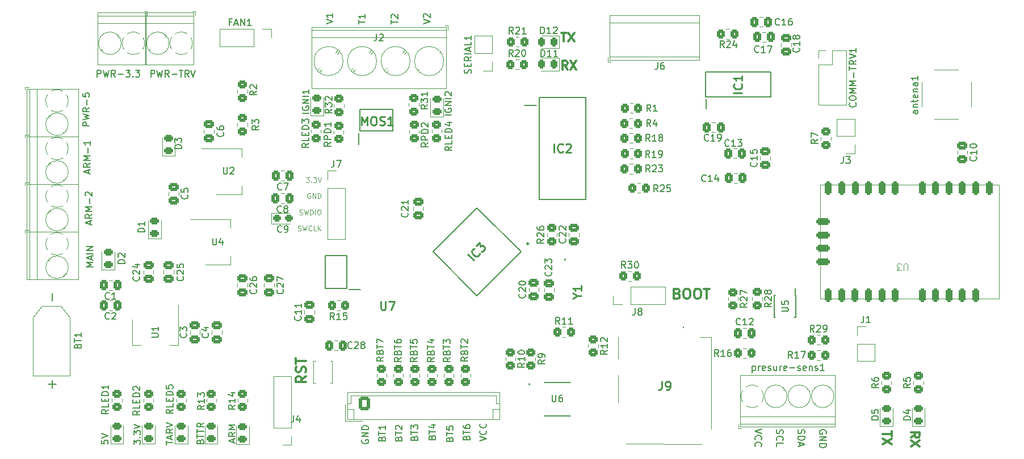
<source format=gbr>
%TF.GenerationSoftware,KiCad,Pcbnew,7.0.5*%
%TF.CreationDate,2023-09-20T17:29:03-06:00*%
%TF.ProjectId,TrustTracer_Rv1.28,54727573-7454-4726-9163-65725f527631,REV_1.28*%
%TF.SameCoordinates,Original*%
%TF.FileFunction,Legend,Top*%
%TF.FilePolarity,Positive*%
%FSLAX46Y46*%
G04 Gerber Fmt 4.6, Leading zero omitted, Abs format (unit mm)*
G04 Created by KiCad (PCBNEW 7.0.5) date 2023-09-20 17:29:03*
%MOMM*%
%LPD*%
G01*
G04 APERTURE LIST*
G04 Aperture macros list*
%AMRoundRect*
0 Rectangle with rounded corners*
0 $1 Rounding radius*
0 $2 $3 $4 $5 $6 $7 $8 $9 X,Y pos of 4 corners*
0 Add a 4 corners polygon primitive as box body*
4,1,4,$2,$3,$4,$5,$6,$7,$8,$9,$2,$3,0*
0 Add four circle primitives for the rounded corners*
1,1,$1+$1,$2,$3*
1,1,$1+$1,$4,$5*
1,1,$1+$1,$6,$7*
1,1,$1+$1,$8,$9*
0 Add four rect primitives between the rounded corners*
20,1,$1+$1,$2,$3,$4,$5,0*
20,1,$1+$1,$4,$5,$6,$7,0*
20,1,$1+$1,$6,$7,$8,$9,0*
20,1,$1+$1,$8,$9,$2,$3,0*%
%AMRotRect*
0 Rectangle, with rotation*
0 The origin of the aperture is its center*
0 $1 length*
0 $2 width*
0 $3 Rotation angle, in degrees counterclockwise*
0 Add horizontal line*
21,1,$1,$2,0,0,$3*%
G04 Aperture macros list end*
%ADD10C,0.150000*%
%ADD11C,0.300000*%
%ADD12C,0.100000*%
%ADD13C,0.254000*%
%ADD14C,0.120000*%
%ADD15C,0.200000*%
%ADD16C,0.127000*%
%ADD17C,0.250000*%
%ADD18RoundRect,0.243750X0.456250X-0.243750X0.456250X0.243750X-0.456250X0.243750X-0.456250X-0.243750X0*%
%ADD19RoundRect,0.250000X-0.350000X-0.450000X0.350000X-0.450000X0.350000X0.450000X-0.350000X0.450000X0*%
%ADD20R,1.350000X1.350000*%
%ADD21O,1.350000X1.350000*%
%ADD22RoundRect,0.250000X0.475000X-0.337500X0.475000X0.337500X-0.475000X0.337500X-0.475000X-0.337500X0*%
%ADD23R,2.400000X2.400000*%
%ADD24C,2.400000*%
%ADD25R,0.450000X1.475000*%
%ADD26R,1.350000X0.600000*%
%ADD27R,1.350000X0.400000*%
%ADD28RoundRect,0.250000X-0.475000X0.337500X-0.475000X-0.337500X0.475000X-0.337500X0.475000X0.337500X0*%
%ADD29R,2.000000X1.500000*%
%ADD30R,2.000000X3.800000*%
%ADD31RoundRect,0.250000X0.450000X-0.350000X0.450000X0.350000X-0.450000X0.350000X-0.450000X-0.350000X0*%
%ADD32RoundRect,0.250000X-0.450000X0.350000X-0.450000X-0.350000X0.450000X-0.350000X0.450000X0.350000X0*%
%ADD33R,1.700000X1.700000*%
%ADD34O,1.700000X1.700000*%
%ADD35RoundRect,0.250000X0.337500X0.475000X-0.337500X0.475000X-0.337500X-0.475000X0.337500X-0.475000X0*%
%ADD36R,1.200000X1.400000*%
%ADD37R,0.700000X1.200000*%
%ADD38R,1.000000X1.200000*%
%ADD39R,1.000000X0.800000*%
%ADD40R,1.000000X2.800000*%
%ADD41R,1.300000X1.900000*%
%ADD42R,1.700000X0.900000*%
%ADD43RoundRect,0.250000X-0.337500X-0.475000X0.337500X-0.475000X0.337500X0.475000X-0.337500X0.475000X0*%
%ADD44R,3.000000X3.000000*%
%ADD45C,3.000000*%
%ADD46R,1.700000X0.700000*%
%ADD47RoundRect,0.250000X0.350000X0.450000X-0.350000X0.450000X-0.350000X-0.450000X0.350000X-0.450000X0*%
%ADD48RoundRect,0.250000X-0.250000X0.750000X-0.250000X-0.750000X0.250000X-0.750000X0.250000X0.750000X0*%
%ADD49RoundRect,0.250000X0.750000X0.250000X-0.750000X0.250000X-0.750000X-0.250000X0.750000X-0.250000X0*%
%ADD50C,0.700000*%
%ADD51C,4.400000*%
%ADD52R,2.100000X2.100000*%
%ADD53C,2.100000*%
%ADD54RotRect,0.300000X1.475000X315.000000*%
%ADD55RotRect,0.300000X1.475000X225.000000*%
%ADD56R,1.800000X0.650000*%
%ADD57R,2.600000X2.600000*%
%ADD58C,2.600000*%
%ADD59RoundRect,0.243750X0.243750X0.456250X-0.243750X0.456250X-0.243750X-0.456250X0.243750X-0.456250X0*%
%ADD60R,1.500000X2.000000*%
%ADD61R,3.800000X2.000000*%
%ADD62RoundRect,0.250000X-0.312500X-0.275000X0.312500X-0.275000X0.312500X0.275000X-0.312500X0.275000X0*%
%ADD63C,2.050000*%
%ADD64C,2.250000*%
%ADD65R,0.400000X1.100000*%
%ADD66RoundRect,0.250000X-0.600000X-0.725000X0.600000X-0.725000X0.600000X0.725000X-0.600000X0.725000X0*%
%ADD67O,1.700000X1.950000*%
%ADD68R,0.700000X1.700000*%
G04 APERTURE END LIST*
D10*
X76319268Y-83896344D02*
X76366887Y-83753487D01*
X76366887Y-83753487D02*
X76414506Y-83705868D01*
X76414506Y-83705868D02*
X76509744Y-83658249D01*
X76509744Y-83658249D02*
X76652601Y-83658249D01*
X76652601Y-83658249D02*
X76747839Y-83705868D01*
X76747839Y-83705868D02*
X76795459Y-83753487D01*
X76795459Y-83753487D02*
X76843078Y-83848725D01*
X76843078Y-83848725D02*
X76843078Y-84229677D01*
X76843078Y-84229677D02*
X75843078Y-84229677D01*
X75843078Y-84229677D02*
X75843078Y-83896344D01*
X75843078Y-83896344D02*
X75890697Y-83801106D01*
X75890697Y-83801106D02*
X75938316Y-83753487D01*
X75938316Y-83753487D02*
X76033554Y-83705868D01*
X76033554Y-83705868D02*
X76128792Y-83705868D01*
X76128792Y-83705868D02*
X76224030Y-83753487D01*
X76224030Y-83753487D02*
X76271649Y-83801106D01*
X76271649Y-83801106D02*
X76319268Y-83896344D01*
X76319268Y-83896344D02*
X76319268Y-84229677D01*
X75843078Y-83372534D02*
X75843078Y-82801106D01*
X76843078Y-83086820D02*
X75843078Y-83086820D01*
X75938316Y-82515391D02*
X75890697Y-82467772D01*
X75890697Y-82467772D02*
X75843078Y-82372534D01*
X75843078Y-82372534D02*
X75843078Y-82134439D01*
X75843078Y-82134439D02*
X75890697Y-82039201D01*
X75890697Y-82039201D02*
X75938316Y-81991582D01*
X75938316Y-81991582D02*
X76033554Y-81943963D01*
X76033554Y-81943963D02*
X76128792Y-81943963D01*
X76128792Y-81943963D02*
X76271649Y-81991582D01*
X76271649Y-81991582D02*
X76843078Y-82563010D01*
X76843078Y-82563010D02*
X76843078Y-81943963D01*
D11*
X62500828Y-74588346D02*
X61786542Y-75088346D01*
X62500828Y-75445489D02*
X61000828Y-75445489D01*
X61000828Y-75445489D02*
X61000828Y-74874060D01*
X61000828Y-74874060D02*
X61072257Y-74731203D01*
X61072257Y-74731203D02*
X61143685Y-74659774D01*
X61143685Y-74659774D02*
X61286542Y-74588346D01*
X61286542Y-74588346D02*
X61500828Y-74588346D01*
X61500828Y-74588346D02*
X61643685Y-74659774D01*
X61643685Y-74659774D02*
X61715114Y-74731203D01*
X61715114Y-74731203D02*
X61786542Y-74874060D01*
X61786542Y-74874060D02*
X61786542Y-75445489D01*
X62429400Y-74016917D02*
X62500828Y-73802632D01*
X62500828Y-73802632D02*
X62500828Y-73445489D01*
X62500828Y-73445489D02*
X62429400Y-73302632D01*
X62429400Y-73302632D02*
X62357971Y-73231203D01*
X62357971Y-73231203D02*
X62215114Y-73159774D01*
X62215114Y-73159774D02*
X62072257Y-73159774D01*
X62072257Y-73159774D02*
X61929400Y-73231203D01*
X61929400Y-73231203D02*
X61857971Y-73302632D01*
X61857971Y-73302632D02*
X61786542Y-73445489D01*
X61786542Y-73445489D02*
X61715114Y-73731203D01*
X61715114Y-73731203D02*
X61643685Y-73874060D01*
X61643685Y-73874060D02*
X61572257Y-73945489D01*
X61572257Y-73945489D02*
X61429400Y-74016917D01*
X61429400Y-74016917D02*
X61286542Y-74016917D01*
X61286542Y-74016917D02*
X61143685Y-73945489D01*
X61143685Y-73945489D02*
X61072257Y-73874060D01*
X61072257Y-73874060D02*
X61000828Y-73731203D01*
X61000828Y-73731203D02*
X61000828Y-73374060D01*
X61000828Y-73374060D02*
X61072257Y-73159774D01*
X61000828Y-72731203D02*
X61000828Y-71874061D01*
X62500828Y-72302632D02*
X61000828Y-72302632D01*
D10*
X30041874Y-44263314D02*
X30041874Y-43787124D01*
X30327589Y-44358552D02*
X29327589Y-44025219D01*
X29327589Y-44025219D02*
X30327589Y-43691886D01*
X30327589Y-42787124D02*
X29851398Y-43120457D01*
X30327589Y-43358552D02*
X29327589Y-43358552D01*
X29327589Y-43358552D02*
X29327589Y-42977600D01*
X29327589Y-42977600D02*
X29375208Y-42882362D01*
X29375208Y-42882362D02*
X29422827Y-42834743D01*
X29422827Y-42834743D02*
X29518065Y-42787124D01*
X29518065Y-42787124D02*
X29660922Y-42787124D01*
X29660922Y-42787124D02*
X29756160Y-42834743D01*
X29756160Y-42834743D02*
X29803779Y-42882362D01*
X29803779Y-42882362D02*
X29851398Y-42977600D01*
X29851398Y-42977600D02*
X29851398Y-43358552D01*
X30327589Y-42358552D02*
X29327589Y-42358552D01*
X29327589Y-42358552D02*
X30041874Y-42025219D01*
X30041874Y-42025219D02*
X29327589Y-41691886D01*
X29327589Y-41691886D02*
X30327589Y-41691886D01*
X29946636Y-41215695D02*
X29946636Y-40453791D01*
X30327589Y-39453791D02*
X30327589Y-40025219D01*
X30327589Y-39739505D02*
X29327589Y-39739505D01*
X29327589Y-39739505D02*
X29470446Y-39834743D01*
X29470446Y-39834743D02*
X29565684Y-39929981D01*
X29565684Y-39929981D02*
X29613303Y-40025219D01*
D11*
X100591838Y-23281733D02*
X101334695Y-23281733D01*
X100963267Y-24581733D02*
X100963267Y-23281733D01*
X101644219Y-23281733D02*
X102510885Y-24581733D01*
X102510885Y-23281733D02*
X101644219Y-24581733D01*
X101520409Y-28767733D02*
X101087076Y-28148686D01*
X100777552Y-28767733D02*
X100777552Y-27467733D01*
X100777552Y-27467733D02*
X101272790Y-27467733D01*
X101272790Y-27467733D02*
X101396600Y-27529638D01*
X101396600Y-27529638D02*
X101458505Y-27591543D01*
X101458505Y-27591543D02*
X101520409Y-27715352D01*
X101520409Y-27715352D02*
X101520409Y-27901067D01*
X101520409Y-27901067D02*
X101458505Y-28024876D01*
X101458505Y-28024876D02*
X101396600Y-28086781D01*
X101396600Y-28086781D02*
X101272790Y-28148686D01*
X101272790Y-28148686D02*
X100777552Y-28148686D01*
X101953743Y-27467733D02*
X102820409Y-28767733D01*
X102820409Y-27467733D02*
X101953743Y-28767733D01*
D10*
X39336779Y-29869819D02*
X39336779Y-28869819D01*
X39336779Y-28869819D02*
X39717731Y-28869819D01*
X39717731Y-28869819D02*
X39812969Y-28917438D01*
X39812969Y-28917438D02*
X39860588Y-28965057D01*
X39860588Y-28965057D02*
X39908207Y-29060295D01*
X39908207Y-29060295D02*
X39908207Y-29203152D01*
X39908207Y-29203152D02*
X39860588Y-29298390D01*
X39860588Y-29298390D02*
X39812969Y-29346009D01*
X39812969Y-29346009D02*
X39717731Y-29393628D01*
X39717731Y-29393628D02*
X39336779Y-29393628D01*
X40241541Y-28869819D02*
X40479636Y-29869819D01*
X40479636Y-29869819D02*
X40670112Y-29155533D01*
X40670112Y-29155533D02*
X40860588Y-29869819D01*
X40860588Y-29869819D02*
X41098684Y-28869819D01*
X42051064Y-29869819D02*
X41717731Y-29393628D01*
X41479636Y-29869819D02*
X41479636Y-28869819D01*
X41479636Y-28869819D02*
X41860588Y-28869819D01*
X41860588Y-28869819D02*
X41955826Y-28917438D01*
X41955826Y-28917438D02*
X42003445Y-28965057D01*
X42003445Y-28965057D02*
X42051064Y-29060295D01*
X42051064Y-29060295D02*
X42051064Y-29203152D01*
X42051064Y-29203152D02*
X42003445Y-29298390D01*
X42003445Y-29298390D02*
X41955826Y-29346009D01*
X41955826Y-29346009D02*
X41860588Y-29393628D01*
X41860588Y-29393628D02*
X41479636Y-29393628D01*
X42479636Y-29488866D02*
X43241541Y-29488866D01*
X43574874Y-28869819D02*
X44146302Y-28869819D01*
X43860588Y-29869819D02*
X43860588Y-28869819D01*
X45051064Y-29869819D02*
X44717731Y-29393628D01*
X44479636Y-29869819D02*
X44479636Y-28869819D01*
X44479636Y-28869819D02*
X44860588Y-28869819D01*
X44860588Y-28869819D02*
X44955826Y-28917438D01*
X44955826Y-28917438D02*
X45003445Y-28965057D01*
X45003445Y-28965057D02*
X45051064Y-29060295D01*
X45051064Y-29060295D02*
X45051064Y-29203152D01*
X45051064Y-29203152D02*
X45003445Y-29298390D01*
X45003445Y-29298390D02*
X44955826Y-29346009D01*
X44955826Y-29346009D02*
X44860588Y-29393628D01*
X44860588Y-29393628D02*
X44479636Y-29393628D01*
X45336779Y-28869819D02*
X45670112Y-29869819D01*
X45670112Y-29869819D02*
X46003445Y-28869819D01*
X70869195Y-84087619D02*
X70821576Y-84182857D01*
X70821576Y-84182857D02*
X70821576Y-84325714D01*
X70821576Y-84325714D02*
X70869195Y-84468571D01*
X70869195Y-84468571D02*
X70964433Y-84563809D01*
X70964433Y-84563809D02*
X71059671Y-84611428D01*
X71059671Y-84611428D02*
X71250147Y-84659047D01*
X71250147Y-84659047D02*
X71393004Y-84659047D01*
X71393004Y-84659047D02*
X71583480Y-84611428D01*
X71583480Y-84611428D02*
X71678718Y-84563809D01*
X71678718Y-84563809D02*
X71773957Y-84468571D01*
X71773957Y-84468571D02*
X71821576Y-84325714D01*
X71821576Y-84325714D02*
X71821576Y-84230476D01*
X71821576Y-84230476D02*
X71773957Y-84087619D01*
X71773957Y-84087619D02*
X71726337Y-84040000D01*
X71726337Y-84040000D02*
X71393004Y-84040000D01*
X71393004Y-84040000D02*
X71393004Y-84230476D01*
X71821576Y-83611428D02*
X70821576Y-83611428D01*
X70821576Y-83611428D02*
X71821576Y-83040000D01*
X71821576Y-83040000D02*
X70821576Y-83040000D01*
X71821576Y-82563809D02*
X70821576Y-82563809D01*
X70821576Y-82563809D02*
X70821576Y-82325714D01*
X70821576Y-82325714D02*
X70869195Y-82182857D01*
X70869195Y-82182857D02*
X70964433Y-82087619D01*
X70964433Y-82087619D02*
X71059671Y-82040000D01*
X71059671Y-82040000D02*
X71250147Y-81992381D01*
X71250147Y-81992381D02*
X71393004Y-81992381D01*
X71393004Y-81992381D02*
X71583480Y-82040000D01*
X71583480Y-82040000D02*
X71678718Y-82087619D01*
X71678718Y-82087619D02*
X71773957Y-82182857D01*
X71773957Y-82182857D02*
X71821576Y-82325714D01*
X71821576Y-82325714D02*
X71821576Y-82563809D01*
X73823200Y-83925709D02*
X73870819Y-83782852D01*
X73870819Y-83782852D02*
X73918438Y-83735233D01*
X73918438Y-83735233D02*
X74013676Y-83687614D01*
X74013676Y-83687614D02*
X74156533Y-83687614D01*
X74156533Y-83687614D02*
X74251771Y-83735233D01*
X74251771Y-83735233D02*
X74299391Y-83782852D01*
X74299391Y-83782852D02*
X74347010Y-83878090D01*
X74347010Y-83878090D02*
X74347010Y-84259042D01*
X74347010Y-84259042D02*
X73347010Y-84259042D01*
X73347010Y-84259042D02*
X73347010Y-83925709D01*
X73347010Y-83925709D02*
X73394629Y-83830471D01*
X73394629Y-83830471D02*
X73442248Y-83782852D01*
X73442248Y-83782852D02*
X73537486Y-83735233D01*
X73537486Y-83735233D02*
X73632724Y-83735233D01*
X73632724Y-83735233D02*
X73727962Y-83782852D01*
X73727962Y-83782852D02*
X73775581Y-83830471D01*
X73775581Y-83830471D02*
X73823200Y-83925709D01*
X73823200Y-83925709D02*
X73823200Y-84259042D01*
X73347010Y-83401899D02*
X73347010Y-82830471D01*
X74347010Y-83116185D02*
X73347010Y-83116185D01*
X74347010Y-81973328D02*
X74347010Y-82544756D01*
X74347010Y-82259042D02*
X73347010Y-82259042D01*
X73347010Y-82259042D02*
X73489867Y-82354280D01*
X73489867Y-82354280D02*
X73585105Y-82449518D01*
X73585105Y-82449518D02*
X73632724Y-82544756D01*
X30764725Y-58271863D02*
X29764725Y-58271863D01*
X29764725Y-58271863D02*
X30479010Y-57938530D01*
X30479010Y-57938530D02*
X29764725Y-57605197D01*
X29764725Y-57605197D02*
X30764725Y-57605197D01*
X30479010Y-57176625D02*
X30479010Y-56700435D01*
X30764725Y-57271863D02*
X29764725Y-56938530D01*
X29764725Y-56938530D02*
X30764725Y-56605197D01*
X30764725Y-56271863D02*
X29764725Y-56271863D01*
X30764725Y-55795673D02*
X29764725Y-55795673D01*
X29764725Y-55795673D02*
X30764725Y-55224245D01*
X30764725Y-55224245D02*
X29764725Y-55224245D01*
X86421004Y-83778882D02*
X86468623Y-83636025D01*
X86468623Y-83636025D02*
X86516242Y-83588406D01*
X86516242Y-83588406D02*
X86611480Y-83540787D01*
X86611480Y-83540787D02*
X86754337Y-83540787D01*
X86754337Y-83540787D02*
X86849575Y-83588406D01*
X86849575Y-83588406D02*
X86897195Y-83636025D01*
X86897195Y-83636025D02*
X86944814Y-83731263D01*
X86944814Y-83731263D02*
X86944814Y-84112215D01*
X86944814Y-84112215D02*
X85944814Y-84112215D01*
X85944814Y-84112215D02*
X85944814Y-83778882D01*
X85944814Y-83778882D02*
X85992433Y-83683644D01*
X85992433Y-83683644D02*
X86040052Y-83636025D01*
X86040052Y-83636025D02*
X86135290Y-83588406D01*
X86135290Y-83588406D02*
X86230528Y-83588406D01*
X86230528Y-83588406D02*
X86325766Y-83636025D01*
X86325766Y-83636025D02*
X86373385Y-83683644D01*
X86373385Y-83683644D02*
X86421004Y-83778882D01*
X86421004Y-83778882D02*
X86421004Y-84112215D01*
X85944814Y-83255072D02*
X85944814Y-82683644D01*
X86944814Y-82969358D02*
X85944814Y-82969358D01*
X85944814Y-81921739D02*
X85944814Y-82112215D01*
X85944814Y-82112215D02*
X85992433Y-82207453D01*
X85992433Y-82207453D02*
X86040052Y-82255072D01*
X86040052Y-82255072D02*
X86182909Y-82350310D01*
X86182909Y-82350310D02*
X86373385Y-82397929D01*
X86373385Y-82397929D02*
X86754337Y-82397929D01*
X86754337Y-82397929D02*
X86849575Y-82350310D01*
X86849575Y-82350310D02*
X86897195Y-82302691D01*
X86897195Y-82302691D02*
X86944814Y-82207453D01*
X86944814Y-82207453D02*
X86944814Y-82016977D01*
X86944814Y-82016977D02*
X86897195Y-81921739D01*
X86897195Y-81921739D02*
X86849575Y-81874120D01*
X86849575Y-81874120D02*
X86754337Y-81826501D01*
X86754337Y-81826501D02*
X86516242Y-81826501D01*
X86516242Y-81826501D02*
X86421004Y-81874120D01*
X86421004Y-81874120D02*
X86373385Y-81921739D01*
X86373385Y-81921739D02*
X86325766Y-82016977D01*
X86325766Y-82016977D02*
X86325766Y-82207453D01*
X86325766Y-82207453D02*
X86373385Y-82302691D01*
X86373385Y-82302691D02*
X86421004Y-82350310D01*
X86421004Y-82350310D02*
X86516242Y-82397929D01*
X31336779Y-29869819D02*
X31336779Y-28869819D01*
X31336779Y-28869819D02*
X31717731Y-28869819D01*
X31717731Y-28869819D02*
X31812969Y-28917438D01*
X31812969Y-28917438D02*
X31860588Y-28965057D01*
X31860588Y-28965057D02*
X31908207Y-29060295D01*
X31908207Y-29060295D02*
X31908207Y-29203152D01*
X31908207Y-29203152D02*
X31860588Y-29298390D01*
X31860588Y-29298390D02*
X31812969Y-29346009D01*
X31812969Y-29346009D02*
X31717731Y-29393628D01*
X31717731Y-29393628D02*
X31336779Y-29393628D01*
X32241541Y-28869819D02*
X32479636Y-29869819D01*
X32479636Y-29869819D02*
X32670112Y-29155533D01*
X32670112Y-29155533D02*
X32860588Y-29869819D01*
X32860588Y-29869819D02*
X33098684Y-28869819D01*
X34051064Y-29869819D02*
X33717731Y-29393628D01*
X33479636Y-29869819D02*
X33479636Y-28869819D01*
X33479636Y-28869819D02*
X33860588Y-28869819D01*
X33860588Y-28869819D02*
X33955826Y-28917438D01*
X33955826Y-28917438D02*
X34003445Y-28965057D01*
X34003445Y-28965057D02*
X34051064Y-29060295D01*
X34051064Y-29060295D02*
X34051064Y-29203152D01*
X34051064Y-29203152D02*
X34003445Y-29298390D01*
X34003445Y-29298390D02*
X33955826Y-29346009D01*
X33955826Y-29346009D02*
X33860588Y-29393628D01*
X33860588Y-29393628D02*
X33479636Y-29393628D01*
X34479636Y-29488866D02*
X35241541Y-29488866D01*
X35622493Y-28869819D02*
X36241540Y-28869819D01*
X36241540Y-28869819D02*
X35908207Y-29250771D01*
X35908207Y-29250771D02*
X36051064Y-29250771D01*
X36051064Y-29250771D02*
X36146302Y-29298390D01*
X36146302Y-29298390D02*
X36193921Y-29346009D01*
X36193921Y-29346009D02*
X36241540Y-29441247D01*
X36241540Y-29441247D02*
X36241540Y-29679342D01*
X36241540Y-29679342D02*
X36193921Y-29774580D01*
X36193921Y-29774580D02*
X36146302Y-29822200D01*
X36146302Y-29822200D02*
X36051064Y-29869819D01*
X36051064Y-29869819D02*
X35765350Y-29869819D01*
X35765350Y-29869819D02*
X35670112Y-29822200D01*
X35670112Y-29822200D02*
X35622493Y-29774580D01*
X36670112Y-29774580D02*
X36717731Y-29822200D01*
X36717731Y-29822200D02*
X36670112Y-29869819D01*
X36670112Y-29869819D02*
X36622493Y-29822200D01*
X36622493Y-29822200D02*
X36670112Y-29774580D01*
X36670112Y-29774580D02*
X36670112Y-29869819D01*
X37051064Y-28869819D02*
X37670111Y-28869819D01*
X37670111Y-28869819D02*
X37336778Y-29250771D01*
X37336778Y-29250771D02*
X37479635Y-29250771D01*
X37479635Y-29250771D02*
X37574873Y-29298390D01*
X37574873Y-29298390D02*
X37622492Y-29346009D01*
X37622492Y-29346009D02*
X37670111Y-29441247D01*
X37670111Y-29441247D02*
X37670111Y-29679342D01*
X37670111Y-29679342D02*
X37622492Y-29774580D01*
X37622492Y-29774580D02*
X37574873Y-29822200D01*
X37574873Y-29822200D02*
X37479635Y-29869819D01*
X37479635Y-29869819D02*
X37193921Y-29869819D01*
X37193921Y-29869819D02*
X37098683Y-29822200D01*
X37098683Y-29822200D02*
X37051064Y-29774580D01*
X81311405Y-83720151D02*
X81359024Y-83577294D01*
X81359024Y-83577294D02*
X81406643Y-83529675D01*
X81406643Y-83529675D02*
X81501881Y-83482056D01*
X81501881Y-83482056D02*
X81644738Y-83482056D01*
X81644738Y-83482056D02*
X81739976Y-83529675D01*
X81739976Y-83529675D02*
X81787596Y-83577294D01*
X81787596Y-83577294D02*
X81835215Y-83672532D01*
X81835215Y-83672532D02*
X81835215Y-84053484D01*
X81835215Y-84053484D02*
X80835215Y-84053484D01*
X80835215Y-84053484D02*
X80835215Y-83720151D01*
X80835215Y-83720151D02*
X80882834Y-83624913D01*
X80882834Y-83624913D02*
X80930453Y-83577294D01*
X80930453Y-83577294D02*
X81025691Y-83529675D01*
X81025691Y-83529675D02*
X81120929Y-83529675D01*
X81120929Y-83529675D02*
X81216167Y-83577294D01*
X81216167Y-83577294D02*
X81263786Y-83624913D01*
X81263786Y-83624913D02*
X81311405Y-83720151D01*
X81311405Y-83720151D02*
X81311405Y-84053484D01*
X80835215Y-83196341D02*
X80835215Y-82624913D01*
X81835215Y-82910627D02*
X80835215Y-82910627D01*
X81168548Y-81863008D02*
X81835215Y-81863008D01*
X80787596Y-82101103D02*
X81501881Y-82339198D01*
X81501881Y-82339198D02*
X81501881Y-81720151D01*
D11*
X152720726Y-83764640D02*
X153339773Y-83331307D01*
X152720726Y-83021783D02*
X154020726Y-83021783D01*
X154020726Y-83021783D02*
X154020726Y-83517021D01*
X154020726Y-83517021D02*
X153958821Y-83640831D01*
X153958821Y-83640831D02*
X153896916Y-83702736D01*
X153896916Y-83702736D02*
X153773107Y-83764640D01*
X153773107Y-83764640D02*
X153587392Y-83764640D01*
X153587392Y-83764640D02*
X153463583Y-83702736D01*
X153463583Y-83702736D02*
X153401678Y-83640831D01*
X153401678Y-83640831D02*
X153339773Y-83517021D01*
X153339773Y-83517021D02*
X153339773Y-83021783D01*
X154020726Y-84197974D02*
X152720726Y-85064640D01*
X154020726Y-85064640D02*
X152720726Y-84197974D01*
X149834726Y-82836069D02*
X149834726Y-83578926D01*
X148534726Y-83207498D02*
X149834726Y-83207498D01*
X149834726Y-83888450D02*
X148534726Y-84755116D01*
X149834726Y-84755116D02*
X148534726Y-83888450D01*
D10*
X83924936Y-83984440D02*
X83972555Y-83841583D01*
X83972555Y-83841583D02*
X84020174Y-83793964D01*
X84020174Y-83793964D02*
X84115412Y-83746345D01*
X84115412Y-83746345D02*
X84258269Y-83746345D01*
X84258269Y-83746345D02*
X84353507Y-83793964D01*
X84353507Y-83793964D02*
X84401127Y-83841583D01*
X84401127Y-83841583D02*
X84448746Y-83936821D01*
X84448746Y-83936821D02*
X84448746Y-84317773D01*
X84448746Y-84317773D02*
X83448746Y-84317773D01*
X83448746Y-84317773D02*
X83448746Y-83984440D01*
X83448746Y-83984440D02*
X83496365Y-83889202D01*
X83496365Y-83889202D02*
X83543984Y-83841583D01*
X83543984Y-83841583D02*
X83639222Y-83793964D01*
X83639222Y-83793964D02*
X83734460Y-83793964D01*
X83734460Y-83793964D02*
X83829698Y-83841583D01*
X83829698Y-83841583D02*
X83877317Y-83889202D01*
X83877317Y-83889202D02*
X83924936Y-83984440D01*
X83924936Y-83984440D02*
X83924936Y-84317773D01*
X83448746Y-83460630D02*
X83448746Y-82889202D01*
X84448746Y-83174916D02*
X83448746Y-83174916D01*
X83448746Y-82079678D02*
X83448746Y-82555868D01*
X83448746Y-82555868D02*
X83924936Y-82603487D01*
X83924936Y-82603487D02*
X83877317Y-82555868D01*
X83877317Y-82555868D02*
X83829698Y-82460630D01*
X83829698Y-82460630D02*
X83829698Y-82222535D01*
X83829698Y-82222535D02*
X83877317Y-82127297D01*
X83877317Y-82127297D02*
X83924936Y-82079678D01*
X83924936Y-82079678D02*
X84020174Y-82032059D01*
X84020174Y-82032059D02*
X84258269Y-82032059D01*
X84258269Y-82032059D02*
X84353507Y-82079678D01*
X84353507Y-82079678D02*
X84401127Y-82127297D01*
X84401127Y-82127297D02*
X84448746Y-82222535D01*
X84448746Y-82222535D02*
X84448746Y-82460630D01*
X84448746Y-82460630D02*
X84401127Y-82555868D01*
X84401127Y-82555868D02*
X84353507Y-82603487D01*
X30298746Y-51859394D02*
X30298746Y-51383204D01*
X30584461Y-51954632D02*
X29584461Y-51621299D01*
X29584461Y-51621299D02*
X30584461Y-51287966D01*
X30584461Y-50383204D02*
X30108270Y-50716537D01*
X30584461Y-50954632D02*
X29584461Y-50954632D01*
X29584461Y-50954632D02*
X29584461Y-50573680D01*
X29584461Y-50573680D02*
X29632080Y-50478442D01*
X29632080Y-50478442D02*
X29679699Y-50430823D01*
X29679699Y-50430823D02*
X29774937Y-50383204D01*
X29774937Y-50383204D02*
X29917794Y-50383204D01*
X29917794Y-50383204D02*
X30013032Y-50430823D01*
X30013032Y-50430823D02*
X30060651Y-50478442D01*
X30060651Y-50478442D02*
X30108270Y-50573680D01*
X30108270Y-50573680D02*
X30108270Y-50954632D01*
X30584461Y-49954632D02*
X29584461Y-49954632D01*
X29584461Y-49954632D02*
X30298746Y-49621299D01*
X30298746Y-49621299D02*
X29584461Y-49287966D01*
X29584461Y-49287966D02*
X30584461Y-49287966D01*
X30203508Y-48811775D02*
X30203508Y-48049871D01*
X29679699Y-47621299D02*
X29632080Y-47573680D01*
X29632080Y-47573680D02*
X29584461Y-47478442D01*
X29584461Y-47478442D02*
X29584461Y-47240347D01*
X29584461Y-47240347D02*
X29632080Y-47145109D01*
X29632080Y-47145109D02*
X29679699Y-47097490D01*
X29679699Y-47097490D02*
X29774937Y-47049871D01*
X29774937Y-47049871D02*
X29870175Y-47049871D01*
X29870175Y-47049871D02*
X30013032Y-47097490D01*
X30013032Y-47097490D02*
X30584461Y-47668918D01*
X30584461Y-47668918D02*
X30584461Y-47049871D01*
X88411517Y-84255072D02*
X89411517Y-83921739D01*
X89411517Y-83921739D02*
X88411517Y-83588406D01*
X89316278Y-82683644D02*
X89363898Y-82731263D01*
X89363898Y-82731263D02*
X89411517Y-82874120D01*
X89411517Y-82874120D02*
X89411517Y-82969358D01*
X89411517Y-82969358D02*
X89363898Y-83112215D01*
X89363898Y-83112215D02*
X89268659Y-83207453D01*
X89268659Y-83207453D02*
X89173421Y-83255072D01*
X89173421Y-83255072D02*
X88982945Y-83302691D01*
X88982945Y-83302691D02*
X88840088Y-83302691D01*
X88840088Y-83302691D02*
X88649612Y-83255072D01*
X88649612Y-83255072D02*
X88554374Y-83207453D01*
X88554374Y-83207453D02*
X88459136Y-83112215D01*
X88459136Y-83112215D02*
X88411517Y-82969358D01*
X88411517Y-82969358D02*
X88411517Y-82874120D01*
X88411517Y-82874120D02*
X88459136Y-82731263D01*
X88459136Y-82731263D02*
X88506755Y-82683644D01*
X89316278Y-81683644D02*
X89363898Y-81731263D01*
X89363898Y-81731263D02*
X89411517Y-81874120D01*
X89411517Y-81874120D02*
X89411517Y-81969358D01*
X89411517Y-81969358D02*
X89363898Y-82112215D01*
X89363898Y-82112215D02*
X89268659Y-82207453D01*
X89268659Y-82207453D02*
X89173421Y-82255072D01*
X89173421Y-82255072D02*
X88982945Y-82302691D01*
X88982945Y-82302691D02*
X88840088Y-82302691D01*
X88840088Y-82302691D02*
X88649612Y-82255072D01*
X88649612Y-82255072D02*
X88554374Y-82207453D01*
X88554374Y-82207453D02*
X88459136Y-82112215D01*
X88459136Y-82112215D02*
X88411517Y-81969358D01*
X88411517Y-81969358D02*
X88411517Y-81874120D01*
X88411517Y-81874120D02*
X88459136Y-81731263D01*
X88459136Y-81731263D02*
X88506755Y-81683644D01*
X140061061Y-83154588D02*
X140108680Y-83059350D01*
X140108680Y-83059350D02*
X140108680Y-82916493D01*
X140108680Y-82916493D02*
X140061061Y-82773636D01*
X140061061Y-82773636D02*
X139965823Y-82678398D01*
X139965823Y-82678398D02*
X139870585Y-82630779D01*
X139870585Y-82630779D02*
X139680109Y-82583160D01*
X139680109Y-82583160D02*
X139537252Y-82583160D01*
X139537252Y-82583160D02*
X139346776Y-82630779D01*
X139346776Y-82630779D02*
X139251538Y-82678398D01*
X139251538Y-82678398D02*
X139156300Y-82773636D01*
X139156300Y-82773636D02*
X139108680Y-82916493D01*
X139108680Y-82916493D02*
X139108680Y-83011731D01*
X139108680Y-83011731D02*
X139156300Y-83154588D01*
X139156300Y-83154588D02*
X139203919Y-83202207D01*
X139203919Y-83202207D02*
X139537252Y-83202207D01*
X139537252Y-83202207D02*
X139537252Y-83011731D01*
X139108680Y-83630779D02*
X140108680Y-83630779D01*
X140108680Y-83630779D02*
X139108680Y-84202207D01*
X139108680Y-84202207D02*
X140108680Y-84202207D01*
X139108680Y-84678398D02*
X140108680Y-84678398D01*
X140108680Y-84678398D02*
X140108680Y-84916493D01*
X140108680Y-84916493D02*
X140061061Y-85059350D01*
X140061061Y-85059350D02*
X139965823Y-85154588D01*
X139965823Y-85154588D02*
X139870585Y-85202207D01*
X139870585Y-85202207D02*
X139680109Y-85249826D01*
X139680109Y-85249826D02*
X139537252Y-85249826D01*
X139537252Y-85249826D02*
X139346776Y-85202207D01*
X139346776Y-85202207D02*
X139251538Y-85154588D01*
X139251538Y-85154588D02*
X139156300Y-85059350D01*
X139156300Y-85059350D02*
X139108680Y-84916493D01*
X139108680Y-84916493D02*
X139108680Y-84678398D01*
X135936300Y-82583160D02*
X135888680Y-82726017D01*
X135888680Y-82726017D02*
X135888680Y-82964112D01*
X135888680Y-82964112D02*
X135936300Y-83059350D01*
X135936300Y-83059350D02*
X135983919Y-83106969D01*
X135983919Y-83106969D02*
X136079157Y-83154588D01*
X136079157Y-83154588D02*
X136174395Y-83154588D01*
X136174395Y-83154588D02*
X136269633Y-83106969D01*
X136269633Y-83106969D02*
X136317252Y-83059350D01*
X136317252Y-83059350D02*
X136364871Y-82964112D01*
X136364871Y-82964112D02*
X136412490Y-82773636D01*
X136412490Y-82773636D02*
X136460109Y-82678398D01*
X136460109Y-82678398D02*
X136507728Y-82630779D01*
X136507728Y-82630779D02*
X136602966Y-82583160D01*
X136602966Y-82583160D02*
X136698204Y-82583160D01*
X136698204Y-82583160D02*
X136793442Y-82630779D01*
X136793442Y-82630779D02*
X136841061Y-82678398D01*
X136841061Y-82678398D02*
X136888680Y-82773636D01*
X136888680Y-82773636D02*
X136888680Y-83011731D01*
X136888680Y-83011731D02*
X136841061Y-83154588D01*
X135888680Y-83583160D02*
X136888680Y-83583160D01*
X136888680Y-83583160D02*
X136888680Y-83821255D01*
X136888680Y-83821255D02*
X136841061Y-83964112D01*
X136841061Y-83964112D02*
X136745823Y-84059350D01*
X136745823Y-84059350D02*
X136650585Y-84106969D01*
X136650585Y-84106969D02*
X136460109Y-84154588D01*
X136460109Y-84154588D02*
X136317252Y-84154588D01*
X136317252Y-84154588D02*
X136126776Y-84106969D01*
X136126776Y-84106969D02*
X136031538Y-84059350D01*
X136031538Y-84059350D02*
X135936300Y-83964112D01*
X135936300Y-83964112D02*
X135888680Y-83821255D01*
X135888680Y-83821255D02*
X135888680Y-83583160D01*
X136174395Y-84535541D02*
X136174395Y-85011731D01*
X135888680Y-84440303D02*
X136888680Y-84773636D01*
X136888680Y-84773636D02*
X135888680Y-85106969D01*
X132716300Y-82583160D02*
X132668680Y-82726017D01*
X132668680Y-82726017D02*
X132668680Y-82964112D01*
X132668680Y-82964112D02*
X132716300Y-83059350D01*
X132716300Y-83059350D02*
X132763919Y-83106969D01*
X132763919Y-83106969D02*
X132859157Y-83154588D01*
X132859157Y-83154588D02*
X132954395Y-83154588D01*
X132954395Y-83154588D02*
X133049633Y-83106969D01*
X133049633Y-83106969D02*
X133097252Y-83059350D01*
X133097252Y-83059350D02*
X133144871Y-82964112D01*
X133144871Y-82964112D02*
X133192490Y-82773636D01*
X133192490Y-82773636D02*
X133240109Y-82678398D01*
X133240109Y-82678398D02*
X133287728Y-82630779D01*
X133287728Y-82630779D02*
X133382966Y-82583160D01*
X133382966Y-82583160D02*
X133478204Y-82583160D01*
X133478204Y-82583160D02*
X133573442Y-82630779D01*
X133573442Y-82630779D02*
X133621061Y-82678398D01*
X133621061Y-82678398D02*
X133668680Y-82773636D01*
X133668680Y-82773636D02*
X133668680Y-83011731D01*
X133668680Y-83011731D02*
X133621061Y-83154588D01*
X132763919Y-84154588D02*
X132716300Y-84106969D01*
X132716300Y-84106969D02*
X132668680Y-83964112D01*
X132668680Y-83964112D02*
X132668680Y-83868874D01*
X132668680Y-83868874D02*
X132716300Y-83726017D01*
X132716300Y-83726017D02*
X132811538Y-83630779D01*
X132811538Y-83630779D02*
X132906776Y-83583160D01*
X132906776Y-83583160D02*
X133097252Y-83535541D01*
X133097252Y-83535541D02*
X133240109Y-83535541D01*
X133240109Y-83535541D02*
X133430585Y-83583160D01*
X133430585Y-83583160D02*
X133525823Y-83630779D01*
X133525823Y-83630779D02*
X133621061Y-83726017D01*
X133621061Y-83726017D02*
X133668680Y-83868874D01*
X133668680Y-83868874D02*
X133668680Y-83964112D01*
X133668680Y-83964112D02*
X133621061Y-84106969D01*
X133621061Y-84106969D02*
X133573442Y-84154588D01*
X132668680Y-85059350D02*
X132668680Y-84583160D01*
X132668680Y-84583160D02*
X133668680Y-84583160D01*
X130448680Y-82487922D02*
X129448680Y-82821255D01*
X129448680Y-82821255D02*
X130448680Y-83154588D01*
X129543919Y-84059350D02*
X129496300Y-84011731D01*
X129496300Y-84011731D02*
X129448680Y-83868874D01*
X129448680Y-83868874D02*
X129448680Y-83773636D01*
X129448680Y-83773636D02*
X129496300Y-83630779D01*
X129496300Y-83630779D02*
X129591538Y-83535541D01*
X129591538Y-83535541D02*
X129686776Y-83487922D01*
X129686776Y-83487922D02*
X129877252Y-83440303D01*
X129877252Y-83440303D02*
X130020109Y-83440303D01*
X130020109Y-83440303D02*
X130210585Y-83487922D01*
X130210585Y-83487922D02*
X130305823Y-83535541D01*
X130305823Y-83535541D02*
X130401061Y-83630779D01*
X130401061Y-83630779D02*
X130448680Y-83773636D01*
X130448680Y-83773636D02*
X130448680Y-83868874D01*
X130448680Y-83868874D02*
X130401061Y-84011731D01*
X130401061Y-84011731D02*
X130353442Y-84059350D01*
X129543919Y-85059350D02*
X129496300Y-85011731D01*
X129496300Y-85011731D02*
X129448680Y-84868874D01*
X129448680Y-84868874D02*
X129448680Y-84773636D01*
X129448680Y-84773636D02*
X129496300Y-84630779D01*
X129496300Y-84630779D02*
X129591538Y-84535541D01*
X129591538Y-84535541D02*
X129686776Y-84487922D01*
X129686776Y-84487922D02*
X129877252Y-84440303D01*
X129877252Y-84440303D02*
X130020109Y-84440303D01*
X130020109Y-84440303D02*
X130210585Y-84487922D01*
X130210585Y-84487922D02*
X130305823Y-84535541D01*
X130305823Y-84535541D02*
X130401061Y-84630779D01*
X130401061Y-84630779D02*
X130448680Y-84773636D01*
X130448680Y-84773636D02*
X130448680Y-84868874D01*
X130448680Y-84868874D02*
X130401061Y-85011731D01*
X130401061Y-85011731D02*
X130353442Y-85059350D01*
X31973812Y-84187422D02*
X31973812Y-84663612D01*
X31973812Y-84663612D02*
X32450002Y-84711231D01*
X32450002Y-84711231D02*
X32402383Y-84663612D01*
X32402383Y-84663612D02*
X32354764Y-84568374D01*
X32354764Y-84568374D02*
X32354764Y-84330279D01*
X32354764Y-84330279D02*
X32402383Y-84235041D01*
X32402383Y-84235041D02*
X32450002Y-84187422D01*
X32450002Y-84187422D02*
X32545240Y-84139803D01*
X32545240Y-84139803D02*
X32783335Y-84139803D01*
X32783335Y-84139803D02*
X32878573Y-84187422D01*
X32878573Y-84187422D02*
X32926193Y-84235041D01*
X32926193Y-84235041D02*
X32973812Y-84330279D01*
X32973812Y-84330279D02*
X32973812Y-84568374D01*
X32973812Y-84568374D02*
X32926193Y-84663612D01*
X32926193Y-84663612D02*
X32878573Y-84711231D01*
X31973812Y-83854088D02*
X32973812Y-83520755D01*
X32973812Y-83520755D02*
X31973812Y-83187422D01*
X36803812Y-84758850D02*
X36803812Y-84139803D01*
X36803812Y-84139803D02*
X37184764Y-84473136D01*
X37184764Y-84473136D02*
X37184764Y-84330279D01*
X37184764Y-84330279D02*
X37232383Y-84235041D01*
X37232383Y-84235041D02*
X37280002Y-84187422D01*
X37280002Y-84187422D02*
X37375240Y-84139803D01*
X37375240Y-84139803D02*
X37613335Y-84139803D01*
X37613335Y-84139803D02*
X37708573Y-84187422D01*
X37708573Y-84187422D02*
X37756193Y-84235041D01*
X37756193Y-84235041D02*
X37803812Y-84330279D01*
X37803812Y-84330279D02*
X37803812Y-84615993D01*
X37803812Y-84615993D02*
X37756193Y-84711231D01*
X37756193Y-84711231D02*
X37708573Y-84758850D01*
X37708573Y-83711231D02*
X37756193Y-83663612D01*
X37756193Y-83663612D02*
X37803812Y-83711231D01*
X37803812Y-83711231D02*
X37756193Y-83758850D01*
X37756193Y-83758850D02*
X37708573Y-83711231D01*
X37708573Y-83711231D02*
X37803812Y-83711231D01*
X36803812Y-83330279D02*
X36803812Y-82711232D01*
X36803812Y-82711232D02*
X37184764Y-83044565D01*
X37184764Y-83044565D02*
X37184764Y-82901708D01*
X37184764Y-82901708D02*
X37232383Y-82806470D01*
X37232383Y-82806470D02*
X37280002Y-82758851D01*
X37280002Y-82758851D02*
X37375240Y-82711232D01*
X37375240Y-82711232D02*
X37613335Y-82711232D01*
X37613335Y-82711232D02*
X37708573Y-82758851D01*
X37708573Y-82758851D02*
X37756193Y-82806470D01*
X37756193Y-82806470D02*
X37803812Y-82901708D01*
X37803812Y-82901708D02*
X37803812Y-83187422D01*
X37803812Y-83187422D02*
X37756193Y-83282660D01*
X37756193Y-83282660D02*
X37708573Y-83330279D01*
X36803812Y-82425517D02*
X37803812Y-82092184D01*
X37803812Y-82092184D02*
X36803812Y-81758851D01*
X41633812Y-84806469D02*
X41633812Y-84235041D01*
X42633812Y-84520755D02*
X41633812Y-84520755D01*
X42348097Y-83949326D02*
X42348097Y-83473136D01*
X42633812Y-84044564D02*
X41633812Y-83711231D01*
X41633812Y-83711231D02*
X42633812Y-83377898D01*
X42633812Y-82473136D02*
X42157621Y-82806469D01*
X42633812Y-83044564D02*
X41633812Y-83044564D01*
X41633812Y-83044564D02*
X41633812Y-82663612D01*
X41633812Y-82663612D02*
X41681431Y-82568374D01*
X41681431Y-82568374D02*
X41729050Y-82520755D01*
X41729050Y-82520755D02*
X41824288Y-82473136D01*
X41824288Y-82473136D02*
X41967145Y-82473136D01*
X41967145Y-82473136D02*
X42062383Y-82520755D01*
X42062383Y-82520755D02*
X42110002Y-82568374D01*
X42110002Y-82568374D02*
X42157621Y-82663612D01*
X42157621Y-82663612D02*
X42157621Y-83044564D01*
X41633812Y-82187421D02*
X42633812Y-81854088D01*
X42633812Y-81854088D02*
X41633812Y-81520755D01*
D12*
X62519281Y-44856106D02*
X62983567Y-44856106D01*
X62983567Y-44856106D02*
X62733567Y-45141820D01*
X62733567Y-45141820D02*
X62840710Y-45141820D01*
X62840710Y-45141820D02*
X62912139Y-45177534D01*
X62912139Y-45177534D02*
X62947853Y-45213249D01*
X62947853Y-45213249D02*
X62983567Y-45284677D01*
X62983567Y-45284677D02*
X62983567Y-45463249D01*
X62983567Y-45463249D02*
X62947853Y-45534677D01*
X62947853Y-45534677D02*
X62912139Y-45570392D01*
X62912139Y-45570392D02*
X62840710Y-45606106D01*
X62840710Y-45606106D02*
X62626424Y-45606106D01*
X62626424Y-45606106D02*
X62554996Y-45570392D01*
X62554996Y-45570392D02*
X62519281Y-45534677D01*
X63304996Y-45534677D02*
X63340710Y-45570392D01*
X63340710Y-45570392D02*
X63304996Y-45606106D01*
X63304996Y-45606106D02*
X63269282Y-45570392D01*
X63269282Y-45570392D02*
X63304996Y-45534677D01*
X63304996Y-45534677D02*
X63304996Y-45606106D01*
X63590710Y-44856106D02*
X64054996Y-44856106D01*
X64054996Y-44856106D02*
X63804996Y-45141820D01*
X63804996Y-45141820D02*
X63912139Y-45141820D01*
X63912139Y-45141820D02*
X63983568Y-45177534D01*
X63983568Y-45177534D02*
X64019282Y-45213249D01*
X64019282Y-45213249D02*
X64054996Y-45284677D01*
X64054996Y-45284677D02*
X64054996Y-45463249D01*
X64054996Y-45463249D02*
X64019282Y-45534677D01*
X64019282Y-45534677D02*
X63983568Y-45570392D01*
X63983568Y-45570392D02*
X63912139Y-45606106D01*
X63912139Y-45606106D02*
X63697853Y-45606106D01*
X63697853Y-45606106D02*
X63626425Y-45570392D01*
X63626425Y-45570392D02*
X63590710Y-45534677D01*
X64269282Y-44856106D02*
X64519282Y-45606106D01*
X64519282Y-45606106D02*
X64769282Y-44856106D01*
X63126425Y-47306820D02*
X63054997Y-47271106D01*
X63054997Y-47271106D02*
X62947854Y-47271106D01*
X62947854Y-47271106D02*
X62840711Y-47306820D01*
X62840711Y-47306820D02*
X62769282Y-47378249D01*
X62769282Y-47378249D02*
X62733568Y-47449677D01*
X62733568Y-47449677D02*
X62697854Y-47592534D01*
X62697854Y-47592534D02*
X62697854Y-47699677D01*
X62697854Y-47699677D02*
X62733568Y-47842534D01*
X62733568Y-47842534D02*
X62769282Y-47913963D01*
X62769282Y-47913963D02*
X62840711Y-47985392D01*
X62840711Y-47985392D02*
X62947854Y-48021106D01*
X62947854Y-48021106D02*
X63019282Y-48021106D01*
X63019282Y-48021106D02*
X63126425Y-47985392D01*
X63126425Y-47985392D02*
X63162139Y-47949677D01*
X63162139Y-47949677D02*
X63162139Y-47699677D01*
X63162139Y-47699677D02*
X63019282Y-47699677D01*
X63483568Y-48021106D02*
X63483568Y-47271106D01*
X63483568Y-47271106D02*
X63912139Y-48021106D01*
X63912139Y-48021106D02*
X63912139Y-47271106D01*
X64269282Y-48021106D02*
X64269282Y-47271106D01*
X64269282Y-47271106D02*
X64447853Y-47271106D01*
X64447853Y-47271106D02*
X64554996Y-47306820D01*
X64554996Y-47306820D02*
X64626425Y-47378249D01*
X64626425Y-47378249D02*
X64662139Y-47449677D01*
X64662139Y-47449677D02*
X64697853Y-47592534D01*
X64697853Y-47592534D02*
X64697853Y-47699677D01*
X64697853Y-47699677D02*
X64662139Y-47842534D01*
X64662139Y-47842534D02*
X64626425Y-47913963D01*
X64626425Y-47913963D02*
X64554996Y-47985392D01*
X64554996Y-47985392D02*
X64447853Y-48021106D01*
X64447853Y-48021106D02*
X64269282Y-48021106D01*
X61519282Y-50400392D02*
X61626425Y-50436106D01*
X61626425Y-50436106D02*
X61804996Y-50436106D01*
X61804996Y-50436106D02*
X61876425Y-50400392D01*
X61876425Y-50400392D02*
X61912139Y-50364677D01*
X61912139Y-50364677D02*
X61947853Y-50293249D01*
X61947853Y-50293249D02*
X61947853Y-50221820D01*
X61947853Y-50221820D02*
X61912139Y-50150392D01*
X61912139Y-50150392D02*
X61876425Y-50114677D01*
X61876425Y-50114677D02*
X61804996Y-50078963D01*
X61804996Y-50078963D02*
X61662139Y-50043249D01*
X61662139Y-50043249D02*
X61590710Y-50007534D01*
X61590710Y-50007534D02*
X61554996Y-49971820D01*
X61554996Y-49971820D02*
X61519282Y-49900392D01*
X61519282Y-49900392D02*
X61519282Y-49828963D01*
X61519282Y-49828963D02*
X61554996Y-49757534D01*
X61554996Y-49757534D02*
X61590710Y-49721820D01*
X61590710Y-49721820D02*
X61662139Y-49686106D01*
X61662139Y-49686106D02*
X61840710Y-49686106D01*
X61840710Y-49686106D02*
X61947853Y-49721820D01*
X62197853Y-49686106D02*
X62376425Y-50436106D01*
X62376425Y-50436106D02*
X62519282Y-49900392D01*
X62519282Y-49900392D02*
X62662139Y-50436106D01*
X62662139Y-50436106D02*
X62840711Y-49686106D01*
X63126425Y-50436106D02*
X63126425Y-49686106D01*
X63126425Y-49686106D02*
X63304996Y-49686106D01*
X63304996Y-49686106D02*
X63412139Y-49721820D01*
X63412139Y-49721820D02*
X63483568Y-49793249D01*
X63483568Y-49793249D02*
X63519282Y-49864677D01*
X63519282Y-49864677D02*
X63554996Y-50007534D01*
X63554996Y-50007534D02*
X63554996Y-50114677D01*
X63554996Y-50114677D02*
X63519282Y-50257534D01*
X63519282Y-50257534D02*
X63483568Y-50328963D01*
X63483568Y-50328963D02*
X63412139Y-50400392D01*
X63412139Y-50400392D02*
X63304996Y-50436106D01*
X63304996Y-50436106D02*
X63126425Y-50436106D01*
X63876425Y-50436106D02*
X63876425Y-49686106D01*
X64376425Y-49686106D02*
X64519282Y-49686106D01*
X64519282Y-49686106D02*
X64590711Y-49721820D01*
X64590711Y-49721820D02*
X64662139Y-49793249D01*
X64662139Y-49793249D02*
X64697854Y-49936106D01*
X64697854Y-49936106D02*
X64697854Y-50186106D01*
X64697854Y-50186106D02*
X64662139Y-50328963D01*
X64662139Y-50328963D02*
X64590711Y-50400392D01*
X64590711Y-50400392D02*
X64519282Y-50436106D01*
X64519282Y-50436106D02*
X64376425Y-50436106D01*
X64376425Y-50436106D02*
X64304997Y-50400392D01*
X64304997Y-50400392D02*
X64233568Y-50328963D01*
X64233568Y-50328963D02*
X64197854Y-50186106D01*
X64197854Y-50186106D02*
X64197854Y-49936106D01*
X64197854Y-49936106D02*
X64233568Y-49793249D01*
X64233568Y-49793249D02*
X64304997Y-49721820D01*
X64304997Y-49721820D02*
X64376425Y-49686106D01*
X61304996Y-52815392D02*
X61412139Y-52851106D01*
X61412139Y-52851106D02*
X61590710Y-52851106D01*
X61590710Y-52851106D02*
X61662139Y-52815392D01*
X61662139Y-52815392D02*
X61697853Y-52779677D01*
X61697853Y-52779677D02*
X61733567Y-52708249D01*
X61733567Y-52708249D02*
X61733567Y-52636820D01*
X61733567Y-52636820D02*
X61697853Y-52565392D01*
X61697853Y-52565392D02*
X61662139Y-52529677D01*
X61662139Y-52529677D02*
X61590710Y-52493963D01*
X61590710Y-52493963D02*
X61447853Y-52458249D01*
X61447853Y-52458249D02*
X61376424Y-52422534D01*
X61376424Y-52422534D02*
X61340710Y-52386820D01*
X61340710Y-52386820D02*
X61304996Y-52315392D01*
X61304996Y-52315392D02*
X61304996Y-52243963D01*
X61304996Y-52243963D02*
X61340710Y-52172534D01*
X61340710Y-52172534D02*
X61376424Y-52136820D01*
X61376424Y-52136820D02*
X61447853Y-52101106D01*
X61447853Y-52101106D02*
X61626424Y-52101106D01*
X61626424Y-52101106D02*
X61733567Y-52136820D01*
X61983567Y-52101106D02*
X62162139Y-52851106D01*
X62162139Y-52851106D02*
X62304996Y-52315392D01*
X62304996Y-52315392D02*
X62447853Y-52851106D01*
X62447853Y-52851106D02*
X62626425Y-52101106D01*
X63340710Y-52779677D02*
X63304996Y-52815392D01*
X63304996Y-52815392D02*
X63197853Y-52851106D01*
X63197853Y-52851106D02*
X63126425Y-52851106D01*
X63126425Y-52851106D02*
X63019282Y-52815392D01*
X63019282Y-52815392D02*
X62947853Y-52743963D01*
X62947853Y-52743963D02*
X62912139Y-52672534D01*
X62912139Y-52672534D02*
X62876425Y-52529677D01*
X62876425Y-52529677D02*
X62876425Y-52422534D01*
X62876425Y-52422534D02*
X62912139Y-52279677D01*
X62912139Y-52279677D02*
X62947853Y-52208249D01*
X62947853Y-52208249D02*
X63019282Y-52136820D01*
X63019282Y-52136820D02*
X63126425Y-52101106D01*
X63126425Y-52101106D02*
X63197853Y-52101106D01*
X63197853Y-52101106D02*
X63304996Y-52136820D01*
X63304996Y-52136820D02*
X63340710Y-52172534D01*
X64019282Y-52851106D02*
X63662139Y-52851106D01*
X63662139Y-52851106D02*
X63662139Y-52101106D01*
X64269282Y-52851106D02*
X64269282Y-52101106D01*
X64697853Y-52851106D02*
X64376425Y-52422534D01*
X64697853Y-52101106D02*
X64269282Y-52529677D01*
D10*
X46710186Y-84346949D02*
X46757805Y-84204092D01*
X46757805Y-84204092D02*
X46805424Y-84156473D01*
X46805424Y-84156473D02*
X46900662Y-84108854D01*
X46900662Y-84108854D02*
X47043519Y-84108854D01*
X47043519Y-84108854D02*
X47138757Y-84156473D01*
X47138757Y-84156473D02*
X47186377Y-84204092D01*
X47186377Y-84204092D02*
X47233996Y-84299330D01*
X47233996Y-84299330D02*
X47233996Y-84680282D01*
X47233996Y-84680282D02*
X46233996Y-84680282D01*
X46233996Y-84680282D02*
X46233996Y-84346949D01*
X46233996Y-84346949D02*
X46281615Y-84251711D01*
X46281615Y-84251711D02*
X46329234Y-84204092D01*
X46329234Y-84204092D02*
X46424472Y-84156473D01*
X46424472Y-84156473D02*
X46519710Y-84156473D01*
X46519710Y-84156473D02*
X46614948Y-84204092D01*
X46614948Y-84204092D02*
X46662567Y-84251711D01*
X46662567Y-84251711D02*
X46710186Y-84346949D01*
X46710186Y-84346949D02*
X46710186Y-84680282D01*
X46233996Y-83823139D02*
X46233996Y-83251711D01*
X47233996Y-83537425D02*
X46233996Y-83537425D01*
X46233996Y-83061234D02*
X46233996Y-82489806D01*
X47233996Y-82775520D02*
X46233996Y-82775520D01*
X47233996Y-81585044D02*
X46757805Y-81918377D01*
X47233996Y-82156472D02*
X46233996Y-82156472D01*
X46233996Y-82156472D02*
X46233996Y-81775520D01*
X46233996Y-81775520D02*
X46281615Y-81680282D01*
X46281615Y-81680282D02*
X46329234Y-81632663D01*
X46329234Y-81632663D02*
X46424472Y-81585044D01*
X46424472Y-81585044D02*
X46567329Y-81585044D01*
X46567329Y-81585044D02*
X46662567Y-81632663D01*
X46662567Y-81632663D02*
X46710186Y-81680282D01*
X46710186Y-81680282D02*
X46757805Y-81775520D01*
X46757805Y-81775520D02*
X46757805Y-82156472D01*
D11*
X117881994Y-62233390D02*
X118096280Y-62304818D01*
X118096280Y-62304818D02*
X118167709Y-62376247D01*
X118167709Y-62376247D02*
X118239137Y-62519104D01*
X118239137Y-62519104D02*
X118239137Y-62733390D01*
X118239137Y-62733390D02*
X118167709Y-62876247D01*
X118167709Y-62876247D02*
X118096280Y-62947676D01*
X118096280Y-62947676D02*
X117953423Y-63019104D01*
X117953423Y-63019104D02*
X117381994Y-63019104D01*
X117381994Y-63019104D02*
X117381994Y-61519104D01*
X117381994Y-61519104D02*
X117881994Y-61519104D01*
X117881994Y-61519104D02*
X118024852Y-61590533D01*
X118024852Y-61590533D02*
X118096280Y-61661961D01*
X118096280Y-61661961D02*
X118167709Y-61804818D01*
X118167709Y-61804818D02*
X118167709Y-61947676D01*
X118167709Y-61947676D02*
X118096280Y-62090533D01*
X118096280Y-62090533D02*
X118024852Y-62161961D01*
X118024852Y-62161961D02*
X117881994Y-62233390D01*
X117881994Y-62233390D02*
X117381994Y-62233390D01*
X119167709Y-61519104D02*
X119453423Y-61519104D01*
X119453423Y-61519104D02*
X119596280Y-61590533D01*
X119596280Y-61590533D02*
X119739137Y-61733390D01*
X119739137Y-61733390D02*
X119810566Y-62019104D01*
X119810566Y-62019104D02*
X119810566Y-62519104D01*
X119810566Y-62519104D02*
X119739137Y-62804818D01*
X119739137Y-62804818D02*
X119596280Y-62947676D01*
X119596280Y-62947676D02*
X119453423Y-63019104D01*
X119453423Y-63019104D02*
X119167709Y-63019104D01*
X119167709Y-63019104D02*
X119024852Y-62947676D01*
X119024852Y-62947676D02*
X118881994Y-62804818D01*
X118881994Y-62804818D02*
X118810566Y-62519104D01*
X118810566Y-62519104D02*
X118810566Y-62019104D01*
X118810566Y-62019104D02*
X118881994Y-61733390D01*
X118881994Y-61733390D02*
X119024852Y-61590533D01*
X119024852Y-61590533D02*
X119167709Y-61519104D01*
X120739138Y-61519104D02*
X121024852Y-61519104D01*
X121024852Y-61519104D02*
X121167709Y-61590533D01*
X121167709Y-61590533D02*
X121310566Y-61733390D01*
X121310566Y-61733390D02*
X121381995Y-62019104D01*
X121381995Y-62019104D02*
X121381995Y-62519104D01*
X121381995Y-62519104D02*
X121310566Y-62804818D01*
X121310566Y-62804818D02*
X121167709Y-62947676D01*
X121167709Y-62947676D02*
X121024852Y-63019104D01*
X121024852Y-63019104D02*
X120739138Y-63019104D01*
X120739138Y-63019104D02*
X120596281Y-62947676D01*
X120596281Y-62947676D02*
X120453423Y-62804818D01*
X120453423Y-62804818D02*
X120381995Y-62519104D01*
X120381995Y-62519104D02*
X120381995Y-62019104D01*
X120381995Y-62019104D02*
X120453423Y-61733390D01*
X120453423Y-61733390D02*
X120596281Y-61590533D01*
X120596281Y-61590533D02*
X120739138Y-61519104D01*
X121810567Y-61519104D02*
X122667710Y-61519104D01*
X122239138Y-63019104D02*
X122239138Y-61519104D01*
D10*
X65508053Y-21944872D02*
X66508053Y-21611539D01*
X66508053Y-21611539D02*
X65508053Y-21278206D01*
X66508053Y-20421063D02*
X66508053Y-20992491D01*
X66508053Y-20706777D02*
X65508053Y-20706777D01*
X65508053Y-20706777D02*
X65650910Y-20802015D01*
X65650910Y-20802015D02*
X65746148Y-20897253D01*
X65746148Y-20897253D02*
X65793767Y-20992491D01*
X70338053Y-21944872D02*
X70338053Y-21373444D01*
X71338053Y-21659158D02*
X70338053Y-21659158D01*
X71338053Y-20516301D02*
X71338053Y-21087729D01*
X71338053Y-20802015D02*
X70338053Y-20802015D01*
X70338053Y-20802015D02*
X70480910Y-20897253D01*
X70480910Y-20897253D02*
X70576148Y-20992491D01*
X70576148Y-20992491D02*
X70623767Y-21087729D01*
X75168053Y-21944872D02*
X75168053Y-21373444D01*
X76168053Y-21659158D02*
X75168053Y-21659158D01*
X75263291Y-21087729D02*
X75215672Y-21040110D01*
X75215672Y-21040110D02*
X75168053Y-20944872D01*
X75168053Y-20944872D02*
X75168053Y-20706777D01*
X75168053Y-20706777D02*
X75215672Y-20611539D01*
X75215672Y-20611539D02*
X75263291Y-20563920D01*
X75263291Y-20563920D02*
X75358529Y-20516301D01*
X75358529Y-20516301D02*
X75453767Y-20516301D01*
X75453767Y-20516301D02*
X75596624Y-20563920D01*
X75596624Y-20563920D02*
X76168053Y-21135348D01*
X76168053Y-21135348D02*
X76168053Y-20516301D01*
X79998053Y-21944872D02*
X80998053Y-21611539D01*
X80998053Y-21611539D02*
X79998053Y-21278206D01*
X80093291Y-20992491D02*
X80045672Y-20944872D01*
X80045672Y-20944872D02*
X79998053Y-20849634D01*
X79998053Y-20849634D02*
X79998053Y-20611539D01*
X79998053Y-20611539D02*
X80045672Y-20516301D01*
X80045672Y-20516301D02*
X80093291Y-20468682D01*
X80093291Y-20468682D02*
X80188529Y-20421063D01*
X80188529Y-20421063D02*
X80283767Y-20421063D01*
X80283767Y-20421063D02*
X80426624Y-20468682D01*
X80426624Y-20468682D02*
X80998053Y-21040110D01*
X80998053Y-21040110D02*
X80998053Y-20421063D01*
X78668509Y-83808247D02*
X78716128Y-83665390D01*
X78716128Y-83665390D02*
X78763747Y-83617771D01*
X78763747Y-83617771D02*
X78858985Y-83570152D01*
X78858985Y-83570152D02*
X79001842Y-83570152D01*
X79001842Y-83570152D02*
X79097080Y-83617771D01*
X79097080Y-83617771D02*
X79144700Y-83665390D01*
X79144700Y-83665390D02*
X79192319Y-83760628D01*
X79192319Y-83760628D02*
X79192319Y-84141580D01*
X79192319Y-84141580D02*
X78192319Y-84141580D01*
X78192319Y-84141580D02*
X78192319Y-83808247D01*
X78192319Y-83808247D02*
X78239938Y-83713009D01*
X78239938Y-83713009D02*
X78287557Y-83665390D01*
X78287557Y-83665390D02*
X78382795Y-83617771D01*
X78382795Y-83617771D02*
X78478033Y-83617771D01*
X78478033Y-83617771D02*
X78573271Y-83665390D01*
X78573271Y-83665390D02*
X78620890Y-83713009D01*
X78620890Y-83713009D02*
X78668509Y-83808247D01*
X78668509Y-83808247D02*
X78668509Y-84141580D01*
X78192319Y-83284437D02*
X78192319Y-82713009D01*
X79192319Y-82998723D02*
X78192319Y-82998723D01*
X78192319Y-82474913D02*
X78192319Y-81855866D01*
X78192319Y-81855866D02*
X78573271Y-82189199D01*
X78573271Y-82189199D02*
X78573271Y-82046342D01*
X78573271Y-82046342D02*
X78620890Y-81951104D01*
X78620890Y-81951104D02*
X78668509Y-81903485D01*
X78668509Y-81903485D02*
X78763747Y-81855866D01*
X78763747Y-81855866D02*
X79001842Y-81855866D01*
X79001842Y-81855866D02*
X79097080Y-81903485D01*
X79097080Y-81903485D02*
X79144700Y-81951104D01*
X79144700Y-81951104D02*
X79192319Y-82046342D01*
X79192319Y-82046342D02*
X79192319Y-82332056D01*
X79192319Y-82332056D02*
X79144700Y-82427294D01*
X79144700Y-82427294D02*
X79097080Y-82474913D01*
X51664694Y-84458339D02*
X51664694Y-83982149D01*
X51950409Y-84553577D02*
X50950409Y-84220244D01*
X50950409Y-84220244D02*
X51950409Y-83886911D01*
X51950409Y-82982149D02*
X51474218Y-83315482D01*
X51950409Y-83553577D02*
X50950409Y-83553577D01*
X50950409Y-83553577D02*
X50950409Y-83172625D01*
X50950409Y-83172625D02*
X50998028Y-83077387D01*
X50998028Y-83077387D02*
X51045647Y-83029768D01*
X51045647Y-83029768D02*
X51140885Y-82982149D01*
X51140885Y-82982149D02*
X51283742Y-82982149D01*
X51283742Y-82982149D02*
X51378980Y-83029768D01*
X51378980Y-83029768D02*
X51426599Y-83077387D01*
X51426599Y-83077387D02*
X51474218Y-83172625D01*
X51474218Y-83172625D02*
X51474218Y-83553577D01*
X51950409Y-82553577D02*
X50950409Y-82553577D01*
X50950409Y-82553577D02*
X51664694Y-82220244D01*
X51664694Y-82220244D02*
X50950409Y-81886911D01*
X50950409Y-81886911D02*
X51950409Y-81886911D01*
X30186105Y-37189220D02*
X29186105Y-37189220D01*
X29186105Y-37189220D02*
X29186105Y-36808268D01*
X29186105Y-36808268D02*
X29233724Y-36713030D01*
X29233724Y-36713030D02*
X29281343Y-36665411D01*
X29281343Y-36665411D02*
X29376581Y-36617792D01*
X29376581Y-36617792D02*
X29519438Y-36617792D01*
X29519438Y-36617792D02*
X29614676Y-36665411D01*
X29614676Y-36665411D02*
X29662295Y-36713030D01*
X29662295Y-36713030D02*
X29709914Y-36808268D01*
X29709914Y-36808268D02*
X29709914Y-37189220D01*
X29186105Y-36284458D02*
X30186105Y-36046363D01*
X30186105Y-36046363D02*
X29471819Y-35855887D01*
X29471819Y-35855887D02*
X30186105Y-35665411D01*
X30186105Y-35665411D02*
X29186105Y-35427316D01*
X30186105Y-34474935D02*
X29709914Y-34808268D01*
X30186105Y-35046363D02*
X29186105Y-35046363D01*
X29186105Y-35046363D02*
X29186105Y-34665411D01*
X29186105Y-34665411D02*
X29233724Y-34570173D01*
X29233724Y-34570173D02*
X29281343Y-34522554D01*
X29281343Y-34522554D02*
X29376581Y-34474935D01*
X29376581Y-34474935D02*
X29519438Y-34474935D01*
X29519438Y-34474935D02*
X29614676Y-34522554D01*
X29614676Y-34522554D02*
X29662295Y-34570173D01*
X29662295Y-34570173D02*
X29709914Y-34665411D01*
X29709914Y-34665411D02*
X29709914Y-35046363D01*
X29805152Y-34046363D02*
X29805152Y-33284459D01*
X29186105Y-32332078D02*
X29186105Y-32808268D01*
X29186105Y-32808268D02*
X29662295Y-32855887D01*
X29662295Y-32855887D02*
X29614676Y-32808268D01*
X29614676Y-32808268D02*
X29567057Y-32713030D01*
X29567057Y-32713030D02*
X29567057Y-32474935D01*
X29567057Y-32474935D02*
X29614676Y-32379697D01*
X29614676Y-32379697D02*
X29662295Y-32332078D01*
X29662295Y-32332078D02*
X29757533Y-32284459D01*
X29757533Y-32284459D02*
X29995628Y-32284459D01*
X29995628Y-32284459D02*
X30090866Y-32332078D01*
X30090866Y-32332078D02*
X30138486Y-32379697D01*
X30138486Y-32379697D02*
X30186105Y-32474935D01*
X30186105Y-32474935D02*
X30186105Y-32713030D01*
X30186105Y-32713030D02*
X30138486Y-32808268D01*
X30138486Y-32808268D02*
X30090866Y-32855887D01*
%TO.C,D3*%
X43931088Y-40540012D02*
X42931088Y-40540012D01*
X42931088Y-40540012D02*
X42931088Y-40301917D01*
X42931088Y-40301917D02*
X42978707Y-40159060D01*
X42978707Y-40159060D02*
X43073945Y-40063822D01*
X43073945Y-40063822D02*
X43169183Y-40016203D01*
X43169183Y-40016203D02*
X43359659Y-39968584D01*
X43359659Y-39968584D02*
X43502516Y-39968584D01*
X43502516Y-39968584D02*
X43692992Y-40016203D01*
X43692992Y-40016203D02*
X43788230Y-40063822D01*
X43788230Y-40063822D02*
X43883469Y-40159060D01*
X43883469Y-40159060D02*
X43931088Y-40301917D01*
X43931088Y-40301917D02*
X43931088Y-40540012D01*
X42931088Y-39635250D02*
X42931088Y-39016203D01*
X42931088Y-39016203D02*
X43312040Y-39349536D01*
X43312040Y-39349536D02*
X43312040Y-39206679D01*
X43312040Y-39206679D02*
X43359659Y-39111441D01*
X43359659Y-39111441D02*
X43407278Y-39063822D01*
X43407278Y-39063822D02*
X43502516Y-39016203D01*
X43502516Y-39016203D02*
X43740611Y-39016203D01*
X43740611Y-39016203D02*
X43835849Y-39063822D01*
X43835849Y-39063822D02*
X43883469Y-39111441D01*
X43883469Y-39111441D02*
X43931088Y-39206679D01*
X43931088Y-39206679D02*
X43931088Y-39492393D01*
X43931088Y-39492393D02*
X43883469Y-39587631D01*
X43883469Y-39587631D02*
X43835849Y-39635250D01*
%TO.C,R30*%
X110168143Y-58433861D02*
X109834810Y-57957670D01*
X109596715Y-58433861D02*
X109596715Y-57433861D01*
X109596715Y-57433861D02*
X109977667Y-57433861D01*
X109977667Y-57433861D02*
X110072905Y-57481480D01*
X110072905Y-57481480D02*
X110120524Y-57529099D01*
X110120524Y-57529099D02*
X110168143Y-57624337D01*
X110168143Y-57624337D02*
X110168143Y-57767194D01*
X110168143Y-57767194D02*
X110120524Y-57862432D01*
X110120524Y-57862432D02*
X110072905Y-57910051D01*
X110072905Y-57910051D02*
X109977667Y-57957670D01*
X109977667Y-57957670D02*
X109596715Y-57957670D01*
X110501477Y-57433861D02*
X111120524Y-57433861D01*
X111120524Y-57433861D02*
X110787191Y-57814813D01*
X110787191Y-57814813D02*
X110930048Y-57814813D01*
X110930048Y-57814813D02*
X111025286Y-57862432D01*
X111025286Y-57862432D02*
X111072905Y-57910051D01*
X111072905Y-57910051D02*
X111120524Y-58005289D01*
X111120524Y-58005289D02*
X111120524Y-58243384D01*
X111120524Y-58243384D02*
X111072905Y-58338622D01*
X111072905Y-58338622D02*
X111025286Y-58386242D01*
X111025286Y-58386242D02*
X110930048Y-58433861D01*
X110930048Y-58433861D02*
X110644334Y-58433861D01*
X110644334Y-58433861D02*
X110549096Y-58386242D01*
X110549096Y-58386242D02*
X110501477Y-58338622D01*
X111739572Y-57433861D02*
X111834810Y-57433861D01*
X111834810Y-57433861D02*
X111930048Y-57481480D01*
X111930048Y-57481480D02*
X111977667Y-57529099D01*
X111977667Y-57529099D02*
X112025286Y-57624337D01*
X112025286Y-57624337D02*
X112072905Y-57814813D01*
X112072905Y-57814813D02*
X112072905Y-58052908D01*
X112072905Y-58052908D02*
X112025286Y-58243384D01*
X112025286Y-58243384D02*
X111977667Y-58338622D01*
X111977667Y-58338622D02*
X111930048Y-58386242D01*
X111930048Y-58386242D02*
X111834810Y-58433861D01*
X111834810Y-58433861D02*
X111739572Y-58433861D01*
X111739572Y-58433861D02*
X111644334Y-58386242D01*
X111644334Y-58386242D02*
X111596715Y-58338622D01*
X111596715Y-58338622D02*
X111549096Y-58243384D01*
X111549096Y-58243384D02*
X111501477Y-58052908D01*
X111501477Y-58052908D02*
X111501477Y-57814813D01*
X111501477Y-57814813D02*
X111549096Y-57624337D01*
X111549096Y-57624337D02*
X111596715Y-57529099D01*
X111596715Y-57529099D02*
X111644334Y-57481480D01*
X111644334Y-57481480D02*
X111739572Y-57433861D01*
%TO.C,COMM-TRV1*%
X144450980Y-33745904D02*
X144498600Y-33793523D01*
X144498600Y-33793523D02*
X144546219Y-33936380D01*
X144546219Y-33936380D02*
X144546219Y-34031618D01*
X144546219Y-34031618D02*
X144498600Y-34174475D01*
X144498600Y-34174475D02*
X144403361Y-34269713D01*
X144403361Y-34269713D02*
X144308123Y-34317332D01*
X144308123Y-34317332D02*
X144117647Y-34364951D01*
X144117647Y-34364951D02*
X143974790Y-34364951D01*
X143974790Y-34364951D02*
X143784314Y-34317332D01*
X143784314Y-34317332D02*
X143689076Y-34269713D01*
X143689076Y-34269713D02*
X143593838Y-34174475D01*
X143593838Y-34174475D02*
X143546219Y-34031618D01*
X143546219Y-34031618D02*
X143546219Y-33936380D01*
X143546219Y-33936380D02*
X143593838Y-33793523D01*
X143593838Y-33793523D02*
X143641457Y-33745904D01*
X143546219Y-33126856D02*
X143546219Y-32936380D01*
X143546219Y-32936380D02*
X143593838Y-32841142D01*
X143593838Y-32841142D02*
X143689076Y-32745904D01*
X143689076Y-32745904D02*
X143879552Y-32698285D01*
X143879552Y-32698285D02*
X144212885Y-32698285D01*
X144212885Y-32698285D02*
X144403361Y-32745904D01*
X144403361Y-32745904D02*
X144498600Y-32841142D01*
X144498600Y-32841142D02*
X144546219Y-32936380D01*
X144546219Y-32936380D02*
X144546219Y-33126856D01*
X144546219Y-33126856D02*
X144498600Y-33222094D01*
X144498600Y-33222094D02*
X144403361Y-33317332D01*
X144403361Y-33317332D02*
X144212885Y-33364951D01*
X144212885Y-33364951D02*
X143879552Y-33364951D01*
X143879552Y-33364951D02*
X143689076Y-33317332D01*
X143689076Y-33317332D02*
X143593838Y-33222094D01*
X143593838Y-33222094D02*
X143546219Y-33126856D01*
X144546219Y-32269713D02*
X143546219Y-32269713D01*
X143546219Y-32269713D02*
X144260504Y-31936380D01*
X144260504Y-31936380D02*
X143546219Y-31603047D01*
X143546219Y-31603047D02*
X144546219Y-31603047D01*
X144546219Y-31126856D02*
X143546219Y-31126856D01*
X143546219Y-31126856D02*
X144260504Y-30793523D01*
X144260504Y-30793523D02*
X143546219Y-30460190D01*
X143546219Y-30460190D02*
X144546219Y-30460190D01*
X144165266Y-29983999D02*
X144165266Y-29222095D01*
X143546219Y-28888761D02*
X143546219Y-28317333D01*
X144546219Y-28603047D02*
X143546219Y-28603047D01*
X144546219Y-27412571D02*
X144070028Y-27745904D01*
X144546219Y-27983999D02*
X143546219Y-27983999D01*
X143546219Y-27983999D02*
X143546219Y-27603047D01*
X143546219Y-27603047D02*
X143593838Y-27507809D01*
X143593838Y-27507809D02*
X143641457Y-27460190D01*
X143641457Y-27460190D02*
X143736695Y-27412571D01*
X143736695Y-27412571D02*
X143879552Y-27412571D01*
X143879552Y-27412571D02*
X143974790Y-27460190D01*
X143974790Y-27460190D02*
X144022409Y-27507809D01*
X144022409Y-27507809D02*
X144070028Y-27603047D01*
X144070028Y-27603047D02*
X144070028Y-27983999D01*
X143546219Y-27126856D02*
X144546219Y-26793523D01*
X144546219Y-26793523D02*
X143546219Y-26460190D01*
X144546219Y-25603047D02*
X144546219Y-26174475D01*
X144546219Y-25888761D02*
X143546219Y-25888761D01*
X143546219Y-25888761D02*
X143689076Y-25983999D01*
X143689076Y-25983999D02*
X143784314Y-26079237D01*
X143784314Y-26079237D02*
X143831933Y-26174475D01*
%TO.C,C15*%
X129679580Y-42652516D02*
X129727200Y-42700135D01*
X129727200Y-42700135D02*
X129774819Y-42842992D01*
X129774819Y-42842992D02*
X129774819Y-42938230D01*
X129774819Y-42938230D02*
X129727200Y-43081087D01*
X129727200Y-43081087D02*
X129631961Y-43176325D01*
X129631961Y-43176325D02*
X129536723Y-43223944D01*
X129536723Y-43223944D02*
X129346247Y-43271563D01*
X129346247Y-43271563D02*
X129203390Y-43271563D01*
X129203390Y-43271563D02*
X129012914Y-43223944D01*
X129012914Y-43223944D02*
X128917676Y-43176325D01*
X128917676Y-43176325D02*
X128822438Y-43081087D01*
X128822438Y-43081087D02*
X128774819Y-42938230D01*
X128774819Y-42938230D02*
X128774819Y-42842992D01*
X128774819Y-42842992D02*
X128822438Y-42700135D01*
X128822438Y-42700135D02*
X128870057Y-42652516D01*
X129774819Y-41700135D02*
X129774819Y-42271563D01*
X129774819Y-41985849D02*
X128774819Y-41985849D01*
X128774819Y-41985849D02*
X128917676Y-42081087D01*
X128917676Y-42081087D02*
X129012914Y-42176325D01*
X129012914Y-42176325D02*
X129060533Y-42271563D01*
X128774819Y-40795373D02*
X128774819Y-41271563D01*
X128774819Y-41271563D02*
X129251009Y-41319182D01*
X129251009Y-41319182D02*
X129203390Y-41271563D01*
X129203390Y-41271563D02*
X129155771Y-41176325D01*
X129155771Y-41176325D02*
X129155771Y-40938230D01*
X129155771Y-40938230D02*
X129203390Y-40842992D01*
X129203390Y-40842992D02*
X129251009Y-40795373D01*
X129251009Y-40795373D02*
X129346247Y-40747754D01*
X129346247Y-40747754D02*
X129584342Y-40747754D01*
X129584342Y-40747754D02*
X129679580Y-40795373D01*
X129679580Y-40795373D02*
X129727200Y-40842992D01*
X129727200Y-40842992D02*
X129774819Y-40938230D01*
X129774819Y-40938230D02*
X129774819Y-41176325D01*
X129774819Y-41176325D02*
X129727200Y-41271563D01*
X129727200Y-41271563D02*
X129679580Y-41319182D01*
D13*
%TO.C,IC1*%
X127549318Y-32239762D02*
X126279318Y-32239762D01*
X127428365Y-30909285D02*
X127488842Y-30969761D01*
X127488842Y-30969761D02*
X127549318Y-31151190D01*
X127549318Y-31151190D02*
X127549318Y-31272142D01*
X127549318Y-31272142D02*
X127488842Y-31453571D01*
X127488842Y-31453571D02*
X127367889Y-31574523D01*
X127367889Y-31574523D02*
X127246937Y-31635000D01*
X127246937Y-31635000D02*
X127005032Y-31695476D01*
X127005032Y-31695476D02*
X126823603Y-31695476D01*
X126823603Y-31695476D02*
X126581699Y-31635000D01*
X126581699Y-31635000D02*
X126460746Y-31574523D01*
X126460746Y-31574523D02*
X126339794Y-31453571D01*
X126339794Y-31453571D02*
X126279318Y-31272142D01*
X126279318Y-31272142D02*
X126279318Y-31151190D01*
X126279318Y-31151190D02*
X126339794Y-30969761D01*
X126339794Y-30969761D02*
X126400270Y-30909285D01*
X127549318Y-29699761D02*
X127549318Y-30425476D01*
X127549318Y-30062619D02*
X126279318Y-30062619D01*
X126279318Y-30062619D02*
X126460746Y-30183571D01*
X126460746Y-30183571D02*
X126581699Y-30304523D01*
X126581699Y-30304523D02*
X126642175Y-30425476D01*
D10*
%TO.C,C6*%
X50130980Y-38166666D02*
X50178600Y-38214285D01*
X50178600Y-38214285D02*
X50226219Y-38357142D01*
X50226219Y-38357142D02*
X50226219Y-38452380D01*
X50226219Y-38452380D02*
X50178600Y-38595237D01*
X50178600Y-38595237D02*
X50083361Y-38690475D01*
X50083361Y-38690475D02*
X49988123Y-38738094D01*
X49988123Y-38738094D02*
X49797647Y-38785713D01*
X49797647Y-38785713D02*
X49654790Y-38785713D01*
X49654790Y-38785713D02*
X49464314Y-38738094D01*
X49464314Y-38738094D02*
X49369076Y-38690475D01*
X49369076Y-38690475D02*
X49273838Y-38595237D01*
X49273838Y-38595237D02*
X49226219Y-38452380D01*
X49226219Y-38452380D02*
X49226219Y-38357142D01*
X49226219Y-38357142D02*
X49273838Y-38214285D01*
X49273838Y-38214285D02*
X49321457Y-38166666D01*
X49226219Y-37309523D02*
X49226219Y-37499999D01*
X49226219Y-37499999D02*
X49273838Y-37595237D01*
X49273838Y-37595237D02*
X49321457Y-37642856D01*
X49321457Y-37642856D02*
X49464314Y-37738094D01*
X49464314Y-37738094D02*
X49654790Y-37785713D01*
X49654790Y-37785713D02*
X50035742Y-37785713D01*
X50035742Y-37785713D02*
X50130980Y-37738094D01*
X50130980Y-37738094D02*
X50178600Y-37690475D01*
X50178600Y-37690475D02*
X50226219Y-37595237D01*
X50226219Y-37595237D02*
X50226219Y-37404761D01*
X50226219Y-37404761D02*
X50178600Y-37309523D01*
X50178600Y-37309523D02*
X50130980Y-37261904D01*
X50130980Y-37261904D02*
X50035742Y-37214285D01*
X50035742Y-37214285D02*
X49797647Y-37214285D01*
X49797647Y-37214285D02*
X49702409Y-37261904D01*
X49702409Y-37261904D02*
X49654790Y-37309523D01*
X49654790Y-37309523D02*
X49607171Y-37404761D01*
X49607171Y-37404761D02*
X49607171Y-37595237D01*
X49607171Y-37595237D02*
X49654790Y-37690475D01*
X49654790Y-37690475D02*
X49702409Y-37738094D01*
X49702409Y-37738094D02*
X49797647Y-37785713D01*
%TO.C,C20*%
X95151969Y-62291753D02*
X95199589Y-62339372D01*
X95199589Y-62339372D02*
X95247208Y-62482229D01*
X95247208Y-62482229D02*
X95247208Y-62577467D01*
X95247208Y-62577467D02*
X95199589Y-62720324D01*
X95199589Y-62720324D02*
X95104350Y-62815562D01*
X95104350Y-62815562D02*
X95009112Y-62863181D01*
X95009112Y-62863181D02*
X94818636Y-62910800D01*
X94818636Y-62910800D02*
X94675779Y-62910800D01*
X94675779Y-62910800D02*
X94485303Y-62863181D01*
X94485303Y-62863181D02*
X94390065Y-62815562D01*
X94390065Y-62815562D02*
X94294827Y-62720324D01*
X94294827Y-62720324D02*
X94247208Y-62577467D01*
X94247208Y-62577467D02*
X94247208Y-62482229D01*
X94247208Y-62482229D02*
X94294827Y-62339372D01*
X94294827Y-62339372D02*
X94342446Y-62291753D01*
X94342446Y-61910800D02*
X94294827Y-61863181D01*
X94294827Y-61863181D02*
X94247208Y-61767943D01*
X94247208Y-61767943D02*
X94247208Y-61529848D01*
X94247208Y-61529848D02*
X94294827Y-61434610D01*
X94294827Y-61434610D02*
X94342446Y-61386991D01*
X94342446Y-61386991D02*
X94437684Y-61339372D01*
X94437684Y-61339372D02*
X94532922Y-61339372D01*
X94532922Y-61339372D02*
X94675779Y-61386991D01*
X94675779Y-61386991D02*
X95247208Y-61958419D01*
X95247208Y-61958419D02*
X95247208Y-61339372D01*
X94247208Y-60720324D02*
X94247208Y-60625086D01*
X94247208Y-60625086D02*
X94294827Y-60529848D01*
X94294827Y-60529848D02*
X94342446Y-60482229D01*
X94342446Y-60482229D02*
X94437684Y-60434610D01*
X94437684Y-60434610D02*
X94628160Y-60386991D01*
X94628160Y-60386991D02*
X94866255Y-60386991D01*
X94866255Y-60386991D02*
X95056731Y-60434610D01*
X95056731Y-60434610D02*
X95151969Y-60482229D01*
X95151969Y-60482229D02*
X95199589Y-60529848D01*
X95199589Y-60529848D02*
X95247208Y-60625086D01*
X95247208Y-60625086D02*
X95247208Y-60720324D01*
X95247208Y-60720324D02*
X95199589Y-60815562D01*
X95199589Y-60815562D02*
X95151969Y-60863181D01*
X95151969Y-60863181D02*
X95056731Y-60910800D01*
X95056731Y-60910800D02*
X94866255Y-60958419D01*
X94866255Y-60958419D02*
X94628160Y-60958419D01*
X94628160Y-60958419D02*
X94437684Y-60910800D01*
X94437684Y-60910800D02*
X94342446Y-60863181D01*
X94342446Y-60863181D02*
X94294827Y-60815562D01*
X94294827Y-60815562D02*
X94247208Y-60720324D01*
%TO.C,U6*%
X99216421Y-77396321D02*
X99216421Y-78205844D01*
X99216421Y-78205844D02*
X99264040Y-78301082D01*
X99264040Y-78301082D02*
X99311659Y-78348702D01*
X99311659Y-78348702D02*
X99406897Y-78396321D01*
X99406897Y-78396321D02*
X99597373Y-78396321D01*
X99597373Y-78396321D02*
X99692611Y-78348702D01*
X99692611Y-78348702D02*
X99740230Y-78301082D01*
X99740230Y-78301082D02*
X99787849Y-78205844D01*
X99787849Y-78205844D02*
X99787849Y-77396321D01*
X100692611Y-77396321D02*
X100502135Y-77396321D01*
X100502135Y-77396321D02*
X100406897Y-77443940D01*
X100406897Y-77443940D02*
X100359278Y-77491559D01*
X100359278Y-77491559D02*
X100264040Y-77634416D01*
X100264040Y-77634416D02*
X100216421Y-77824892D01*
X100216421Y-77824892D02*
X100216421Y-78205844D01*
X100216421Y-78205844D02*
X100264040Y-78301082D01*
X100264040Y-78301082D02*
X100311659Y-78348702D01*
X100311659Y-78348702D02*
X100406897Y-78396321D01*
X100406897Y-78396321D02*
X100597373Y-78396321D01*
X100597373Y-78396321D02*
X100692611Y-78348702D01*
X100692611Y-78348702D02*
X100740230Y-78301082D01*
X100740230Y-78301082D02*
X100787849Y-78205844D01*
X100787849Y-78205844D02*
X100787849Y-77967749D01*
X100787849Y-77967749D02*
X100740230Y-77872511D01*
X100740230Y-77872511D02*
X100692611Y-77824892D01*
X100692611Y-77824892D02*
X100597373Y-77777273D01*
X100597373Y-77777273D02*
X100406897Y-77777273D01*
X100406897Y-77777273D02*
X100311659Y-77824892D01*
X100311659Y-77824892D02*
X100264040Y-77872511D01*
X100264040Y-77872511D02*
X100216421Y-77967749D01*
%TO.C,C24*%
X37576483Y-59712782D02*
X37624103Y-59760401D01*
X37624103Y-59760401D02*
X37671722Y-59903258D01*
X37671722Y-59903258D02*
X37671722Y-59998496D01*
X37671722Y-59998496D02*
X37624103Y-60141353D01*
X37624103Y-60141353D02*
X37528864Y-60236591D01*
X37528864Y-60236591D02*
X37433626Y-60284210D01*
X37433626Y-60284210D02*
X37243150Y-60331829D01*
X37243150Y-60331829D02*
X37100293Y-60331829D01*
X37100293Y-60331829D02*
X36909817Y-60284210D01*
X36909817Y-60284210D02*
X36814579Y-60236591D01*
X36814579Y-60236591D02*
X36719341Y-60141353D01*
X36719341Y-60141353D02*
X36671722Y-59998496D01*
X36671722Y-59998496D02*
X36671722Y-59903258D01*
X36671722Y-59903258D02*
X36719341Y-59760401D01*
X36719341Y-59760401D02*
X36766960Y-59712782D01*
X36766960Y-59331829D02*
X36719341Y-59284210D01*
X36719341Y-59284210D02*
X36671722Y-59188972D01*
X36671722Y-59188972D02*
X36671722Y-58950877D01*
X36671722Y-58950877D02*
X36719341Y-58855639D01*
X36719341Y-58855639D02*
X36766960Y-58808020D01*
X36766960Y-58808020D02*
X36862198Y-58760401D01*
X36862198Y-58760401D02*
X36957436Y-58760401D01*
X36957436Y-58760401D02*
X37100293Y-58808020D01*
X37100293Y-58808020D02*
X37671722Y-59379448D01*
X37671722Y-59379448D02*
X37671722Y-58760401D01*
X37005055Y-57903258D02*
X37671722Y-57903258D01*
X36624103Y-58141353D02*
X37338388Y-58379448D01*
X37338388Y-58379448D02*
X37338388Y-57760401D01*
%TO.C,U4*%
X48569591Y-53985703D02*
X48569591Y-54795226D01*
X48569591Y-54795226D02*
X48617210Y-54890464D01*
X48617210Y-54890464D02*
X48664829Y-54938084D01*
X48664829Y-54938084D02*
X48760067Y-54985703D01*
X48760067Y-54985703D02*
X48950543Y-54985703D01*
X48950543Y-54985703D02*
X49045781Y-54938084D01*
X49045781Y-54938084D02*
X49093400Y-54890464D01*
X49093400Y-54890464D02*
X49141019Y-54795226D01*
X49141019Y-54795226D02*
X49141019Y-53985703D01*
X50045781Y-54319036D02*
X50045781Y-54985703D01*
X49807686Y-53938084D02*
X49569591Y-54652369D01*
X49569591Y-54652369D02*
X50188638Y-54652369D01*
%TO.C,R16*%
X124027322Y-71633841D02*
X123693989Y-71157650D01*
X123455894Y-71633841D02*
X123455894Y-70633841D01*
X123455894Y-70633841D02*
X123836846Y-70633841D01*
X123836846Y-70633841D02*
X123932084Y-70681460D01*
X123932084Y-70681460D02*
X123979703Y-70729079D01*
X123979703Y-70729079D02*
X124027322Y-70824317D01*
X124027322Y-70824317D02*
X124027322Y-70967174D01*
X124027322Y-70967174D02*
X123979703Y-71062412D01*
X123979703Y-71062412D02*
X123932084Y-71110031D01*
X123932084Y-71110031D02*
X123836846Y-71157650D01*
X123836846Y-71157650D02*
X123455894Y-71157650D01*
X124979703Y-71633841D02*
X124408275Y-71633841D01*
X124693989Y-71633841D02*
X124693989Y-70633841D01*
X124693989Y-70633841D02*
X124598751Y-70776698D01*
X124598751Y-70776698D02*
X124503513Y-70871936D01*
X124503513Y-70871936D02*
X124408275Y-70919555D01*
X125836846Y-70633841D02*
X125646370Y-70633841D01*
X125646370Y-70633841D02*
X125551132Y-70681460D01*
X125551132Y-70681460D02*
X125503513Y-70729079D01*
X125503513Y-70729079D02*
X125408275Y-70871936D01*
X125408275Y-70871936D02*
X125360656Y-71062412D01*
X125360656Y-71062412D02*
X125360656Y-71443364D01*
X125360656Y-71443364D02*
X125408275Y-71538602D01*
X125408275Y-71538602D02*
X125455894Y-71586222D01*
X125455894Y-71586222D02*
X125551132Y-71633841D01*
X125551132Y-71633841D02*
X125741608Y-71633841D01*
X125741608Y-71633841D02*
X125836846Y-71586222D01*
X125836846Y-71586222D02*
X125884465Y-71538602D01*
X125884465Y-71538602D02*
X125932084Y-71443364D01*
X125932084Y-71443364D02*
X125932084Y-71205269D01*
X125932084Y-71205269D02*
X125884465Y-71110031D01*
X125884465Y-71110031D02*
X125836846Y-71062412D01*
X125836846Y-71062412D02*
X125741608Y-71014793D01*
X125741608Y-71014793D02*
X125551132Y-71014793D01*
X125551132Y-71014793D02*
X125455894Y-71062412D01*
X125455894Y-71062412D02*
X125408275Y-71110031D01*
X125408275Y-71110031D02*
X125360656Y-71205269D01*
%TO.C,D5*%
X147878027Y-81088912D02*
X146878027Y-81088912D01*
X146878027Y-81088912D02*
X146878027Y-80850817D01*
X146878027Y-80850817D02*
X146925646Y-80707960D01*
X146925646Y-80707960D02*
X147020884Y-80612722D01*
X147020884Y-80612722D02*
X147116122Y-80565103D01*
X147116122Y-80565103D02*
X147306598Y-80517484D01*
X147306598Y-80517484D02*
X147449455Y-80517484D01*
X147449455Y-80517484D02*
X147639931Y-80565103D01*
X147639931Y-80565103D02*
X147735169Y-80612722D01*
X147735169Y-80612722D02*
X147830408Y-80707960D01*
X147830408Y-80707960D02*
X147878027Y-80850817D01*
X147878027Y-80850817D02*
X147878027Y-81088912D01*
X146878027Y-79612722D02*
X146878027Y-80088912D01*
X146878027Y-80088912D02*
X147354217Y-80136531D01*
X147354217Y-80136531D02*
X147306598Y-80088912D01*
X147306598Y-80088912D02*
X147258979Y-79993674D01*
X147258979Y-79993674D02*
X147258979Y-79755579D01*
X147258979Y-79755579D02*
X147306598Y-79660341D01*
X147306598Y-79660341D02*
X147354217Y-79612722D01*
X147354217Y-79612722D02*
X147449455Y-79565103D01*
X147449455Y-79565103D02*
X147687550Y-79565103D01*
X147687550Y-79565103D02*
X147782788Y-79612722D01*
X147782788Y-79612722D02*
X147830408Y-79660341D01*
X147830408Y-79660341D02*
X147878027Y-79755579D01*
X147878027Y-79755579D02*
X147878027Y-79993674D01*
X147878027Y-79993674D02*
X147830408Y-80088912D01*
X147830408Y-80088912D02*
X147782788Y-80136531D01*
%TO.C,C4*%
X47871246Y-68195674D02*
X47918866Y-68243293D01*
X47918866Y-68243293D02*
X47966485Y-68386150D01*
X47966485Y-68386150D02*
X47966485Y-68481388D01*
X47966485Y-68481388D02*
X47918866Y-68624245D01*
X47918866Y-68624245D02*
X47823627Y-68719483D01*
X47823627Y-68719483D02*
X47728389Y-68767102D01*
X47728389Y-68767102D02*
X47537913Y-68814721D01*
X47537913Y-68814721D02*
X47395056Y-68814721D01*
X47395056Y-68814721D02*
X47204580Y-68767102D01*
X47204580Y-68767102D02*
X47109342Y-68719483D01*
X47109342Y-68719483D02*
X47014104Y-68624245D01*
X47014104Y-68624245D02*
X46966485Y-68481388D01*
X46966485Y-68481388D02*
X46966485Y-68386150D01*
X46966485Y-68386150D02*
X47014104Y-68243293D01*
X47014104Y-68243293D02*
X47061723Y-68195674D01*
X47299818Y-67338531D02*
X47966485Y-67338531D01*
X46918866Y-67576626D02*
X47633151Y-67814721D01*
X47633151Y-67814721D02*
X47633151Y-67195674D01*
%TO.C,R11*%
X100357142Y-66804819D02*
X100023809Y-66328628D01*
X99785714Y-66804819D02*
X99785714Y-65804819D01*
X99785714Y-65804819D02*
X100166666Y-65804819D01*
X100166666Y-65804819D02*
X100261904Y-65852438D01*
X100261904Y-65852438D02*
X100309523Y-65900057D01*
X100309523Y-65900057D02*
X100357142Y-65995295D01*
X100357142Y-65995295D02*
X100357142Y-66138152D01*
X100357142Y-66138152D02*
X100309523Y-66233390D01*
X100309523Y-66233390D02*
X100261904Y-66281009D01*
X100261904Y-66281009D02*
X100166666Y-66328628D01*
X100166666Y-66328628D02*
X99785714Y-66328628D01*
X101309523Y-66804819D02*
X100738095Y-66804819D01*
X101023809Y-66804819D02*
X101023809Y-65804819D01*
X101023809Y-65804819D02*
X100928571Y-65947676D01*
X100928571Y-65947676D02*
X100833333Y-66042914D01*
X100833333Y-66042914D02*
X100738095Y-66090533D01*
X102261904Y-66804819D02*
X101690476Y-66804819D01*
X101976190Y-66804819D02*
X101976190Y-65804819D01*
X101976190Y-65804819D02*
X101880952Y-65947676D01*
X101880952Y-65947676D02*
X101785714Y-66042914D01*
X101785714Y-66042914D02*
X101690476Y-66090533D01*
%TO.C,R7*%
X138858419Y-39221866D02*
X138382228Y-39555199D01*
X138858419Y-39793294D02*
X137858419Y-39793294D01*
X137858419Y-39793294D02*
X137858419Y-39412342D01*
X137858419Y-39412342D02*
X137906038Y-39317104D01*
X137906038Y-39317104D02*
X137953657Y-39269485D01*
X137953657Y-39269485D02*
X138048895Y-39221866D01*
X138048895Y-39221866D02*
X138191752Y-39221866D01*
X138191752Y-39221866D02*
X138286990Y-39269485D01*
X138286990Y-39269485D02*
X138334609Y-39317104D01*
X138334609Y-39317104D02*
X138382228Y-39412342D01*
X138382228Y-39412342D02*
X138382228Y-39793294D01*
X137858419Y-38888532D02*
X137858419Y-38221866D01*
X137858419Y-38221866D02*
X138858419Y-38650437D01*
%TO.C,R9*%
X98104819Y-72166666D02*
X97628628Y-72499999D01*
X98104819Y-72738094D02*
X97104819Y-72738094D01*
X97104819Y-72738094D02*
X97104819Y-72357142D01*
X97104819Y-72357142D02*
X97152438Y-72261904D01*
X97152438Y-72261904D02*
X97200057Y-72214285D01*
X97200057Y-72214285D02*
X97295295Y-72166666D01*
X97295295Y-72166666D02*
X97438152Y-72166666D01*
X97438152Y-72166666D02*
X97533390Y-72214285D01*
X97533390Y-72214285D02*
X97581009Y-72261904D01*
X97581009Y-72261904D02*
X97628628Y-72357142D01*
X97628628Y-72357142D02*
X97628628Y-72738094D01*
X98104819Y-71690475D02*
X98104819Y-71499999D01*
X98104819Y-71499999D02*
X98057200Y-71404761D01*
X98057200Y-71404761D02*
X98009580Y-71357142D01*
X98009580Y-71357142D02*
X97866723Y-71261904D01*
X97866723Y-71261904D02*
X97676247Y-71214285D01*
X97676247Y-71214285D02*
X97295295Y-71214285D01*
X97295295Y-71214285D02*
X97200057Y-71261904D01*
X97200057Y-71261904D02*
X97152438Y-71309523D01*
X97152438Y-71309523D02*
X97104819Y-71404761D01*
X97104819Y-71404761D02*
X97104819Y-71595237D01*
X97104819Y-71595237D02*
X97152438Y-71690475D01*
X97152438Y-71690475D02*
X97200057Y-71738094D01*
X97200057Y-71738094D02*
X97295295Y-71785713D01*
X97295295Y-71785713D02*
X97533390Y-71785713D01*
X97533390Y-71785713D02*
X97628628Y-71738094D01*
X97628628Y-71738094D02*
X97676247Y-71690475D01*
X97676247Y-71690475D02*
X97723866Y-71595237D01*
X97723866Y-71595237D02*
X97723866Y-71404761D01*
X97723866Y-71404761D02*
X97676247Y-71309523D01*
X97676247Y-71309523D02*
X97628628Y-71261904D01*
X97628628Y-71261904D02*
X97533390Y-71214285D01*
%TO.C,J8*%
X111595264Y-64467625D02*
X111595264Y-65181910D01*
X111595264Y-65181910D02*
X111547645Y-65324767D01*
X111547645Y-65324767D02*
X111452407Y-65420006D01*
X111452407Y-65420006D02*
X111309550Y-65467625D01*
X111309550Y-65467625D02*
X111214312Y-65467625D01*
X112214312Y-64896196D02*
X112119074Y-64848577D01*
X112119074Y-64848577D02*
X112071455Y-64800958D01*
X112071455Y-64800958D02*
X112023836Y-64705720D01*
X112023836Y-64705720D02*
X112023836Y-64658101D01*
X112023836Y-64658101D02*
X112071455Y-64562863D01*
X112071455Y-64562863D02*
X112119074Y-64515244D01*
X112119074Y-64515244D02*
X112214312Y-64467625D01*
X112214312Y-64467625D02*
X112404788Y-64467625D01*
X112404788Y-64467625D02*
X112500026Y-64515244D01*
X112500026Y-64515244D02*
X112547645Y-64562863D01*
X112547645Y-64562863D02*
X112595264Y-64658101D01*
X112595264Y-64658101D02*
X112595264Y-64705720D01*
X112595264Y-64705720D02*
X112547645Y-64800958D01*
X112547645Y-64800958D02*
X112500026Y-64848577D01*
X112500026Y-64848577D02*
X112404788Y-64896196D01*
X112404788Y-64896196D02*
X112214312Y-64896196D01*
X112214312Y-64896196D02*
X112119074Y-64943815D01*
X112119074Y-64943815D02*
X112071455Y-64991434D01*
X112071455Y-64991434D02*
X112023836Y-65086672D01*
X112023836Y-65086672D02*
X112023836Y-65277148D01*
X112023836Y-65277148D02*
X112071455Y-65372386D01*
X112071455Y-65372386D02*
X112119074Y-65420006D01*
X112119074Y-65420006D02*
X112214312Y-65467625D01*
X112214312Y-65467625D02*
X112404788Y-65467625D01*
X112404788Y-65467625D02*
X112500026Y-65420006D01*
X112500026Y-65420006D02*
X112547645Y-65372386D01*
X112547645Y-65372386D02*
X112595264Y-65277148D01*
X112595264Y-65277148D02*
X112595264Y-65086672D01*
X112595264Y-65086672D02*
X112547645Y-64991434D01*
X112547645Y-64991434D02*
X112500026Y-64943815D01*
X112500026Y-64943815D02*
X112404788Y-64896196D01*
%TO.C,C7*%
X58858066Y-46652542D02*
X58810447Y-46700162D01*
X58810447Y-46700162D02*
X58667590Y-46747781D01*
X58667590Y-46747781D02*
X58572352Y-46747781D01*
X58572352Y-46747781D02*
X58429495Y-46700162D01*
X58429495Y-46700162D02*
X58334257Y-46604923D01*
X58334257Y-46604923D02*
X58286638Y-46509685D01*
X58286638Y-46509685D02*
X58239019Y-46319209D01*
X58239019Y-46319209D02*
X58239019Y-46176352D01*
X58239019Y-46176352D02*
X58286638Y-45985876D01*
X58286638Y-45985876D02*
X58334257Y-45890638D01*
X58334257Y-45890638D02*
X58429495Y-45795400D01*
X58429495Y-45795400D02*
X58572352Y-45747781D01*
X58572352Y-45747781D02*
X58667590Y-45747781D01*
X58667590Y-45747781D02*
X58810447Y-45795400D01*
X58810447Y-45795400D02*
X58858066Y-45843019D01*
X59191400Y-45747781D02*
X59858066Y-45747781D01*
X59858066Y-45747781D02*
X59429495Y-46747781D01*
D13*
%TO.C,Y1*%
X102990980Y-62604761D02*
X103595742Y-62604761D01*
X102325742Y-63028094D02*
X102990980Y-62604761D01*
X102990980Y-62604761D02*
X102325742Y-62181427D01*
X103595742Y-61092856D02*
X103595742Y-61818571D01*
X103595742Y-61455714D02*
X102325742Y-61455714D01*
X102325742Y-61455714D02*
X102507170Y-61576666D01*
X102507170Y-61576666D02*
X102628123Y-61697618D01*
X102628123Y-61697618D02*
X102688599Y-61818571D01*
%TO.C,J9*%
X115562895Y-75359001D02*
X115562895Y-76266144D01*
X115562895Y-76266144D02*
X115502418Y-76447572D01*
X115502418Y-76447572D02*
X115381466Y-76568525D01*
X115381466Y-76568525D02*
X115200037Y-76629001D01*
X115200037Y-76629001D02*
X115079085Y-76629001D01*
X116228133Y-76629001D02*
X116470037Y-76629001D01*
X116470037Y-76629001D02*
X116590990Y-76568525D01*
X116590990Y-76568525D02*
X116651466Y-76508048D01*
X116651466Y-76508048D02*
X116772418Y-76326620D01*
X116772418Y-76326620D02*
X116832895Y-76084715D01*
X116832895Y-76084715D02*
X116832895Y-75600905D01*
X116832895Y-75600905D02*
X116772418Y-75479953D01*
X116772418Y-75479953D02*
X116711942Y-75419477D01*
X116711942Y-75419477D02*
X116590990Y-75359001D01*
X116590990Y-75359001D02*
X116349085Y-75359001D01*
X116349085Y-75359001D02*
X116228133Y-75419477D01*
X116228133Y-75419477D02*
X116167656Y-75479953D01*
X116167656Y-75479953D02*
X116107180Y-75600905D01*
X116107180Y-75600905D02*
X116107180Y-75903286D01*
X116107180Y-75903286D02*
X116167656Y-76024239D01*
X116167656Y-76024239D02*
X116228133Y-76084715D01*
X116228133Y-76084715D02*
X116349085Y-76145191D01*
X116349085Y-76145191D02*
X116590990Y-76145191D01*
X116590990Y-76145191D02*
X116711942Y-76084715D01*
X116711942Y-76084715D02*
X116772418Y-76024239D01*
X116772418Y-76024239D02*
X116832895Y-75903286D01*
D10*
%TO.C,D2*%
X35454819Y-57738094D02*
X34454819Y-57738094D01*
X34454819Y-57738094D02*
X34454819Y-57499999D01*
X34454819Y-57499999D02*
X34502438Y-57357142D01*
X34502438Y-57357142D02*
X34597676Y-57261904D01*
X34597676Y-57261904D02*
X34692914Y-57214285D01*
X34692914Y-57214285D02*
X34883390Y-57166666D01*
X34883390Y-57166666D02*
X35026247Y-57166666D01*
X35026247Y-57166666D02*
X35216723Y-57214285D01*
X35216723Y-57214285D02*
X35311961Y-57261904D01*
X35311961Y-57261904D02*
X35407200Y-57357142D01*
X35407200Y-57357142D02*
X35454819Y-57499999D01*
X35454819Y-57499999D02*
X35454819Y-57738094D01*
X34550057Y-56785713D02*
X34502438Y-56738094D01*
X34502438Y-56738094D02*
X34454819Y-56642856D01*
X34454819Y-56642856D02*
X34454819Y-56404761D01*
X34454819Y-56404761D02*
X34502438Y-56309523D01*
X34502438Y-56309523D02*
X34550057Y-56261904D01*
X34550057Y-56261904D02*
X34645295Y-56214285D01*
X34645295Y-56214285D02*
X34740533Y-56214285D01*
X34740533Y-56214285D02*
X34883390Y-56261904D01*
X34883390Y-56261904D02*
X35454819Y-56833332D01*
X35454819Y-56833332D02*
X35454819Y-56214285D01*
%TO.C,RBT6*%
X76676374Y-71785134D02*
X76200183Y-72118467D01*
X76676374Y-72356562D02*
X75676374Y-72356562D01*
X75676374Y-72356562D02*
X75676374Y-71975610D01*
X75676374Y-71975610D02*
X75723993Y-71880372D01*
X75723993Y-71880372D02*
X75771612Y-71832753D01*
X75771612Y-71832753D02*
X75866850Y-71785134D01*
X75866850Y-71785134D02*
X76009707Y-71785134D01*
X76009707Y-71785134D02*
X76104945Y-71832753D01*
X76104945Y-71832753D02*
X76152564Y-71880372D01*
X76152564Y-71880372D02*
X76200183Y-71975610D01*
X76200183Y-71975610D02*
X76200183Y-72356562D01*
X76152564Y-71023229D02*
X76200183Y-70880372D01*
X76200183Y-70880372D02*
X76247802Y-70832753D01*
X76247802Y-70832753D02*
X76343040Y-70785134D01*
X76343040Y-70785134D02*
X76485897Y-70785134D01*
X76485897Y-70785134D02*
X76581135Y-70832753D01*
X76581135Y-70832753D02*
X76628755Y-70880372D01*
X76628755Y-70880372D02*
X76676374Y-70975610D01*
X76676374Y-70975610D02*
X76676374Y-71356562D01*
X76676374Y-71356562D02*
X75676374Y-71356562D01*
X75676374Y-71356562D02*
X75676374Y-71023229D01*
X75676374Y-71023229D02*
X75723993Y-70927991D01*
X75723993Y-70927991D02*
X75771612Y-70880372D01*
X75771612Y-70880372D02*
X75866850Y-70832753D01*
X75866850Y-70832753D02*
X75962088Y-70832753D01*
X75962088Y-70832753D02*
X76057326Y-70880372D01*
X76057326Y-70880372D02*
X76104945Y-70927991D01*
X76104945Y-70927991D02*
X76152564Y-71023229D01*
X76152564Y-71023229D02*
X76152564Y-71356562D01*
X75676374Y-70499419D02*
X75676374Y-69927991D01*
X76676374Y-70213705D02*
X75676374Y-70213705D01*
X75676374Y-69166086D02*
X75676374Y-69356562D01*
X75676374Y-69356562D02*
X75723993Y-69451800D01*
X75723993Y-69451800D02*
X75771612Y-69499419D01*
X75771612Y-69499419D02*
X75914469Y-69594657D01*
X75914469Y-69594657D02*
X76104945Y-69642276D01*
X76104945Y-69642276D02*
X76485897Y-69642276D01*
X76485897Y-69642276D02*
X76581135Y-69594657D01*
X76581135Y-69594657D02*
X76628755Y-69547038D01*
X76628755Y-69547038D02*
X76676374Y-69451800D01*
X76676374Y-69451800D02*
X76676374Y-69261324D01*
X76676374Y-69261324D02*
X76628755Y-69166086D01*
X76628755Y-69166086D02*
X76581135Y-69118467D01*
X76581135Y-69118467D02*
X76485897Y-69070848D01*
X76485897Y-69070848D02*
X76247802Y-69070848D01*
X76247802Y-69070848D02*
X76152564Y-69118467D01*
X76152564Y-69118467D02*
X76104945Y-69166086D01*
X76104945Y-69166086D02*
X76057326Y-69261324D01*
X76057326Y-69261324D02*
X76057326Y-69451800D01*
X76057326Y-69451800D02*
X76104945Y-69547038D01*
X76104945Y-69547038D02*
X76152564Y-69594657D01*
X76152564Y-69594657D02*
X76247802Y-69642276D01*
%TO.C,R4*%
X113907967Y-37264763D02*
X113574634Y-36788572D01*
X113336539Y-37264763D02*
X113336539Y-36264763D01*
X113336539Y-36264763D02*
X113717491Y-36264763D01*
X113717491Y-36264763D02*
X113812729Y-36312382D01*
X113812729Y-36312382D02*
X113860348Y-36360001D01*
X113860348Y-36360001D02*
X113907967Y-36455239D01*
X113907967Y-36455239D02*
X113907967Y-36598096D01*
X113907967Y-36598096D02*
X113860348Y-36693334D01*
X113860348Y-36693334D02*
X113812729Y-36740953D01*
X113812729Y-36740953D02*
X113717491Y-36788572D01*
X113717491Y-36788572D02*
X113336539Y-36788572D01*
X114765110Y-36598096D02*
X114765110Y-37264763D01*
X114527015Y-36217144D02*
X114288920Y-36931429D01*
X114288920Y-36931429D02*
X114907967Y-36931429D01*
%TO.C,C12*%
X127291582Y-66833572D02*
X127243963Y-66881192D01*
X127243963Y-66881192D02*
X127101106Y-66928811D01*
X127101106Y-66928811D02*
X127005868Y-66928811D01*
X127005868Y-66928811D02*
X126863011Y-66881192D01*
X126863011Y-66881192D02*
X126767773Y-66785953D01*
X126767773Y-66785953D02*
X126720154Y-66690715D01*
X126720154Y-66690715D02*
X126672535Y-66500239D01*
X126672535Y-66500239D02*
X126672535Y-66357382D01*
X126672535Y-66357382D02*
X126720154Y-66166906D01*
X126720154Y-66166906D02*
X126767773Y-66071668D01*
X126767773Y-66071668D02*
X126863011Y-65976430D01*
X126863011Y-65976430D02*
X127005868Y-65928811D01*
X127005868Y-65928811D02*
X127101106Y-65928811D01*
X127101106Y-65928811D02*
X127243963Y-65976430D01*
X127243963Y-65976430D02*
X127291582Y-66024049D01*
X128243963Y-66928811D02*
X127672535Y-66928811D01*
X127958249Y-66928811D02*
X127958249Y-65928811D01*
X127958249Y-65928811D02*
X127863011Y-66071668D01*
X127863011Y-66071668D02*
X127767773Y-66166906D01*
X127767773Y-66166906D02*
X127672535Y-66214525D01*
X128624916Y-66024049D02*
X128672535Y-65976430D01*
X128672535Y-65976430D02*
X128767773Y-65928811D01*
X128767773Y-65928811D02*
X129005868Y-65928811D01*
X129005868Y-65928811D02*
X129101106Y-65976430D01*
X129101106Y-65976430D02*
X129148725Y-66024049D01*
X129148725Y-66024049D02*
X129196344Y-66119287D01*
X129196344Y-66119287D02*
X129196344Y-66214525D01*
X129196344Y-66214525D02*
X129148725Y-66357382D01*
X129148725Y-66357382D02*
X128577297Y-66928811D01*
X128577297Y-66928811D02*
X129196344Y-66928811D01*
%TO.C,C16*%
X133118311Y-22039973D02*
X133070692Y-22087593D01*
X133070692Y-22087593D02*
X132927835Y-22135212D01*
X132927835Y-22135212D02*
X132832597Y-22135212D01*
X132832597Y-22135212D02*
X132689740Y-22087593D01*
X132689740Y-22087593D02*
X132594502Y-21992354D01*
X132594502Y-21992354D02*
X132546883Y-21897116D01*
X132546883Y-21897116D02*
X132499264Y-21706640D01*
X132499264Y-21706640D02*
X132499264Y-21563783D01*
X132499264Y-21563783D02*
X132546883Y-21373307D01*
X132546883Y-21373307D02*
X132594502Y-21278069D01*
X132594502Y-21278069D02*
X132689740Y-21182831D01*
X132689740Y-21182831D02*
X132832597Y-21135212D01*
X132832597Y-21135212D02*
X132927835Y-21135212D01*
X132927835Y-21135212D02*
X133070692Y-21182831D01*
X133070692Y-21182831D02*
X133118311Y-21230450D01*
X134070692Y-22135212D02*
X133499264Y-22135212D01*
X133784978Y-22135212D02*
X133784978Y-21135212D01*
X133784978Y-21135212D02*
X133689740Y-21278069D01*
X133689740Y-21278069D02*
X133594502Y-21373307D01*
X133594502Y-21373307D02*
X133499264Y-21420926D01*
X134927835Y-21135212D02*
X134737359Y-21135212D01*
X134737359Y-21135212D02*
X134642121Y-21182831D01*
X134642121Y-21182831D02*
X134594502Y-21230450D01*
X134594502Y-21230450D02*
X134499264Y-21373307D01*
X134499264Y-21373307D02*
X134451645Y-21563783D01*
X134451645Y-21563783D02*
X134451645Y-21944735D01*
X134451645Y-21944735D02*
X134499264Y-22039973D01*
X134499264Y-22039973D02*
X134546883Y-22087593D01*
X134546883Y-22087593D02*
X134642121Y-22135212D01*
X134642121Y-22135212D02*
X134832597Y-22135212D01*
X134832597Y-22135212D02*
X134927835Y-22087593D01*
X134927835Y-22087593D02*
X134975454Y-22039973D01*
X134975454Y-22039973D02*
X135023073Y-21944735D01*
X135023073Y-21944735D02*
X135023073Y-21706640D01*
X135023073Y-21706640D02*
X134975454Y-21611402D01*
X134975454Y-21611402D02*
X134927835Y-21563783D01*
X134927835Y-21563783D02*
X134832597Y-21516164D01*
X134832597Y-21516164D02*
X134642121Y-21516164D01*
X134642121Y-21516164D02*
X134546883Y-21563783D01*
X134546883Y-21563783D02*
X134499264Y-21611402D01*
X134499264Y-21611402D02*
X134451645Y-21706640D01*
%TO.C,BT1*%
X28450409Y-70061714D02*
X28498028Y-69918857D01*
X28498028Y-69918857D02*
X28545647Y-69871238D01*
X28545647Y-69871238D02*
X28640885Y-69823619D01*
X28640885Y-69823619D02*
X28783742Y-69823619D01*
X28783742Y-69823619D02*
X28878980Y-69871238D01*
X28878980Y-69871238D02*
X28926600Y-69918857D01*
X28926600Y-69918857D02*
X28974219Y-70014095D01*
X28974219Y-70014095D02*
X28974219Y-70395047D01*
X28974219Y-70395047D02*
X27974219Y-70395047D01*
X27974219Y-70395047D02*
X27974219Y-70061714D01*
X27974219Y-70061714D02*
X28021838Y-69966476D01*
X28021838Y-69966476D02*
X28069457Y-69918857D01*
X28069457Y-69918857D02*
X28164695Y-69871238D01*
X28164695Y-69871238D02*
X28259933Y-69871238D01*
X28259933Y-69871238D02*
X28355171Y-69918857D01*
X28355171Y-69918857D02*
X28402790Y-69966476D01*
X28402790Y-69966476D02*
X28450409Y-70061714D01*
X28450409Y-70061714D02*
X28450409Y-70395047D01*
X27974219Y-69537904D02*
X27974219Y-68966476D01*
X28974219Y-69252190D02*
X27974219Y-69252190D01*
X28974219Y-68109333D02*
X28974219Y-68680761D01*
X28974219Y-68395047D02*
X27974219Y-68395047D01*
X27974219Y-68395047D02*
X28117076Y-68490285D01*
X28117076Y-68490285D02*
X28212314Y-68585523D01*
X28212314Y-68585523D02*
X28259933Y-68680761D01*
X24634100Y-76347428D02*
X24634100Y-75204571D01*
X25205528Y-75775999D02*
X24062671Y-75775999D01*
X24634100Y-63347428D02*
X24634100Y-62204571D01*
%TO.C,C19*%
X122536998Y-39329754D02*
X122489379Y-39377374D01*
X122489379Y-39377374D02*
X122346522Y-39424993D01*
X122346522Y-39424993D02*
X122251284Y-39424993D01*
X122251284Y-39424993D02*
X122108427Y-39377374D01*
X122108427Y-39377374D02*
X122013189Y-39282135D01*
X122013189Y-39282135D02*
X121965570Y-39186897D01*
X121965570Y-39186897D02*
X121917951Y-38996421D01*
X121917951Y-38996421D02*
X121917951Y-38853564D01*
X121917951Y-38853564D02*
X121965570Y-38663088D01*
X121965570Y-38663088D02*
X122013189Y-38567850D01*
X122013189Y-38567850D02*
X122108427Y-38472612D01*
X122108427Y-38472612D02*
X122251284Y-38424993D01*
X122251284Y-38424993D02*
X122346522Y-38424993D01*
X122346522Y-38424993D02*
X122489379Y-38472612D01*
X122489379Y-38472612D02*
X122536998Y-38520231D01*
X123489379Y-39424993D02*
X122917951Y-39424993D01*
X123203665Y-39424993D02*
X123203665Y-38424993D01*
X123203665Y-38424993D02*
X123108427Y-38567850D01*
X123108427Y-38567850D02*
X123013189Y-38663088D01*
X123013189Y-38663088D02*
X122917951Y-38710707D01*
X123965570Y-39424993D02*
X124156046Y-39424993D01*
X124156046Y-39424993D02*
X124251284Y-39377374D01*
X124251284Y-39377374D02*
X124298903Y-39329754D01*
X124298903Y-39329754D02*
X124394141Y-39186897D01*
X124394141Y-39186897D02*
X124441760Y-38996421D01*
X124441760Y-38996421D02*
X124441760Y-38615469D01*
X124441760Y-38615469D02*
X124394141Y-38520231D01*
X124394141Y-38520231D02*
X124346522Y-38472612D01*
X124346522Y-38472612D02*
X124251284Y-38424993D01*
X124251284Y-38424993D02*
X124060808Y-38424993D01*
X124060808Y-38424993D02*
X123965570Y-38472612D01*
X123965570Y-38472612D02*
X123917951Y-38520231D01*
X123917951Y-38520231D02*
X123870332Y-38615469D01*
X123870332Y-38615469D02*
X123870332Y-38853564D01*
X123870332Y-38853564D02*
X123917951Y-38948802D01*
X123917951Y-38948802D02*
X123965570Y-38996421D01*
X123965570Y-38996421D02*
X124060808Y-39044040D01*
X124060808Y-39044040D02*
X124251284Y-39044040D01*
X124251284Y-39044040D02*
X124346522Y-38996421D01*
X124346522Y-38996421D02*
X124394141Y-38948802D01*
X124394141Y-38948802D02*
X124441760Y-38853564D01*
%TO.C,C10*%
X162437350Y-41781730D02*
X162484970Y-41829349D01*
X162484970Y-41829349D02*
X162532589Y-41972206D01*
X162532589Y-41972206D02*
X162532589Y-42067444D01*
X162532589Y-42067444D02*
X162484970Y-42210301D01*
X162484970Y-42210301D02*
X162389731Y-42305539D01*
X162389731Y-42305539D02*
X162294493Y-42353158D01*
X162294493Y-42353158D02*
X162104017Y-42400777D01*
X162104017Y-42400777D02*
X161961160Y-42400777D01*
X161961160Y-42400777D02*
X161770684Y-42353158D01*
X161770684Y-42353158D02*
X161675446Y-42305539D01*
X161675446Y-42305539D02*
X161580208Y-42210301D01*
X161580208Y-42210301D02*
X161532589Y-42067444D01*
X161532589Y-42067444D02*
X161532589Y-41972206D01*
X161532589Y-41972206D02*
X161580208Y-41829349D01*
X161580208Y-41829349D02*
X161627827Y-41781730D01*
X162532589Y-40829349D02*
X162532589Y-41400777D01*
X162532589Y-41115063D02*
X161532589Y-41115063D01*
X161532589Y-41115063D02*
X161675446Y-41210301D01*
X161675446Y-41210301D02*
X161770684Y-41305539D01*
X161770684Y-41305539D02*
X161818303Y-41400777D01*
X161532589Y-40210301D02*
X161532589Y-40115063D01*
X161532589Y-40115063D02*
X161580208Y-40019825D01*
X161580208Y-40019825D02*
X161627827Y-39972206D01*
X161627827Y-39972206D02*
X161723065Y-39924587D01*
X161723065Y-39924587D02*
X161913541Y-39876968D01*
X161913541Y-39876968D02*
X162151636Y-39876968D01*
X162151636Y-39876968D02*
X162342112Y-39924587D01*
X162342112Y-39924587D02*
X162437350Y-39972206D01*
X162437350Y-39972206D02*
X162484970Y-40019825D01*
X162484970Y-40019825D02*
X162532589Y-40115063D01*
X162532589Y-40115063D02*
X162532589Y-40210301D01*
X162532589Y-40210301D02*
X162484970Y-40305539D01*
X162484970Y-40305539D02*
X162437350Y-40353158D01*
X162437350Y-40353158D02*
X162342112Y-40400777D01*
X162342112Y-40400777D02*
X162151636Y-40448396D01*
X162151636Y-40448396D02*
X161913541Y-40448396D01*
X161913541Y-40448396D02*
X161723065Y-40400777D01*
X161723065Y-40400777D02*
X161627827Y-40353158D01*
X161627827Y-40353158D02*
X161580208Y-40305539D01*
X161580208Y-40305539D02*
X161532589Y-40210301D01*
D13*
%TO.C,U7*%
X73652380Y-63384318D02*
X73652380Y-64412413D01*
X73652380Y-64412413D02*
X73712857Y-64533365D01*
X73712857Y-64533365D02*
X73773333Y-64593842D01*
X73773333Y-64593842D02*
X73894285Y-64654318D01*
X73894285Y-64654318D02*
X74136190Y-64654318D01*
X74136190Y-64654318D02*
X74257142Y-64593842D01*
X74257142Y-64593842D02*
X74317619Y-64533365D01*
X74317619Y-64533365D02*
X74378095Y-64412413D01*
X74378095Y-64412413D02*
X74378095Y-63384318D01*
X74861904Y-63384318D02*
X75708571Y-63384318D01*
X75708571Y-63384318D02*
X75164285Y-64654318D01*
D10*
%TO.C,RLED3*%
X62896727Y-39831871D02*
X62420536Y-40165204D01*
X62896727Y-40403299D02*
X61896727Y-40403299D01*
X61896727Y-40403299D02*
X61896727Y-40022347D01*
X61896727Y-40022347D02*
X61944346Y-39927109D01*
X61944346Y-39927109D02*
X61991965Y-39879490D01*
X61991965Y-39879490D02*
X62087203Y-39831871D01*
X62087203Y-39831871D02*
X62230060Y-39831871D01*
X62230060Y-39831871D02*
X62325298Y-39879490D01*
X62325298Y-39879490D02*
X62372917Y-39927109D01*
X62372917Y-39927109D02*
X62420536Y-40022347D01*
X62420536Y-40022347D02*
X62420536Y-40403299D01*
X62896727Y-38927109D02*
X62896727Y-39403299D01*
X62896727Y-39403299D02*
X61896727Y-39403299D01*
X62372917Y-38593775D02*
X62372917Y-38260442D01*
X62896727Y-38117585D02*
X62896727Y-38593775D01*
X62896727Y-38593775D02*
X61896727Y-38593775D01*
X61896727Y-38593775D02*
X61896727Y-38117585D01*
X62896727Y-37689013D02*
X61896727Y-37689013D01*
X61896727Y-37689013D02*
X61896727Y-37450918D01*
X61896727Y-37450918D02*
X61944346Y-37308061D01*
X61944346Y-37308061D02*
X62039584Y-37212823D01*
X62039584Y-37212823D02*
X62134822Y-37165204D01*
X62134822Y-37165204D02*
X62325298Y-37117585D01*
X62325298Y-37117585D02*
X62468155Y-37117585D01*
X62468155Y-37117585D02*
X62658631Y-37165204D01*
X62658631Y-37165204D02*
X62753869Y-37212823D01*
X62753869Y-37212823D02*
X62849108Y-37308061D01*
X62849108Y-37308061D02*
X62896727Y-37450918D01*
X62896727Y-37450918D02*
X62896727Y-37689013D01*
X61896727Y-36784251D02*
X61896727Y-36165204D01*
X61896727Y-36165204D02*
X62277679Y-36498537D01*
X62277679Y-36498537D02*
X62277679Y-36355680D01*
X62277679Y-36355680D02*
X62325298Y-36260442D01*
X62325298Y-36260442D02*
X62372917Y-36212823D01*
X62372917Y-36212823D02*
X62468155Y-36165204D01*
X62468155Y-36165204D02*
X62706250Y-36165204D01*
X62706250Y-36165204D02*
X62801488Y-36212823D01*
X62801488Y-36212823D02*
X62849108Y-36260442D01*
X62849108Y-36260442D02*
X62896727Y-36355680D01*
X62896727Y-36355680D02*
X62896727Y-36641394D01*
X62896727Y-36641394D02*
X62849108Y-36736632D01*
X62849108Y-36736632D02*
X62801488Y-36784251D01*
%TO.C,R26*%
X97973420Y-54094204D02*
X97497229Y-54427537D01*
X97973420Y-54665632D02*
X96973420Y-54665632D01*
X96973420Y-54665632D02*
X96973420Y-54284680D01*
X96973420Y-54284680D02*
X97021039Y-54189442D01*
X97021039Y-54189442D02*
X97068658Y-54141823D01*
X97068658Y-54141823D02*
X97163896Y-54094204D01*
X97163896Y-54094204D02*
X97306753Y-54094204D01*
X97306753Y-54094204D02*
X97401991Y-54141823D01*
X97401991Y-54141823D02*
X97449610Y-54189442D01*
X97449610Y-54189442D02*
X97497229Y-54284680D01*
X97497229Y-54284680D02*
X97497229Y-54665632D01*
X97068658Y-53713251D02*
X97021039Y-53665632D01*
X97021039Y-53665632D02*
X96973420Y-53570394D01*
X96973420Y-53570394D02*
X96973420Y-53332299D01*
X96973420Y-53332299D02*
X97021039Y-53237061D01*
X97021039Y-53237061D02*
X97068658Y-53189442D01*
X97068658Y-53189442D02*
X97163896Y-53141823D01*
X97163896Y-53141823D02*
X97259134Y-53141823D01*
X97259134Y-53141823D02*
X97401991Y-53189442D01*
X97401991Y-53189442D02*
X97973420Y-53760870D01*
X97973420Y-53760870D02*
X97973420Y-53141823D01*
X96973420Y-52284680D02*
X96973420Y-52475156D01*
X96973420Y-52475156D02*
X97021039Y-52570394D01*
X97021039Y-52570394D02*
X97068658Y-52618013D01*
X97068658Y-52618013D02*
X97211515Y-52713251D01*
X97211515Y-52713251D02*
X97401991Y-52760870D01*
X97401991Y-52760870D02*
X97782943Y-52760870D01*
X97782943Y-52760870D02*
X97878181Y-52713251D01*
X97878181Y-52713251D02*
X97925801Y-52665632D01*
X97925801Y-52665632D02*
X97973420Y-52570394D01*
X97973420Y-52570394D02*
X97973420Y-52379918D01*
X97973420Y-52379918D02*
X97925801Y-52284680D01*
X97925801Y-52284680D02*
X97878181Y-52237061D01*
X97878181Y-52237061D02*
X97782943Y-52189442D01*
X97782943Y-52189442D02*
X97544848Y-52189442D01*
X97544848Y-52189442D02*
X97449610Y-52237061D01*
X97449610Y-52237061D02*
X97401991Y-52284680D01*
X97401991Y-52284680D02*
X97354372Y-52379918D01*
X97354372Y-52379918D02*
X97354372Y-52570394D01*
X97354372Y-52570394D02*
X97401991Y-52665632D01*
X97401991Y-52665632D02*
X97449610Y-52713251D01*
X97449610Y-52713251D02*
X97544848Y-52760870D01*
%TO.C,R12*%
X107446735Y-70708861D02*
X106970544Y-71042194D01*
X107446735Y-71280289D02*
X106446735Y-71280289D01*
X106446735Y-71280289D02*
X106446735Y-70899337D01*
X106446735Y-70899337D02*
X106494354Y-70804099D01*
X106494354Y-70804099D02*
X106541973Y-70756480D01*
X106541973Y-70756480D02*
X106637211Y-70708861D01*
X106637211Y-70708861D02*
X106780068Y-70708861D01*
X106780068Y-70708861D02*
X106875306Y-70756480D01*
X106875306Y-70756480D02*
X106922925Y-70804099D01*
X106922925Y-70804099D02*
X106970544Y-70899337D01*
X106970544Y-70899337D02*
X106970544Y-71280289D01*
X107446735Y-69756480D02*
X107446735Y-70327908D01*
X107446735Y-70042194D02*
X106446735Y-70042194D01*
X106446735Y-70042194D02*
X106589592Y-70137432D01*
X106589592Y-70137432D02*
X106684830Y-70232670D01*
X106684830Y-70232670D02*
X106732449Y-70327908D01*
X106541973Y-69375527D02*
X106494354Y-69327908D01*
X106494354Y-69327908D02*
X106446735Y-69232670D01*
X106446735Y-69232670D02*
X106446735Y-68994575D01*
X106446735Y-68994575D02*
X106494354Y-68899337D01*
X106494354Y-68899337D02*
X106541973Y-68851718D01*
X106541973Y-68851718D02*
X106637211Y-68804099D01*
X106637211Y-68804099D02*
X106732449Y-68804099D01*
X106732449Y-68804099D02*
X106875306Y-68851718D01*
X106875306Y-68851718D02*
X107446735Y-69423146D01*
X107446735Y-69423146D02*
X107446735Y-68804099D01*
%TO.C,RLED4*%
X84261446Y-40276734D02*
X83785255Y-40610067D01*
X84261446Y-40848162D02*
X83261446Y-40848162D01*
X83261446Y-40848162D02*
X83261446Y-40467210D01*
X83261446Y-40467210D02*
X83309065Y-40371972D01*
X83309065Y-40371972D02*
X83356684Y-40324353D01*
X83356684Y-40324353D02*
X83451922Y-40276734D01*
X83451922Y-40276734D02*
X83594779Y-40276734D01*
X83594779Y-40276734D02*
X83690017Y-40324353D01*
X83690017Y-40324353D02*
X83737636Y-40371972D01*
X83737636Y-40371972D02*
X83785255Y-40467210D01*
X83785255Y-40467210D02*
X83785255Y-40848162D01*
X84261446Y-39371972D02*
X84261446Y-39848162D01*
X84261446Y-39848162D02*
X83261446Y-39848162D01*
X83737636Y-39038638D02*
X83737636Y-38705305D01*
X84261446Y-38562448D02*
X84261446Y-39038638D01*
X84261446Y-39038638D02*
X83261446Y-39038638D01*
X83261446Y-39038638D02*
X83261446Y-38562448D01*
X84261446Y-38133876D02*
X83261446Y-38133876D01*
X83261446Y-38133876D02*
X83261446Y-37895781D01*
X83261446Y-37895781D02*
X83309065Y-37752924D01*
X83309065Y-37752924D02*
X83404303Y-37657686D01*
X83404303Y-37657686D02*
X83499541Y-37610067D01*
X83499541Y-37610067D02*
X83690017Y-37562448D01*
X83690017Y-37562448D02*
X83832874Y-37562448D01*
X83832874Y-37562448D02*
X84023350Y-37610067D01*
X84023350Y-37610067D02*
X84118588Y-37657686D01*
X84118588Y-37657686D02*
X84213827Y-37752924D01*
X84213827Y-37752924D02*
X84261446Y-37895781D01*
X84261446Y-37895781D02*
X84261446Y-38133876D01*
X83594779Y-36705305D02*
X84261446Y-36705305D01*
X83213827Y-36943400D02*
X83928112Y-37181495D01*
X83928112Y-37181495D02*
X83928112Y-36562448D01*
%TO.C,C14*%
X122150038Y-45405703D02*
X122102419Y-45453323D01*
X122102419Y-45453323D02*
X121959562Y-45500942D01*
X121959562Y-45500942D02*
X121864324Y-45500942D01*
X121864324Y-45500942D02*
X121721467Y-45453323D01*
X121721467Y-45453323D02*
X121626229Y-45358084D01*
X121626229Y-45358084D02*
X121578610Y-45262846D01*
X121578610Y-45262846D02*
X121530991Y-45072370D01*
X121530991Y-45072370D02*
X121530991Y-44929513D01*
X121530991Y-44929513D02*
X121578610Y-44739037D01*
X121578610Y-44739037D02*
X121626229Y-44643799D01*
X121626229Y-44643799D02*
X121721467Y-44548561D01*
X121721467Y-44548561D02*
X121864324Y-44500942D01*
X121864324Y-44500942D02*
X121959562Y-44500942D01*
X121959562Y-44500942D02*
X122102419Y-44548561D01*
X122102419Y-44548561D02*
X122150038Y-44596180D01*
X123102419Y-45500942D02*
X122530991Y-45500942D01*
X122816705Y-45500942D02*
X122816705Y-44500942D01*
X122816705Y-44500942D02*
X122721467Y-44643799D01*
X122721467Y-44643799D02*
X122626229Y-44739037D01*
X122626229Y-44739037D02*
X122530991Y-44786656D01*
X123959562Y-44834275D02*
X123959562Y-45500942D01*
X123721467Y-44453323D02*
X123483372Y-45167608D01*
X123483372Y-45167608D02*
X124102419Y-45167608D01*
%TO.C,R5*%
X152643427Y-75714784D02*
X152167236Y-76048117D01*
X152643427Y-76286212D02*
X151643427Y-76286212D01*
X151643427Y-76286212D02*
X151643427Y-75905260D01*
X151643427Y-75905260D02*
X151691046Y-75810022D01*
X151691046Y-75810022D02*
X151738665Y-75762403D01*
X151738665Y-75762403D02*
X151833903Y-75714784D01*
X151833903Y-75714784D02*
X151976760Y-75714784D01*
X151976760Y-75714784D02*
X152071998Y-75762403D01*
X152071998Y-75762403D02*
X152119617Y-75810022D01*
X152119617Y-75810022D02*
X152167236Y-75905260D01*
X152167236Y-75905260D02*
X152167236Y-76286212D01*
X151643427Y-74810022D02*
X151643427Y-75286212D01*
X151643427Y-75286212D02*
X152119617Y-75333831D01*
X152119617Y-75333831D02*
X152071998Y-75286212D01*
X152071998Y-75286212D02*
X152024379Y-75190974D01*
X152024379Y-75190974D02*
X152024379Y-74952879D01*
X152024379Y-74952879D02*
X152071998Y-74857641D01*
X152071998Y-74857641D02*
X152119617Y-74810022D01*
X152119617Y-74810022D02*
X152214855Y-74762403D01*
X152214855Y-74762403D02*
X152452950Y-74762403D01*
X152452950Y-74762403D02*
X152548188Y-74810022D01*
X152548188Y-74810022D02*
X152595808Y-74857641D01*
X152595808Y-74857641D02*
X152643427Y-74952879D01*
X152643427Y-74952879D02*
X152643427Y-75190974D01*
X152643427Y-75190974D02*
X152595808Y-75286212D01*
X152595808Y-75286212D02*
X152548188Y-75333831D01*
%TO.C,R23*%
X113786965Y-44059366D02*
X113453632Y-43583175D01*
X113215537Y-44059366D02*
X113215537Y-43059366D01*
X113215537Y-43059366D02*
X113596489Y-43059366D01*
X113596489Y-43059366D02*
X113691727Y-43106985D01*
X113691727Y-43106985D02*
X113739346Y-43154604D01*
X113739346Y-43154604D02*
X113786965Y-43249842D01*
X113786965Y-43249842D02*
X113786965Y-43392699D01*
X113786965Y-43392699D02*
X113739346Y-43487937D01*
X113739346Y-43487937D02*
X113691727Y-43535556D01*
X113691727Y-43535556D02*
X113596489Y-43583175D01*
X113596489Y-43583175D02*
X113215537Y-43583175D01*
X114167918Y-43154604D02*
X114215537Y-43106985D01*
X114215537Y-43106985D02*
X114310775Y-43059366D01*
X114310775Y-43059366D02*
X114548870Y-43059366D01*
X114548870Y-43059366D02*
X114644108Y-43106985D01*
X114644108Y-43106985D02*
X114691727Y-43154604D01*
X114691727Y-43154604D02*
X114739346Y-43249842D01*
X114739346Y-43249842D02*
X114739346Y-43345080D01*
X114739346Y-43345080D02*
X114691727Y-43487937D01*
X114691727Y-43487937D02*
X114120299Y-44059366D01*
X114120299Y-44059366D02*
X114739346Y-44059366D01*
X115072680Y-43059366D02*
X115691727Y-43059366D01*
X115691727Y-43059366D02*
X115358394Y-43440318D01*
X115358394Y-43440318D02*
X115501251Y-43440318D01*
X115501251Y-43440318D02*
X115596489Y-43487937D01*
X115596489Y-43487937D02*
X115644108Y-43535556D01*
X115644108Y-43535556D02*
X115691727Y-43630794D01*
X115691727Y-43630794D02*
X115691727Y-43868889D01*
X115691727Y-43868889D02*
X115644108Y-43964127D01*
X115644108Y-43964127D02*
X115596489Y-44011747D01*
X115596489Y-44011747D02*
X115501251Y-44059366D01*
X115501251Y-44059366D02*
X115215537Y-44059366D01*
X115215537Y-44059366D02*
X115120299Y-44011747D01*
X115120299Y-44011747D02*
X115072680Y-43964127D01*
%TO.C,R29*%
X138291582Y-67958811D02*
X137958249Y-67482620D01*
X137720154Y-67958811D02*
X137720154Y-66958811D01*
X137720154Y-66958811D02*
X138101106Y-66958811D01*
X138101106Y-66958811D02*
X138196344Y-67006430D01*
X138196344Y-67006430D02*
X138243963Y-67054049D01*
X138243963Y-67054049D02*
X138291582Y-67149287D01*
X138291582Y-67149287D02*
X138291582Y-67292144D01*
X138291582Y-67292144D02*
X138243963Y-67387382D01*
X138243963Y-67387382D02*
X138196344Y-67435001D01*
X138196344Y-67435001D02*
X138101106Y-67482620D01*
X138101106Y-67482620D02*
X137720154Y-67482620D01*
X138672535Y-67054049D02*
X138720154Y-67006430D01*
X138720154Y-67006430D02*
X138815392Y-66958811D01*
X138815392Y-66958811D02*
X139053487Y-66958811D01*
X139053487Y-66958811D02*
X139148725Y-67006430D01*
X139148725Y-67006430D02*
X139196344Y-67054049D01*
X139196344Y-67054049D02*
X139243963Y-67149287D01*
X139243963Y-67149287D02*
X139243963Y-67244525D01*
X139243963Y-67244525D02*
X139196344Y-67387382D01*
X139196344Y-67387382D02*
X138624916Y-67958811D01*
X138624916Y-67958811D02*
X139243963Y-67958811D01*
X139720154Y-67958811D02*
X139910630Y-67958811D01*
X139910630Y-67958811D02*
X140005868Y-67911192D01*
X140005868Y-67911192D02*
X140053487Y-67863572D01*
X140053487Y-67863572D02*
X140148725Y-67720715D01*
X140148725Y-67720715D02*
X140196344Y-67530239D01*
X140196344Y-67530239D02*
X140196344Y-67149287D01*
X140196344Y-67149287D02*
X140148725Y-67054049D01*
X140148725Y-67054049D02*
X140101106Y-67006430D01*
X140101106Y-67006430D02*
X140005868Y-66958811D01*
X140005868Y-66958811D02*
X139815392Y-66958811D01*
X139815392Y-66958811D02*
X139720154Y-67006430D01*
X139720154Y-67006430D02*
X139672535Y-67054049D01*
X139672535Y-67054049D02*
X139624916Y-67149287D01*
X139624916Y-67149287D02*
X139624916Y-67387382D01*
X139624916Y-67387382D02*
X139672535Y-67482620D01*
X139672535Y-67482620D02*
X139720154Y-67530239D01*
X139720154Y-67530239D02*
X139815392Y-67577858D01*
X139815392Y-67577858D02*
X140005868Y-67577858D01*
X140005868Y-67577858D02*
X140101106Y-67530239D01*
X140101106Y-67530239D02*
X140148725Y-67482620D01*
X140148725Y-67482620D02*
X140196344Y-67387382D01*
%TO.C,R2*%
X55112414Y-31980400D02*
X54636223Y-32313733D01*
X55112414Y-32551828D02*
X54112414Y-32551828D01*
X54112414Y-32551828D02*
X54112414Y-32170876D01*
X54112414Y-32170876D02*
X54160033Y-32075638D01*
X54160033Y-32075638D02*
X54207652Y-32028019D01*
X54207652Y-32028019D02*
X54302890Y-31980400D01*
X54302890Y-31980400D02*
X54445747Y-31980400D01*
X54445747Y-31980400D02*
X54540985Y-32028019D01*
X54540985Y-32028019D02*
X54588604Y-32075638D01*
X54588604Y-32075638D02*
X54636223Y-32170876D01*
X54636223Y-32170876D02*
X54636223Y-32551828D01*
X54207652Y-31599447D02*
X54160033Y-31551828D01*
X54160033Y-31551828D02*
X54112414Y-31456590D01*
X54112414Y-31456590D02*
X54112414Y-31218495D01*
X54112414Y-31218495D02*
X54160033Y-31123257D01*
X54160033Y-31123257D02*
X54207652Y-31075638D01*
X54207652Y-31075638D02*
X54302890Y-31028019D01*
X54302890Y-31028019D02*
X54398128Y-31028019D01*
X54398128Y-31028019D02*
X54540985Y-31075638D01*
X54540985Y-31075638D02*
X55112414Y-31647066D01*
X55112414Y-31647066D02*
X55112414Y-31028019D01*
%TO.C,R14*%
X51944007Y-78898458D02*
X51467816Y-79231791D01*
X51944007Y-79469886D02*
X50944007Y-79469886D01*
X50944007Y-79469886D02*
X50944007Y-79088934D01*
X50944007Y-79088934D02*
X50991626Y-78993696D01*
X50991626Y-78993696D02*
X51039245Y-78946077D01*
X51039245Y-78946077D02*
X51134483Y-78898458D01*
X51134483Y-78898458D02*
X51277340Y-78898458D01*
X51277340Y-78898458D02*
X51372578Y-78946077D01*
X51372578Y-78946077D02*
X51420197Y-78993696D01*
X51420197Y-78993696D02*
X51467816Y-79088934D01*
X51467816Y-79088934D02*
X51467816Y-79469886D01*
X51944007Y-77946077D02*
X51944007Y-78517505D01*
X51944007Y-78231791D02*
X50944007Y-78231791D01*
X50944007Y-78231791D02*
X51086864Y-78327029D01*
X51086864Y-78327029D02*
X51182102Y-78422267D01*
X51182102Y-78422267D02*
X51229721Y-78517505D01*
X51277340Y-77088934D02*
X51944007Y-77088934D01*
X50896388Y-77327029D02*
X51610673Y-77565124D01*
X51610673Y-77565124D02*
X51610673Y-76946077D01*
%TO.C,J4*%
X60666666Y-80454819D02*
X60666666Y-81169104D01*
X60666666Y-81169104D02*
X60619047Y-81311961D01*
X60619047Y-81311961D02*
X60523809Y-81407200D01*
X60523809Y-81407200D02*
X60380952Y-81454819D01*
X60380952Y-81454819D02*
X60285714Y-81454819D01*
X61571428Y-80788152D02*
X61571428Y-81454819D01*
X61333333Y-80407200D02*
X61095238Y-81121485D01*
X61095238Y-81121485D02*
X61714285Y-81121485D01*
%TO.C,R19*%
X113757693Y-41876864D02*
X113424360Y-41400673D01*
X113186265Y-41876864D02*
X113186265Y-40876864D01*
X113186265Y-40876864D02*
X113567217Y-40876864D01*
X113567217Y-40876864D02*
X113662455Y-40924483D01*
X113662455Y-40924483D02*
X113710074Y-40972102D01*
X113710074Y-40972102D02*
X113757693Y-41067340D01*
X113757693Y-41067340D02*
X113757693Y-41210197D01*
X113757693Y-41210197D02*
X113710074Y-41305435D01*
X113710074Y-41305435D02*
X113662455Y-41353054D01*
X113662455Y-41353054D02*
X113567217Y-41400673D01*
X113567217Y-41400673D02*
X113186265Y-41400673D01*
X114710074Y-41876864D02*
X114138646Y-41876864D01*
X114424360Y-41876864D02*
X114424360Y-40876864D01*
X114424360Y-40876864D02*
X114329122Y-41019721D01*
X114329122Y-41019721D02*
X114233884Y-41114959D01*
X114233884Y-41114959D02*
X114138646Y-41162578D01*
X115186265Y-41876864D02*
X115376741Y-41876864D01*
X115376741Y-41876864D02*
X115471979Y-41829245D01*
X115471979Y-41829245D02*
X115519598Y-41781625D01*
X115519598Y-41781625D02*
X115614836Y-41638768D01*
X115614836Y-41638768D02*
X115662455Y-41448292D01*
X115662455Y-41448292D02*
X115662455Y-41067340D01*
X115662455Y-41067340D02*
X115614836Y-40972102D01*
X115614836Y-40972102D02*
X115567217Y-40924483D01*
X115567217Y-40924483D02*
X115471979Y-40876864D01*
X115471979Y-40876864D02*
X115281503Y-40876864D01*
X115281503Y-40876864D02*
X115186265Y-40924483D01*
X115186265Y-40924483D02*
X115138646Y-40972102D01*
X115138646Y-40972102D02*
X115091027Y-41067340D01*
X115091027Y-41067340D02*
X115091027Y-41305435D01*
X115091027Y-41305435D02*
X115138646Y-41400673D01*
X115138646Y-41400673D02*
X115186265Y-41448292D01*
X115186265Y-41448292D02*
X115281503Y-41495911D01*
X115281503Y-41495911D02*
X115471979Y-41495911D01*
X115471979Y-41495911D02*
X115567217Y-41448292D01*
X115567217Y-41448292D02*
X115614836Y-41400673D01*
X115614836Y-41400673D02*
X115662455Y-41305435D01*
%TO.C,U2*%
X50186577Y-43392770D02*
X50186577Y-44202293D01*
X50186577Y-44202293D02*
X50234196Y-44297531D01*
X50234196Y-44297531D02*
X50281815Y-44345151D01*
X50281815Y-44345151D02*
X50377053Y-44392770D01*
X50377053Y-44392770D02*
X50567529Y-44392770D01*
X50567529Y-44392770D02*
X50662767Y-44345151D01*
X50662767Y-44345151D02*
X50710386Y-44297531D01*
X50710386Y-44297531D02*
X50758005Y-44202293D01*
X50758005Y-44202293D02*
X50758005Y-43392770D01*
X51186577Y-43488008D02*
X51234196Y-43440389D01*
X51234196Y-43440389D02*
X51329434Y-43392770D01*
X51329434Y-43392770D02*
X51567529Y-43392770D01*
X51567529Y-43392770D02*
X51662767Y-43440389D01*
X51662767Y-43440389D02*
X51710386Y-43488008D01*
X51710386Y-43488008D02*
X51758005Y-43583246D01*
X51758005Y-43583246D02*
X51758005Y-43678484D01*
X51758005Y-43678484D02*
X51710386Y-43821341D01*
X51710386Y-43821341D02*
X51138958Y-44392770D01*
X51138958Y-44392770D02*
X51758005Y-44392770D01*
%TO.C,C21*%
X77640738Y-50185973D02*
X77688358Y-50233592D01*
X77688358Y-50233592D02*
X77735977Y-50376449D01*
X77735977Y-50376449D02*
X77735977Y-50471687D01*
X77735977Y-50471687D02*
X77688358Y-50614544D01*
X77688358Y-50614544D02*
X77593119Y-50709782D01*
X77593119Y-50709782D02*
X77497881Y-50757401D01*
X77497881Y-50757401D02*
X77307405Y-50805020D01*
X77307405Y-50805020D02*
X77164548Y-50805020D01*
X77164548Y-50805020D02*
X76974072Y-50757401D01*
X76974072Y-50757401D02*
X76878834Y-50709782D01*
X76878834Y-50709782D02*
X76783596Y-50614544D01*
X76783596Y-50614544D02*
X76735977Y-50471687D01*
X76735977Y-50471687D02*
X76735977Y-50376449D01*
X76735977Y-50376449D02*
X76783596Y-50233592D01*
X76783596Y-50233592D02*
X76831215Y-50185973D01*
X76831215Y-49805020D02*
X76783596Y-49757401D01*
X76783596Y-49757401D02*
X76735977Y-49662163D01*
X76735977Y-49662163D02*
X76735977Y-49424068D01*
X76735977Y-49424068D02*
X76783596Y-49328830D01*
X76783596Y-49328830D02*
X76831215Y-49281211D01*
X76831215Y-49281211D02*
X76926453Y-49233592D01*
X76926453Y-49233592D02*
X77021691Y-49233592D01*
X77021691Y-49233592D02*
X77164548Y-49281211D01*
X77164548Y-49281211D02*
X77735977Y-49852639D01*
X77735977Y-49852639D02*
X77735977Y-49233592D01*
X77735977Y-48281211D02*
X77735977Y-48852639D01*
X77735977Y-48566925D02*
X76735977Y-48566925D01*
X76735977Y-48566925D02*
X76878834Y-48662163D01*
X76878834Y-48662163D02*
X76974072Y-48757401D01*
X76974072Y-48757401D02*
X77021691Y-48852639D01*
%TO.C,R25*%
X114975999Y-47018917D02*
X114642666Y-46542726D01*
X114404571Y-47018917D02*
X114404571Y-46018917D01*
X114404571Y-46018917D02*
X114785523Y-46018917D01*
X114785523Y-46018917D02*
X114880761Y-46066536D01*
X114880761Y-46066536D02*
X114928380Y-46114155D01*
X114928380Y-46114155D02*
X114975999Y-46209393D01*
X114975999Y-46209393D02*
X114975999Y-46352250D01*
X114975999Y-46352250D02*
X114928380Y-46447488D01*
X114928380Y-46447488D02*
X114880761Y-46495107D01*
X114880761Y-46495107D02*
X114785523Y-46542726D01*
X114785523Y-46542726D02*
X114404571Y-46542726D01*
X115356952Y-46114155D02*
X115404571Y-46066536D01*
X115404571Y-46066536D02*
X115499809Y-46018917D01*
X115499809Y-46018917D02*
X115737904Y-46018917D01*
X115737904Y-46018917D02*
X115833142Y-46066536D01*
X115833142Y-46066536D02*
X115880761Y-46114155D01*
X115880761Y-46114155D02*
X115928380Y-46209393D01*
X115928380Y-46209393D02*
X115928380Y-46304631D01*
X115928380Y-46304631D02*
X115880761Y-46447488D01*
X115880761Y-46447488D02*
X115309333Y-47018917D01*
X115309333Y-47018917D02*
X115928380Y-47018917D01*
X116833142Y-46018917D02*
X116356952Y-46018917D01*
X116356952Y-46018917D02*
X116309333Y-46495107D01*
X116309333Y-46495107D02*
X116356952Y-46447488D01*
X116356952Y-46447488D02*
X116452190Y-46399869D01*
X116452190Y-46399869D02*
X116690285Y-46399869D01*
X116690285Y-46399869D02*
X116785523Y-46447488D01*
X116785523Y-46447488D02*
X116833142Y-46495107D01*
X116833142Y-46495107D02*
X116880761Y-46590345D01*
X116880761Y-46590345D02*
X116880761Y-46828440D01*
X116880761Y-46828440D02*
X116833142Y-46923678D01*
X116833142Y-46923678D02*
X116785523Y-46971298D01*
X116785523Y-46971298D02*
X116690285Y-47018917D01*
X116690285Y-47018917D02*
X116452190Y-47018917D01*
X116452190Y-47018917D02*
X116356952Y-46971298D01*
X116356952Y-46971298D02*
X116309333Y-46923678D01*
%TO.C,R24*%
X124859505Y-25477376D02*
X124526172Y-25001185D01*
X124288077Y-25477376D02*
X124288077Y-24477376D01*
X124288077Y-24477376D02*
X124669029Y-24477376D01*
X124669029Y-24477376D02*
X124764267Y-24524995D01*
X124764267Y-24524995D02*
X124811886Y-24572614D01*
X124811886Y-24572614D02*
X124859505Y-24667852D01*
X124859505Y-24667852D02*
X124859505Y-24810709D01*
X124859505Y-24810709D02*
X124811886Y-24905947D01*
X124811886Y-24905947D02*
X124764267Y-24953566D01*
X124764267Y-24953566D02*
X124669029Y-25001185D01*
X124669029Y-25001185D02*
X124288077Y-25001185D01*
X125240458Y-24572614D02*
X125288077Y-24524995D01*
X125288077Y-24524995D02*
X125383315Y-24477376D01*
X125383315Y-24477376D02*
X125621410Y-24477376D01*
X125621410Y-24477376D02*
X125716648Y-24524995D01*
X125716648Y-24524995D02*
X125764267Y-24572614D01*
X125764267Y-24572614D02*
X125811886Y-24667852D01*
X125811886Y-24667852D02*
X125811886Y-24763090D01*
X125811886Y-24763090D02*
X125764267Y-24905947D01*
X125764267Y-24905947D02*
X125192839Y-25477376D01*
X125192839Y-25477376D02*
X125811886Y-25477376D01*
X126669029Y-24810709D02*
X126669029Y-25477376D01*
X126430934Y-24429757D02*
X126192839Y-25144042D01*
X126192839Y-25144042D02*
X126811886Y-25144042D01*
%TO.C,RBT2*%
X86612740Y-71752470D02*
X86136549Y-72085803D01*
X86612740Y-72323898D02*
X85612740Y-72323898D01*
X85612740Y-72323898D02*
X85612740Y-71942946D01*
X85612740Y-71942946D02*
X85660359Y-71847708D01*
X85660359Y-71847708D02*
X85707978Y-71800089D01*
X85707978Y-71800089D02*
X85803216Y-71752470D01*
X85803216Y-71752470D02*
X85946073Y-71752470D01*
X85946073Y-71752470D02*
X86041311Y-71800089D01*
X86041311Y-71800089D02*
X86088930Y-71847708D01*
X86088930Y-71847708D02*
X86136549Y-71942946D01*
X86136549Y-71942946D02*
X86136549Y-72323898D01*
X86088930Y-70990565D02*
X86136549Y-70847708D01*
X86136549Y-70847708D02*
X86184168Y-70800089D01*
X86184168Y-70800089D02*
X86279406Y-70752470D01*
X86279406Y-70752470D02*
X86422263Y-70752470D01*
X86422263Y-70752470D02*
X86517501Y-70800089D01*
X86517501Y-70800089D02*
X86565121Y-70847708D01*
X86565121Y-70847708D02*
X86612740Y-70942946D01*
X86612740Y-70942946D02*
X86612740Y-71323898D01*
X86612740Y-71323898D02*
X85612740Y-71323898D01*
X85612740Y-71323898D02*
X85612740Y-70990565D01*
X85612740Y-70990565D02*
X85660359Y-70895327D01*
X85660359Y-70895327D02*
X85707978Y-70847708D01*
X85707978Y-70847708D02*
X85803216Y-70800089D01*
X85803216Y-70800089D02*
X85898454Y-70800089D01*
X85898454Y-70800089D02*
X85993692Y-70847708D01*
X85993692Y-70847708D02*
X86041311Y-70895327D01*
X86041311Y-70895327D02*
X86088930Y-70990565D01*
X86088930Y-70990565D02*
X86088930Y-71323898D01*
X85612740Y-70466755D02*
X85612740Y-69895327D01*
X86612740Y-70181041D02*
X85612740Y-70181041D01*
X85707978Y-69609612D02*
X85660359Y-69561993D01*
X85660359Y-69561993D02*
X85612740Y-69466755D01*
X85612740Y-69466755D02*
X85612740Y-69228660D01*
X85612740Y-69228660D02*
X85660359Y-69133422D01*
X85660359Y-69133422D02*
X85707978Y-69085803D01*
X85707978Y-69085803D02*
X85803216Y-69038184D01*
X85803216Y-69038184D02*
X85898454Y-69038184D01*
X85898454Y-69038184D02*
X86041311Y-69085803D01*
X86041311Y-69085803D02*
X86612740Y-69657231D01*
X86612740Y-69657231D02*
X86612740Y-69038184D01*
%TO.C,R18*%
X113783202Y-39476535D02*
X113449869Y-39000344D01*
X113211774Y-39476535D02*
X113211774Y-38476535D01*
X113211774Y-38476535D02*
X113592726Y-38476535D01*
X113592726Y-38476535D02*
X113687964Y-38524154D01*
X113687964Y-38524154D02*
X113735583Y-38571773D01*
X113735583Y-38571773D02*
X113783202Y-38667011D01*
X113783202Y-38667011D02*
X113783202Y-38809868D01*
X113783202Y-38809868D02*
X113735583Y-38905106D01*
X113735583Y-38905106D02*
X113687964Y-38952725D01*
X113687964Y-38952725D02*
X113592726Y-39000344D01*
X113592726Y-39000344D02*
X113211774Y-39000344D01*
X114735583Y-39476535D02*
X114164155Y-39476535D01*
X114449869Y-39476535D02*
X114449869Y-38476535D01*
X114449869Y-38476535D02*
X114354631Y-38619392D01*
X114354631Y-38619392D02*
X114259393Y-38714630D01*
X114259393Y-38714630D02*
X114164155Y-38762249D01*
X115307012Y-38905106D02*
X115211774Y-38857487D01*
X115211774Y-38857487D02*
X115164155Y-38809868D01*
X115164155Y-38809868D02*
X115116536Y-38714630D01*
X115116536Y-38714630D02*
X115116536Y-38667011D01*
X115116536Y-38667011D02*
X115164155Y-38571773D01*
X115164155Y-38571773D02*
X115211774Y-38524154D01*
X115211774Y-38524154D02*
X115307012Y-38476535D01*
X115307012Y-38476535D02*
X115497488Y-38476535D01*
X115497488Y-38476535D02*
X115592726Y-38524154D01*
X115592726Y-38524154D02*
X115640345Y-38571773D01*
X115640345Y-38571773D02*
X115687964Y-38667011D01*
X115687964Y-38667011D02*
X115687964Y-38714630D01*
X115687964Y-38714630D02*
X115640345Y-38809868D01*
X115640345Y-38809868D02*
X115592726Y-38857487D01*
X115592726Y-38857487D02*
X115497488Y-38905106D01*
X115497488Y-38905106D02*
X115307012Y-38905106D01*
X115307012Y-38905106D02*
X115211774Y-38952725D01*
X115211774Y-38952725D02*
X115164155Y-39000344D01*
X115164155Y-39000344D02*
X115116536Y-39095582D01*
X115116536Y-39095582D02*
X115116536Y-39286058D01*
X115116536Y-39286058D02*
X115164155Y-39381296D01*
X115164155Y-39381296D02*
X115211774Y-39428916D01*
X115211774Y-39428916D02*
X115307012Y-39476535D01*
X115307012Y-39476535D02*
X115497488Y-39476535D01*
X115497488Y-39476535D02*
X115592726Y-39428916D01*
X115592726Y-39428916D02*
X115640345Y-39381296D01*
X115640345Y-39381296D02*
X115687964Y-39286058D01*
X115687964Y-39286058D02*
X115687964Y-39095582D01*
X115687964Y-39095582D02*
X115640345Y-39000344D01*
X115640345Y-39000344D02*
X115592726Y-38952725D01*
X115592726Y-38952725D02*
X115497488Y-38905106D01*
D12*
%TO.C,U3*%
X152221904Y-58762580D02*
X152221904Y-57953057D01*
X152221904Y-57953057D02*
X152174285Y-57857819D01*
X152174285Y-57857819D02*
X152126666Y-57810200D01*
X152126666Y-57810200D02*
X152031428Y-57762580D01*
X152031428Y-57762580D02*
X151840952Y-57762580D01*
X151840952Y-57762580D02*
X151745714Y-57810200D01*
X151745714Y-57810200D02*
X151698095Y-57857819D01*
X151698095Y-57857819D02*
X151650476Y-57953057D01*
X151650476Y-57953057D02*
X151650476Y-58762580D01*
X151269523Y-58762580D02*
X150650476Y-58762580D01*
X150650476Y-58762580D02*
X150983809Y-58381628D01*
X150983809Y-58381628D02*
X150840952Y-58381628D01*
X150840952Y-58381628D02*
X150745714Y-58334009D01*
X150745714Y-58334009D02*
X150698095Y-58286390D01*
X150698095Y-58286390D02*
X150650476Y-58191152D01*
X150650476Y-58191152D02*
X150650476Y-57953057D01*
X150650476Y-57953057D02*
X150698095Y-57857819D01*
X150698095Y-57857819D02*
X150745714Y-57810200D01*
X150745714Y-57810200D02*
X150840952Y-57762580D01*
X150840952Y-57762580D02*
X151126666Y-57762580D01*
X151126666Y-57762580D02*
X151221904Y-57810200D01*
X151221904Y-57810200D02*
X151269523Y-57857819D01*
D10*
%TO.C,R27*%
X128300075Y-63683413D02*
X127823884Y-64016746D01*
X128300075Y-64254841D02*
X127300075Y-64254841D01*
X127300075Y-64254841D02*
X127300075Y-63873889D01*
X127300075Y-63873889D02*
X127347694Y-63778651D01*
X127347694Y-63778651D02*
X127395313Y-63731032D01*
X127395313Y-63731032D02*
X127490551Y-63683413D01*
X127490551Y-63683413D02*
X127633408Y-63683413D01*
X127633408Y-63683413D02*
X127728646Y-63731032D01*
X127728646Y-63731032D02*
X127776265Y-63778651D01*
X127776265Y-63778651D02*
X127823884Y-63873889D01*
X127823884Y-63873889D02*
X127823884Y-64254841D01*
X127395313Y-63302460D02*
X127347694Y-63254841D01*
X127347694Y-63254841D02*
X127300075Y-63159603D01*
X127300075Y-63159603D02*
X127300075Y-62921508D01*
X127300075Y-62921508D02*
X127347694Y-62826270D01*
X127347694Y-62826270D02*
X127395313Y-62778651D01*
X127395313Y-62778651D02*
X127490551Y-62731032D01*
X127490551Y-62731032D02*
X127585789Y-62731032D01*
X127585789Y-62731032D02*
X127728646Y-62778651D01*
X127728646Y-62778651D02*
X128300075Y-63350079D01*
X128300075Y-63350079D02*
X128300075Y-62731032D01*
X127300075Y-62397698D02*
X127300075Y-61731032D01*
X127300075Y-61731032D02*
X128300075Y-62159603D01*
%TO.C,J6*%
X114951666Y-27729819D02*
X114951666Y-28444104D01*
X114951666Y-28444104D02*
X114904047Y-28586961D01*
X114904047Y-28586961D02*
X114808809Y-28682200D01*
X114808809Y-28682200D02*
X114665952Y-28729819D01*
X114665952Y-28729819D02*
X114570714Y-28729819D01*
X115856428Y-27729819D02*
X115665952Y-27729819D01*
X115665952Y-27729819D02*
X115570714Y-27777438D01*
X115570714Y-27777438D02*
X115523095Y-27825057D01*
X115523095Y-27825057D02*
X115427857Y-27967914D01*
X115427857Y-27967914D02*
X115380238Y-28158390D01*
X115380238Y-28158390D02*
X115380238Y-28539342D01*
X115380238Y-28539342D02*
X115427857Y-28634580D01*
X115427857Y-28634580D02*
X115475476Y-28682200D01*
X115475476Y-28682200D02*
X115570714Y-28729819D01*
X115570714Y-28729819D02*
X115761190Y-28729819D01*
X115761190Y-28729819D02*
X115856428Y-28682200D01*
X115856428Y-28682200D02*
X115904047Y-28634580D01*
X115904047Y-28634580D02*
X115951666Y-28539342D01*
X115951666Y-28539342D02*
X115951666Y-28301247D01*
X115951666Y-28301247D02*
X115904047Y-28206009D01*
X115904047Y-28206009D02*
X115856428Y-28158390D01*
X115856428Y-28158390D02*
X115761190Y-28110771D01*
X115761190Y-28110771D02*
X115570714Y-28110771D01*
X115570714Y-28110771D02*
X115475476Y-28158390D01*
X115475476Y-28158390D02*
X115427857Y-28206009D01*
X115427857Y-28206009D02*
X115380238Y-28301247D01*
D13*
%TO.C,IC3*%
X87529460Y-57282748D02*
X86631434Y-56384722D01*
X88384722Y-56256433D02*
X88384722Y-56341959D01*
X88384722Y-56341959D02*
X88299196Y-56513012D01*
X88299196Y-56513012D02*
X88213670Y-56598538D01*
X88213670Y-56598538D02*
X88042617Y-56684064D01*
X88042617Y-56684064D02*
X87871565Y-56684064D01*
X87871565Y-56684064D02*
X87743275Y-56641301D01*
X87743275Y-56641301D02*
X87529460Y-56513012D01*
X87529460Y-56513012D02*
X87401170Y-56384722D01*
X87401170Y-56384722D02*
X87272881Y-56170907D01*
X87272881Y-56170907D02*
X87230118Y-56042617D01*
X87230118Y-56042617D02*
X87230118Y-55871565D01*
X87230118Y-55871565D02*
X87315644Y-55700512D01*
X87315644Y-55700512D02*
X87401170Y-55614986D01*
X87401170Y-55614986D02*
X87572223Y-55529460D01*
X87572223Y-55529460D02*
X87657749Y-55529460D01*
X87871565Y-55144592D02*
X88427485Y-54588671D01*
X88427485Y-54588671D02*
X88470248Y-55230118D01*
X88470248Y-55230118D02*
X88598538Y-55101829D01*
X88598538Y-55101829D02*
X88726827Y-55059065D01*
X88726827Y-55059065D02*
X88812353Y-55059065D01*
X88812353Y-55059065D02*
X88940643Y-55101829D01*
X88940643Y-55101829D02*
X89154458Y-55315644D01*
X89154458Y-55315644D02*
X89197222Y-55443934D01*
X89197222Y-55443934D02*
X89197222Y-55529460D01*
X89197222Y-55529460D02*
X89154458Y-55657749D01*
X89154458Y-55657749D02*
X88897880Y-55914328D01*
X88897880Y-55914328D02*
X88769590Y-55957091D01*
X88769590Y-55957091D02*
X88684064Y-55957091D01*
D10*
%TO.C,J7*%
X66666666Y-42324819D02*
X66666666Y-43039104D01*
X66666666Y-43039104D02*
X66619047Y-43181961D01*
X66619047Y-43181961D02*
X66523809Y-43277200D01*
X66523809Y-43277200D02*
X66380952Y-43324819D01*
X66380952Y-43324819D02*
X66285714Y-43324819D01*
X67047619Y-42324819D02*
X67714285Y-42324819D01*
X67714285Y-42324819D02*
X67285714Y-43324819D01*
%TO.C,C27*%
X59039580Y-61642857D02*
X59087200Y-61690476D01*
X59087200Y-61690476D02*
X59134819Y-61833333D01*
X59134819Y-61833333D02*
X59134819Y-61928571D01*
X59134819Y-61928571D02*
X59087200Y-62071428D01*
X59087200Y-62071428D02*
X58991961Y-62166666D01*
X58991961Y-62166666D02*
X58896723Y-62214285D01*
X58896723Y-62214285D02*
X58706247Y-62261904D01*
X58706247Y-62261904D02*
X58563390Y-62261904D01*
X58563390Y-62261904D02*
X58372914Y-62214285D01*
X58372914Y-62214285D02*
X58277676Y-62166666D01*
X58277676Y-62166666D02*
X58182438Y-62071428D01*
X58182438Y-62071428D02*
X58134819Y-61928571D01*
X58134819Y-61928571D02*
X58134819Y-61833333D01*
X58134819Y-61833333D02*
X58182438Y-61690476D01*
X58182438Y-61690476D02*
X58230057Y-61642857D01*
X58230057Y-61261904D02*
X58182438Y-61214285D01*
X58182438Y-61214285D02*
X58134819Y-61119047D01*
X58134819Y-61119047D02*
X58134819Y-60880952D01*
X58134819Y-60880952D02*
X58182438Y-60785714D01*
X58182438Y-60785714D02*
X58230057Y-60738095D01*
X58230057Y-60738095D02*
X58325295Y-60690476D01*
X58325295Y-60690476D02*
X58420533Y-60690476D01*
X58420533Y-60690476D02*
X58563390Y-60738095D01*
X58563390Y-60738095D02*
X59134819Y-61309523D01*
X59134819Y-61309523D02*
X59134819Y-60690476D01*
X58134819Y-60357142D02*
X58134819Y-59690476D01*
X58134819Y-59690476D02*
X59134819Y-60119047D01*
D13*
%TO.C,IC2*%
X99485237Y-41129318D02*
X99485237Y-39859318D01*
X100815714Y-41008365D02*
X100755238Y-41068842D01*
X100755238Y-41068842D02*
X100573809Y-41129318D01*
X100573809Y-41129318D02*
X100452857Y-41129318D01*
X100452857Y-41129318D02*
X100271428Y-41068842D01*
X100271428Y-41068842D02*
X100150476Y-40947889D01*
X100150476Y-40947889D02*
X100089999Y-40826937D01*
X100089999Y-40826937D02*
X100029523Y-40585032D01*
X100029523Y-40585032D02*
X100029523Y-40403603D01*
X100029523Y-40403603D02*
X100089999Y-40161699D01*
X100089999Y-40161699D02*
X100150476Y-40040746D01*
X100150476Y-40040746D02*
X100271428Y-39919794D01*
X100271428Y-39919794D02*
X100452857Y-39859318D01*
X100452857Y-39859318D02*
X100573809Y-39859318D01*
X100573809Y-39859318D02*
X100755238Y-39919794D01*
X100755238Y-39919794D02*
X100815714Y-39980270D01*
X101299523Y-39980270D02*
X101359999Y-39919794D01*
X101359999Y-39919794D02*
X101480952Y-39859318D01*
X101480952Y-39859318D02*
X101783333Y-39859318D01*
X101783333Y-39859318D02*
X101904285Y-39919794D01*
X101904285Y-39919794D02*
X101964761Y-39980270D01*
X101964761Y-39980270D02*
X102025238Y-40101222D01*
X102025238Y-40101222D02*
X102025238Y-40222175D01*
X102025238Y-40222175D02*
X101964761Y-40403603D01*
X101964761Y-40403603D02*
X101239047Y-41129318D01*
X101239047Y-41129318D02*
X102025238Y-41129318D01*
D10*
%TO.C,R28*%
X131909562Y-63642857D02*
X131433371Y-63976190D01*
X131909562Y-64214285D02*
X130909562Y-64214285D01*
X130909562Y-64214285D02*
X130909562Y-63833333D01*
X130909562Y-63833333D02*
X130957181Y-63738095D01*
X130957181Y-63738095D02*
X131004800Y-63690476D01*
X131004800Y-63690476D02*
X131100038Y-63642857D01*
X131100038Y-63642857D02*
X131242895Y-63642857D01*
X131242895Y-63642857D02*
X131338133Y-63690476D01*
X131338133Y-63690476D02*
X131385752Y-63738095D01*
X131385752Y-63738095D02*
X131433371Y-63833333D01*
X131433371Y-63833333D02*
X131433371Y-64214285D01*
X131004800Y-63261904D02*
X130957181Y-63214285D01*
X130957181Y-63214285D02*
X130909562Y-63119047D01*
X130909562Y-63119047D02*
X130909562Y-62880952D01*
X130909562Y-62880952D02*
X130957181Y-62785714D01*
X130957181Y-62785714D02*
X131004800Y-62738095D01*
X131004800Y-62738095D02*
X131100038Y-62690476D01*
X131100038Y-62690476D02*
X131195276Y-62690476D01*
X131195276Y-62690476D02*
X131338133Y-62738095D01*
X131338133Y-62738095D02*
X131909562Y-63309523D01*
X131909562Y-63309523D02*
X131909562Y-62690476D01*
X131338133Y-62119047D02*
X131290514Y-62214285D01*
X131290514Y-62214285D02*
X131242895Y-62261904D01*
X131242895Y-62261904D02*
X131147657Y-62309523D01*
X131147657Y-62309523D02*
X131100038Y-62309523D01*
X131100038Y-62309523D02*
X131004800Y-62261904D01*
X131004800Y-62261904D02*
X130957181Y-62214285D01*
X130957181Y-62214285D02*
X130909562Y-62119047D01*
X130909562Y-62119047D02*
X130909562Y-61928571D01*
X130909562Y-61928571D02*
X130957181Y-61833333D01*
X130957181Y-61833333D02*
X131004800Y-61785714D01*
X131004800Y-61785714D02*
X131100038Y-61738095D01*
X131100038Y-61738095D02*
X131147657Y-61738095D01*
X131147657Y-61738095D02*
X131242895Y-61785714D01*
X131242895Y-61785714D02*
X131290514Y-61833333D01*
X131290514Y-61833333D02*
X131338133Y-61928571D01*
X131338133Y-61928571D02*
X131338133Y-62119047D01*
X131338133Y-62119047D02*
X131385752Y-62214285D01*
X131385752Y-62214285D02*
X131433371Y-62261904D01*
X131433371Y-62261904D02*
X131528609Y-62309523D01*
X131528609Y-62309523D02*
X131719085Y-62309523D01*
X131719085Y-62309523D02*
X131814323Y-62261904D01*
X131814323Y-62261904D02*
X131861943Y-62214285D01*
X131861943Y-62214285D02*
X131909562Y-62119047D01*
X131909562Y-62119047D02*
X131909562Y-61928571D01*
X131909562Y-61928571D02*
X131861943Y-61833333D01*
X131861943Y-61833333D02*
X131814323Y-61785714D01*
X131814323Y-61785714D02*
X131719085Y-61738095D01*
X131719085Y-61738095D02*
X131528609Y-61738095D01*
X131528609Y-61738095D02*
X131433371Y-61785714D01*
X131433371Y-61785714D02*
X131385752Y-61833333D01*
X131385752Y-61833333D02*
X131338133Y-61928571D01*
%TO.C,C3*%
X44607752Y-68196454D02*
X44655372Y-68244073D01*
X44655372Y-68244073D02*
X44702991Y-68386930D01*
X44702991Y-68386930D02*
X44702991Y-68482168D01*
X44702991Y-68482168D02*
X44655372Y-68625025D01*
X44655372Y-68625025D02*
X44560133Y-68720263D01*
X44560133Y-68720263D02*
X44464895Y-68767882D01*
X44464895Y-68767882D02*
X44274419Y-68815501D01*
X44274419Y-68815501D02*
X44131562Y-68815501D01*
X44131562Y-68815501D02*
X43941086Y-68767882D01*
X43941086Y-68767882D02*
X43845848Y-68720263D01*
X43845848Y-68720263D02*
X43750610Y-68625025D01*
X43750610Y-68625025D02*
X43702991Y-68482168D01*
X43702991Y-68482168D02*
X43702991Y-68386930D01*
X43702991Y-68386930D02*
X43750610Y-68244073D01*
X43750610Y-68244073D02*
X43798229Y-68196454D01*
X43702991Y-67863120D02*
X43702991Y-67244073D01*
X43702991Y-67244073D02*
X44083943Y-67577406D01*
X44083943Y-67577406D02*
X44083943Y-67434549D01*
X44083943Y-67434549D02*
X44131562Y-67339311D01*
X44131562Y-67339311D02*
X44179181Y-67291692D01*
X44179181Y-67291692D02*
X44274419Y-67244073D01*
X44274419Y-67244073D02*
X44512514Y-67244073D01*
X44512514Y-67244073D02*
X44607752Y-67291692D01*
X44607752Y-67291692D02*
X44655372Y-67339311D01*
X44655372Y-67339311D02*
X44702991Y-67434549D01*
X44702991Y-67434549D02*
X44702991Y-67720263D01*
X44702991Y-67720263D02*
X44655372Y-67815501D01*
X44655372Y-67815501D02*
X44607752Y-67863120D01*
%TO.C,C1*%
X33166137Y-63002096D02*
X33118518Y-63049716D01*
X33118518Y-63049716D02*
X32975661Y-63097335D01*
X32975661Y-63097335D02*
X32880423Y-63097335D01*
X32880423Y-63097335D02*
X32737566Y-63049716D01*
X32737566Y-63049716D02*
X32642328Y-62954477D01*
X32642328Y-62954477D02*
X32594709Y-62859239D01*
X32594709Y-62859239D02*
X32547090Y-62668763D01*
X32547090Y-62668763D02*
X32547090Y-62525906D01*
X32547090Y-62525906D02*
X32594709Y-62335430D01*
X32594709Y-62335430D02*
X32642328Y-62240192D01*
X32642328Y-62240192D02*
X32737566Y-62144954D01*
X32737566Y-62144954D02*
X32880423Y-62097335D01*
X32880423Y-62097335D02*
X32975661Y-62097335D01*
X32975661Y-62097335D02*
X33118518Y-62144954D01*
X33118518Y-62144954D02*
X33166137Y-62192573D01*
X34118518Y-63097335D02*
X33547090Y-63097335D01*
X33832804Y-63097335D02*
X33832804Y-62097335D01*
X33832804Y-62097335D02*
X33737566Y-62240192D01*
X33737566Y-62240192D02*
X33642328Y-62335430D01*
X33642328Y-62335430D02*
X33547090Y-62383049D01*
%TO.C,C5*%
X44797878Y-47481082D02*
X44845498Y-47528701D01*
X44845498Y-47528701D02*
X44893117Y-47671558D01*
X44893117Y-47671558D02*
X44893117Y-47766796D01*
X44893117Y-47766796D02*
X44845498Y-47909653D01*
X44845498Y-47909653D02*
X44750259Y-48004891D01*
X44750259Y-48004891D02*
X44655021Y-48052510D01*
X44655021Y-48052510D02*
X44464545Y-48100129D01*
X44464545Y-48100129D02*
X44321688Y-48100129D01*
X44321688Y-48100129D02*
X44131212Y-48052510D01*
X44131212Y-48052510D02*
X44035974Y-48004891D01*
X44035974Y-48004891D02*
X43940736Y-47909653D01*
X43940736Y-47909653D02*
X43893117Y-47766796D01*
X43893117Y-47766796D02*
X43893117Y-47671558D01*
X43893117Y-47671558D02*
X43940736Y-47528701D01*
X43940736Y-47528701D02*
X43988355Y-47481082D01*
X43893117Y-46576320D02*
X43893117Y-47052510D01*
X43893117Y-47052510D02*
X44369307Y-47100129D01*
X44369307Y-47100129D02*
X44321688Y-47052510D01*
X44321688Y-47052510D02*
X44274069Y-46957272D01*
X44274069Y-46957272D02*
X44274069Y-46719177D01*
X44274069Y-46719177D02*
X44321688Y-46623939D01*
X44321688Y-46623939D02*
X44369307Y-46576320D01*
X44369307Y-46576320D02*
X44464545Y-46528701D01*
X44464545Y-46528701D02*
X44702640Y-46528701D01*
X44702640Y-46528701D02*
X44797878Y-46576320D01*
X44797878Y-46576320D02*
X44845498Y-46623939D01*
X44845498Y-46623939D02*
X44893117Y-46719177D01*
X44893117Y-46719177D02*
X44893117Y-46957272D01*
X44893117Y-46957272D02*
X44845498Y-47052510D01*
X44845498Y-47052510D02*
X44797878Y-47100129D01*
%TO.C,IGNI1*%
X62942397Y-35293972D02*
X61942397Y-35293972D01*
X61990016Y-34293973D02*
X61942397Y-34389211D01*
X61942397Y-34389211D02*
X61942397Y-34532068D01*
X61942397Y-34532068D02*
X61990016Y-34674925D01*
X61990016Y-34674925D02*
X62085254Y-34770163D01*
X62085254Y-34770163D02*
X62180492Y-34817782D01*
X62180492Y-34817782D02*
X62370968Y-34865401D01*
X62370968Y-34865401D02*
X62513825Y-34865401D01*
X62513825Y-34865401D02*
X62704301Y-34817782D01*
X62704301Y-34817782D02*
X62799539Y-34770163D01*
X62799539Y-34770163D02*
X62894778Y-34674925D01*
X62894778Y-34674925D02*
X62942397Y-34532068D01*
X62942397Y-34532068D02*
X62942397Y-34436830D01*
X62942397Y-34436830D02*
X62894778Y-34293973D01*
X62894778Y-34293973D02*
X62847158Y-34246354D01*
X62847158Y-34246354D02*
X62513825Y-34246354D01*
X62513825Y-34246354D02*
X62513825Y-34436830D01*
X62942397Y-33817782D02*
X61942397Y-33817782D01*
X61942397Y-33817782D02*
X62942397Y-33246354D01*
X62942397Y-33246354D02*
X61942397Y-33246354D01*
X62942397Y-32770163D02*
X61942397Y-32770163D01*
X62942397Y-31770164D02*
X62942397Y-32341592D01*
X62942397Y-32055878D02*
X61942397Y-32055878D01*
X61942397Y-32055878D02*
X62085254Y-32151116D01*
X62085254Y-32151116D02*
X62180492Y-32246354D01*
X62180492Y-32246354D02*
X62228111Y-32341592D01*
%TO.C,R32*%
X66350592Y-34685797D02*
X65874401Y-35019130D01*
X66350592Y-35257225D02*
X65350592Y-35257225D01*
X65350592Y-35257225D02*
X65350592Y-34876273D01*
X65350592Y-34876273D02*
X65398211Y-34781035D01*
X65398211Y-34781035D02*
X65445830Y-34733416D01*
X65445830Y-34733416D02*
X65541068Y-34685797D01*
X65541068Y-34685797D02*
X65683925Y-34685797D01*
X65683925Y-34685797D02*
X65779163Y-34733416D01*
X65779163Y-34733416D02*
X65826782Y-34781035D01*
X65826782Y-34781035D02*
X65874401Y-34876273D01*
X65874401Y-34876273D02*
X65874401Y-35257225D01*
X65350592Y-34352463D02*
X65350592Y-33733416D01*
X65350592Y-33733416D02*
X65731544Y-34066749D01*
X65731544Y-34066749D02*
X65731544Y-33923892D01*
X65731544Y-33923892D02*
X65779163Y-33828654D01*
X65779163Y-33828654D02*
X65826782Y-33781035D01*
X65826782Y-33781035D02*
X65922020Y-33733416D01*
X65922020Y-33733416D02*
X66160115Y-33733416D01*
X66160115Y-33733416D02*
X66255353Y-33781035D01*
X66255353Y-33781035D02*
X66302973Y-33828654D01*
X66302973Y-33828654D02*
X66350592Y-33923892D01*
X66350592Y-33923892D02*
X66350592Y-34209606D01*
X66350592Y-34209606D02*
X66302973Y-34304844D01*
X66302973Y-34304844D02*
X66255353Y-34352463D01*
X65445830Y-33352463D02*
X65398211Y-33304844D01*
X65398211Y-33304844D02*
X65350592Y-33209606D01*
X65350592Y-33209606D02*
X65350592Y-32971511D01*
X65350592Y-32971511D02*
X65398211Y-32876273D01*
X65398211Y-32876273D02*
X65445830Y-32828654D01*
X65445830Y-32828654D02*
X65541068Y-32781035D01*
X65541068Y-32781035D02*
X65636306Y-32781035D01*
X65636306Y-32781035D02*
X65779163Y-32828654D01*
X65779163Y-32828654D02*
X66350592Y-33400082D01*
X66350592Y-33400082D02*
X66350592Y-32781035D01*
%TO.C,J2*%
X73028966Y-23454819D02*
X73028966Y-24169104D01*
X73028966Y-24169104D02*
X72981347Y-24311961D01*
X72981347Y-24311961D02*
X72886109Y-24407200D01*
X72886109Y-24407200D02*
X72743252Y-24454819D01*
X72743252Y-24454819D02*
X72648014Y-24454819D01*
X73457538Y-23550057D02*
X73505157Y-23502438D01*
X73505157Y-23502438D02*
X73600395Y-23454819D01*
X73600395Y-23454819D02*
X73838490Y-23454819D01*
X73838490Y-23454819D02*
X73933728Y-23502438D01*
X73933728Y-23502438D02*
X73981347Y-23550057D01*
X73981347Y-23550057D02*
X74028966Y-23645295D01*
X74028966Y-23645295D02*
X74028966Y-23740533D01*
X74028966Y-23740533D02*
X73981347Y-23883390D01*
X73981347Y-23883390D02*
X73409919Y-24454819D01*
X73409919Y-24454819D02*
X74028966Y-24454819D01*
%TO.C,R13*%
X47333416Y-78958407D02*
X46857225Y-79291740D01*
X47333416Y-79529835D02*
X46333416Y-79529835D01*
X46333416Y-79529835D02*
X46333416Y-79148883D01*
X46333416Y-79148883D02*
X46381035Y-79053645D01*
X46381035Y-79053645D02*
X46428654Y-79006026D01*
X46428654Y-79006026D02*
X46523892Y-78958407D01*
X46523892Y-78958407D02*
X46666749Y-78958407D01*
X46666749Y-78958407D02*
X46761987Y-79006026D01*
X46761987Y-79006026D02*
X46809606Y-79053645D01*
X46809606Y-79053645D02*
X46857225Y-79148883D01*
X46857225Y-79148883D02*
X46857225Y-79529835D01*
X47333416Y-78006026D02*
X47333416Y-78577454D01*
X47333416Y-78291740D02*
X46333416Y-78291740D01*
X46333416Y-78291740D02*
X46476273Y-78386978D01*
X46476273Y-78386978D02*
X46571511Y-78482216D01*
X46571511Y-78482216D02*
X46619130Y-78577454D01*
X46333416Y-77672692D02*
X46333416Y-77053645D01*
X46333416Y-77053645D02*
X46714368Y-77386978D01*
X46714368Y-77386978D02*
X46714368Y-77244121D01*
X46714368Y-77244121D02*
X46761987Y-77148883D01*
X46761987Y-77148883D02*
X46809606Y-77101264D01*
X46809606Y-77101264D02*
X46904844Y-77053645D01*
X46904844Y-77053645D02*
X47142939Y-77053645D01*
X47142939Y-77053645D02*
X47238177Y-77101264D01*
X47238177Y-77101264D02*
X47285797Y-77148883D01*
X47285797Y-77148883D02*
X47333416Y-77244121D01*
X47333416Y-77244121D02*
X47333416Y-77529835D01*
X47333416Y-77529835D02*
X47285797Y-77625073D01*
X47285797Y-77625073D02*
X47238177Y-77672692D01*
%TO.C,R17*%
X135024332Y-71870781D02*
X134690999Y-71394590D01*
X134452904Y-71870781D02*
X134452904Y-70870781D01*
X134452904Y-70870781D02*
X134833856Y-70870781D01*
X134833856Y-70870781D02*
X134929094Y-70918400D01*
X134929094Y-70918400D02*
X134976713Y-70966019D01*
X134976713Y-70966019D02*
X135024332Y-71061257D01*
X135024332Y-71061257D02*
X135024332Y-71204114D01*
X135024332Y-71204114D02*
X134976713Y-71299352D01*
X134976713Y-71299352D02*
X134929094Y-71346971D01*
X134929094Y-71346971D02*
X134833856Y-71394590D01*
X134833856Y-71394590D02*
X134452904Y-71394590D01*
X135976713Y-71870781D02*
X135405285Y-71870781D01*
X135690999Y-71870781D02*
X135690999Y-70870781D01*
X135690999Y-70870781D02*
X135595761Y-71013638D01*
X135595761Y-71013638D02*
X135500523Y-71108876D01*
X135500523Y-71108876D02*
X135405285Y-71156495D01*
X136310047Y-70870781D02*
X136976713Y-70870781D01*
X136976713Y-70870781D02*
X136548142Y-71870781D01*
%TO.C,D11*%
X97547812Y-26822039D02*
X97547812Y-25822039D01*
X97547812Y-25822039D02*
X97785907Y-25822039D01*
X97785907Y-25822039D02*
X97928764Y-25869658D01*
X97928764Y-25869658D02*
X98024002Y-25964896D01*
X98024002Y-25964896D02*
X98071621Y-26060134D01*
X98071621Y-26060134D02*
X98119240Y-26250610D01*
X98119240Y-26250610D02*
X98119240Y-26393467D01*
X98119240Y-26393467D02*
X98071621Y-26583943D01*
X98071621Y-26583943D02*
X98024002Y-26679181D01*
X98024002Y-26679181D02*
X97928764Y-26774420D01*
X97928764Y-26774420D02*
X97785907Y-26822039D01*
X97785907Y-26822039D02*
X97547812Y-26822039D01*
X99071621Y-26822039D02*
X98500193Y-26822039D01*
X98785907Y-26822039D02*
X98785907Y-25822039D01*
X98785907Y-25822039D02*
X98690669Y-25964896D01*
X98690669Y-25964896D02*
X98595431Y-26060134D01*
X98595431Y-26060134D02*
X98500193Y-26107753D01*
X100024002Y-26822039D02*
X99452574Y-26822039D01*
X99738288Y-26822039D02*
X99738288Y-25822039D01*
X99738288Y-25822039D02*
X99643050Y-25964896D01*
X99643050Y-25964896D02*
X99547812Y-26060134D01*
X99547812Y-26060134D02*
X99452574Y-26107753D01*
%TO.C,D1*%
X38410995Y-53041412D02*
X37410995Y-53041412D01*
X37410995Y-53041412D02*
X37410995Y-52803317D01*
X37410995Y-52803317D02*
X37458614Y-52660460D01*
X37458614Y-52660460D02*
X37553852Y-52565222D01*
X37553852Y-52565222D02*
X37649090Y-52517603D01*
X37649090Y-52517603D02*
X37839566Y-52469984D01*
X37839566Y-52469984D02*
X37982423Y-52469984D01*
X37982423Y-52469984D02*
X38172899Y-52517603D01*
X38172899Y-52517603D02*
X38268137Y-52565222D01*
X38268137Y-52565222D02*
X38363376Y-52660460D01*
X38363376Y-52660460D02*
X38410995Y-52803317D01*
X38410995Y-52803317D02*
X38410995Y-53041412D01*
X38410995Y-51517603D02*
X38410995Y-52089031D01*
X38410995Y-51803317D02*
X37410995Y-51803317D01*
X37410995Y-51803317D02*
X37553852Y-51898555D01*
X37553852Y-51898555D02*
X37649090Y-51993793D01*
X37649090Y-51993793D02*
X37696709Y-52089031D01*
%TO.C,R20*%
X93357142Y-26804819D02*
X93023809Y-26328628D01*
X92785714Y-26804819D02*
X92785714Y-25804819D01*
X92785714Y-25804819D02*
X93166666Y-25804819D01*
X93166666Y-25804819D02*
X93261904Y-25852438D01*
X93261904Y-25852438D02*
X93309523Y-25900057D01*
X93309523Y-25900057D02*
X93357142Y-25995295D01*
X93357142Y-25995295D02*
X93357142Y-26138152D01*
X93357142Y-26138152D02*
X93309523Y-26233390D01*
X93309523Y-26233390D02*
X93261904Y-26281009D01*
X93261904Y-26281009D02*
X93166666Y-26328628D01*
X93166666Y-26328628D02*
X92785714Y-26328628D01*
X93738095Y-25900057D02*
X93785714Y-25852438D01*
X93785714Y-25852438D02*
X93880952Y-25804819D01*
X93880952Y-25804819D02*
X94119047Y-25804819D01*
X94119047Y-25804819D02*
X94214285Y-25852438D01*
X94214285Y-25852438D02*
X94261904Y-25900057D01*
X94261904Y-25900057D02*
X94309523Y-25995295D01*
X94309523Y-25995295D02*
X94309523Y-26090533D01*
X94309523Y-26090533D02*
X94261904Y-26233390D01*
X94261904Y-26233390D02*
X93690476Y-26804819D01*
X93690476Y-26804819D02*
X94309523Y-26804819D01*
X94928571Y-25804819D02*
X95023809Y-25804819D01*
X95023809Y-25804819D02*
X95119047Y-25852438D01*
X95119047Y-25852438D02*
X95166666Y-25900057D01*
X95166666Y-25900057D02*
X95214285Y-25995295D01*
X95214285Y-25995295D02*
X95261904Y-26185771D01*
X95261904Y-26185771D02*
X95261904Y-26423866D01*
X95261904Y-26423866D02*
X95214285Y-26614342D01*
X95214285Y-26614342D02*
X95166666Y-26709580D01*
X95166666Y-26709580D02*
X95119047Y-26757200D01*
X95119047Y-26757200D02*
X95023809Y-26804819D01*
X95023809Y-26804819D02*
X94928571Y-26804819D01*
X94928571Y-26804819D02*
X94833333Y-26757200D01*
X94833333Y-26757200D02*
X94785714Y-26709580D01*
X94785714Y-26709580D02*
X94738095Y-26614342D01*
X94738095Y-26614342D02*
X94690476Y-26423866D01*
X94690476Y-26423866D02*
X94690476Y-26185771D01*
X94690476Y-26185771D02*
X94738095Y-25995295D01*
X94738095Y-25995295D02*
X94785714Y-25900057D01*
X94785714Y-25900057D02*
X94833333Y-25852438D01*
X94833333Y-25852438D02*
X94928571Y-25804819D01*
%TO.C,C25*%
X44139650Y-59698651D02*
X44187270Y-59746270D01*
X44187270Y-59746270D02*
X44234889Y-59889127D01*
X44234889Y-59889127D02*
X44234889Y-59984365D01*
X44234889Y-59984365D02*
X44187270Y-60127222D01*
X44187270Y-60127222D02*
X44092031Y-60222460D01*
X44092031Y-60222460D02*
X43996793Y-60270079D01*
X43996793Y-60270079D02*
X43806317Y-60317698D01*
X43806317Y-60317698D02*
X43663460Y-60317698D01*
X43663460Y-60317698D02*
X43472984Y-60270079D01*
X43472984Y-60270079D02*
X43377746Y-60222460D01*
X43377746Y-60222460D02*
X43282508Y-60127222D01*
X43282508Y-60127222D02*
X43234889Y-59984365D01*
X43234889Y-59984365D02*
X43234889Y-59889127D01*
X43234889Y-59889127D02*
X43282508Y-59746270D01*
X43282508Y-59746270D02*
X43330127Y-59698651D01*
X43330127Y-59317698D02*
X43282508Y-59270079D01*
X43282508Y-59270079D02*
X43234889Y-59174841D01*
X43234889Y-59174841D02*
X43234889Y-58936746D01*
X43234889Y-58936746D02*
X43282508Y-58841508D01*
X43282508Y-58841508D02*
X43330127Y-58793889D01*
X43330127Y-58793889D02*
X43425365Y-58746270D01*
X43425365Y-58746270D02*
X43520603Y-58746270D01*
X43520603Y-58746270D02*
X43663460Y-58793889D01*
X43663460Y-58793889D02*
X44234889Y-59365317D01*
X44234889Y-59365317D02*
X44234889Y-58746270D01*
X43234889Y-57841508D02*
X43234889Y-58317698D01*
X43234889Y-58317698D02*
X43711079Y-58365317D01*
X43711079Y-58365317D02*
X43663460Y-58317698D01*
X43663460Y-58317698D02*
X43615841Y-58222460D01*
X43615841Y-58222460D02*
X43615841Y-57984365D01*
X43615841Y-57984365D02*
X43663460Y-57889127D01*
X43663460Y-57889127D02*
X43711079Y-57841508D01*
X43711079Y-57841508D02*
X43806317Y-57793889D01*
X43806317Y-57793889D02*
X44044412Y-57793889D01*
X44044412Y-57793889D02*
X44139650Y-57841508D01*
X44139650Y-57841508D02*
X44187270Y-57889127D01*
X44187270Y-57889127D02*
X44234889Y-57984365D01*
X44234889Y-57984365D02*
X44234889Y-58222460D01*
X44234889Y-58222460D02*
X44187270Y-58317698D01*
X44187270Y-58317698D02*
X44139650Y-58365317D01*
%TO.C,U1*%
X39454819Y-68761904D02*
X40264342Y-68761904D01*
X40264342Y-68761904D02*
X40359580Y-68714285D01*
X40359580Y-68714285D02*
X40407200Y-68666666D01*
X40407200Y-68666666D02*
X40454819Y-68571428D01*
X40454819Y-68571428D02*
X40454819Y-68380952D01*
X40454819Y-68380952D02*
X40407200Y-68285714D01*
X40407200Y-68285714D02*
X40359580Y-68238095D01*
X40359580Y-68238095D02*
X40264342Y-68190476D01*
X40264342Y-68190476D02*
X39454819Y-68190476D01*
X40454819Y-67190476D02*
X40454819Y-67761904D01*
X40454819Y-67476190D02*
X39454819Y-67476190D01*
X39454819Y-67476190D02*
X39597676Y-67571428D01*
X39597676Y-67571428D02*
X39692914Y-67666666D01*
X39692914Y-67666666D02*
X39740533Y-67761904D01*
%TO.C,C17*%
X130036091Y-26122615D02*
X129988472Y-26170235D01*
X129988472Y-26170235D02*
X129845615Y-26217854D01*
X129845615Y-26217854D02*
X129750377Y-26217854D01*
X129750377Y-26217854D02*
X129607520Y-26170235D01*
X129607520Y-26170235D02*
X129512282Y-26074996D01*
X129512282Y-26074996D02*
X129464663Y-25979758D01*
X129464663Y-25979758D02*
X129417044Y-25789282D01*
X129417044Y-25789282D02*
X129417044Y-25646425D01*
X129417044Y-25646425D02*
X129464663Y-25455949D01*
X129464663Y-25455949D02*
X129512282Y-25360711D01*
X129512282Y-25360711D02*
X129607520Y-25265473D01*
X129607520Y-25265473D02*
X129750377Y-25217854D01*
X129750377Y-25217854D02*
X129845615Y-25217854D01*
X129845615Y-25217854D02*
X129988472Y-25265473D01*
X129988472Y-25265473D02*
X130036091Y-25313092D01*
X130988472Y-26217854D02*
X130417044Y-26217854D01*
X130702758Y-26217854D02*
X130702758Y-25217854D01*
X130702758Y-25217854D02*
X130607520Y-25360711D01*
X130607520Y-25360711D02*
X130512282Y-25455949D01*
X130512282Y-25455949D02*
X130417044Y-25503568D01*
X131321806Y-25217854D02*
X131988472Y-25217854D01*
X131988472Y-25217854D02*
X131559901Y-26217854D01*
%TO.C,C9*%
X58870833Y-52987672D02*
X58823214Y-53035292D01*
X58823214Y-53035292D02*
X58680357Y-53082911D01*
X58680357Y-53082911D02*
X58585119Y-53082911D01*
X58585119Y-53082911D02*
X58442262Y-53035292D01*
X58442262Y-53035292D02*
X58347024Y-52940053D01*
X58347024Y-52940053D02*
X58299405Y-52844815D01*
X58299405Y-52844815D02*
X58251786Y-52654339D01*
X58251786Y-52654339D02*
X58251786Y-52511482D01*
X58251786Y-52511482D02*
X58299405Y-52321006D01*
X58299405Y-52321006D02*
X58347024Y-52225768D01*
X58347024Y-52225768D02*
X58442262Y-52130530D01*
X58442262Y-52130530D02*
X58585119Y-52082911D01*
X58585119Y-52082911D02*
X58680357Y-52082911D01*
X58680357Y-52082911D02*
X58823214Y-52130530D01*
X58823214Y-52130530D02*
X58870833Y-52178149D01*
X59347024Y-53082911D02*
X59537500Y-53082911D01*
X59537500Y-53082911D02*
X59632738Y-53035292D01*
X59632738Y-53035292D02*
X59680357Y-52987672D01*
X59680357Y-52987672D02*
X59775595Y-52844815D01*
X59775595Y-52844815D02*
X59823214Y-52654339D01*
X59823214Y-52654339D02*
X59823214Y-52273387D01*
X59823214Y-52273387D02*
X59775595Y-52178149D01*
X59775595Y-52178149D02*
X59727976Y-52130530D01*
X59727976Y-52130530D02*
X59632738Y-52082911D01*
X59632738Y-52082911D02*
X59442262Y-52082911D01*
X59442262Y-52082911D02*
X59347024Y-52130530D01*
X59347024Y-52130530D02*
X59299405Y-52178149D01*
X59299405Y-52178149D02*
X59251786Y-52273387D01*
X59251786Y-52273387D02*
X59251786Y-52511482D01*
X59251786Y-52511482D02*
X59299405Y-52606720D01*
X59299405Y-52606720D02*
X59347024Y-52654339D01*
X59347024Y-52654339D02*
X59442262Y-52701958D01*
X59442262Y-52701958D02*
X59632738Y-52701958D01*
X59632738Y-52701958D02*
X59727976Y-52654339D01*
X59727976Y-52654339D02*
X59775595Y-52606720D01*
X59775595Y-52606720D02*
X59823214Y-52511482D01*
%TO.C,R15*%
X66712742Y-66104819D02*
X66379409Y-65628628D01*
X66141314Y-66104819D02*
X66141314Y-65104819D01*
X66141314Y-65104819D02*
X66522266Y-65104819D01*
X66522266Y-65104819D02*
X66617504Y-65152438D01*
X66617504Y-65152438D02*
X66665123Y-65200057D01*
X66665123Y-65200057D02*
X66712742Y-65295295D01*
X66712742Y-65295295D02*
X66712742Y-65438152D01*
X66712742Y-65438152D02*
X66665123Y-65533390D01*
X66665123Y-65533390D02*
X66617504Y-65581009D01*
X66617504Y-65581009D02*
X66522266Y-65628628D01*
X66522266Y-65628628D02*
X66141314Y-65628628D01*
X67665123Y-66104819D02*
X67093695Y-66104819D01*
X67379409Y-66104819D02*
X67379409Y-65104819D01*
X67379409Y-65104819D02*
X67284171Y-65247676D01*
X67284171Y-65247676D02*
X67188933Y-65342914D01*
X67188933Y-65342914D02*
X67093695Y-65390533D01*
X68569885Y-65104819D02*
X68093695Y-65104819D01*
X68093695Y-65104819D02*
X68046076Y-65581009D01*
X68046076Y-65581009D02*
X68093695Y-65533390D01*
X68093695Y-65533390D02*
X68188933Y-65485771D01*
X68188933Y-65485771D02*
X68427028Y-65485771D01*
X68427028Y-65485771D02*
X68522266Y-65533390D01*
X68522266Y-65533390D02*
X68569885Y-65581009D01*
X68569885Y-65581009D02*
X68617504Y-65676247D01*
X68617504Y-65676247D02*
X68617504Y-65914342D01*
X68617504Y-65914342D02*
X68569885Y-66009580D01*
X68569885Y-66009580D02*
X68522266Y-66057200D01*
X68522266Y-66057200D02*
X68427028Y-66104819D01*
X68427028Y-66104819D02*
X68188933Y-66104819D01*
X68188933Y-66104819D02*
X68093695Y-66057200D01*
X68093695Y-66057200D02*
X68046076Y-66009580D01*
%TO.C,antena1*%
X153755587Y-34883750D02*
X153231777Y-34883750D01*
X153231777Y-34883750D02*
X153136539Y-34931369D01*
X153136539Y-34931369D02*
X153088920Y-35026607D01*
X153088920Y-35026607D02*
X153088920Y-35217083D01*
X153088920Y-35217083D02*
X153136539Y-35312321D01*
X153707968Y-34883750D02*
X153755587Y-34978988D01*
X153755587Y-34978988D02*
X153755587Y-35217083D01*
X153755587Y-35217083D02*
X153707968Y-35312321D01*
X153707968Y-35312321D02*
X153612729Y-35359940D01*
X153612729Y-35359940D02*
X153517491Y-35359940D01*
X153517491Y-35359940D02*
X153422253Y-35312321D01*
X153422253Y-35312321D02*
X153374634Y-35217083D01*
X153374634Y-35217083D02*
X153374634Y-34978988D01*
X153374634Y-34978988D02*
X153327015Y-34883750D01*
X153088920Y-34407559D02*
X153755587Y-34407559D01*
X153184158Y-34407559D02*
X153136539Y-34359940D01*
X153136539Y-34359940D02*
X153088920Y-34264702D01*
X153088920Y-34264702D02*
X153088920Y-34121845D01*
X153088920Y-34121845D02*
X153136539Y-34026607D01*
X153136539Y-34026607D02*
X153231777Y-33978988D01*
X153231777Y-33978988D02*
X153755587Y-33978988D01*
X153088920Y-33645654D02*
X153088920Y-33264702D01*
X152755587Y-33502797D02*
X153612729Y-33502797D01*
X153612729Y-33502797D02*
X153707968Y-33455178D01*
X153707968Y-33455178D02*
X153755587Y-33359940D01*
X153755587Y-33359940D02*
X153755587Y-33264702D01*
X153707968Y-32550416D02*
X153755587Y-32645654D01*
X153755587Y-32645654D02*
X153755587Y-32836130D01*
X153755587Y-32836130D02*
X153707968Y-32931368D01*
X153707968Y-32931368D02*
X153612729Y-32978987D01*
X153612729Y-32978987D02*
X153231777Y-32978987D01*
X153231777Y-32978987D02*
X153136539Y-32931368D01*
X153136539Y-32931368D02*
X153088920Y-32836130D01*
X153088920Y-32836130D02*
X153088920Y-32645654D01*
X153088920Y-32645654D02*
X153136539Y-32550416D01*
X153136539Y-32550416D02*
X153231777Y-32502797D01*
X153231777Y-32502797D02*
X153327015Y-32502797D01*
X153327015Y-32502797D02*
X153422253Y-32978987D01*
X153088920Y-32074225D02*
X153755587Y-32074225D01*
X153184158Y-32074225D02*
X153136539Y-32026606D01*
X153136539Y-32026606D02*
X153088920Y-31931368D01*
X153088920Y-31931368D02*
X153088920Y-31788511D01*
X153088920Y-31788511D02*
X153136539Y-31693273D01*
X153136539Y-31693273D02*
X153231777Y-31645654D01*
X153231777Y-31645654D02*
X153755587Y-31645654D01*
X153755587Y-30740892D02*
X153231777Y-30740892D01*
X153231777Y-30740892D02*
X153136539Y-30788511D01*
X153136539Y-30788511D02*
X153088920Y-30883749D01*
X153088920Y-30883749D02*
X153088920Y-31074225D01*
X153088920Y-31074225D02*
X153136539Y-31169463D01*
X153707968Y-30740892D02*
X153755587Y-30836130D01*
X153755587Y-30836130D02*
X153755587Y-31074225D01*
X153755587Y-31074225D02*
X153707968Y-31169463D01*
X153707968Y-31169463D02*
X153612729Y-31217082D01*
X153612729Y-31217082D02*
X153517491Y-31217082D01*
X153517491Y-31217082D02*
X153422253Y-31169463D01*
X153422253Y-31169463D02*
X153374634Y-31074225D01*
X153374634Y-31074225D02*
X153374634Y-30836130D01*
X153374634Y-30836130D02*
X153327015Y-30740892D01*
X153755587Y-29740892D02*
X153755587Y-30312320D01*
X153755587Y-30026606D02*
X152755587Y-30026606D01*
X152755587Y-30026606D02*
X152898444Y-30121844D01*
X152898444Y-30121844D02*
X152993682Y-30217082D01*
X152993682Y-30217082D02*
X153041301Y-30312320D01*
%TO.C,C18*%
X136014836Y-25534005D02*
X136062456Y-25581624D01*
X136062456Y-25581624D02*
X136110075Y-25724481D01*
X136110075Y-25724481D02*
X136110075Y-25819719D01*
X136110075Y-25819719D02*
X136062456Y-25962576D01*
X136062456Y-25962576D02*
X135967217Y-26057814D01*
X135967217Y-26057814D02*
X135871979Y-26105433D01*
X135871979Y-26105433D02*
X135681503Y-26153052D01*
X135681503Y-26153052D02*
X135538646Y-26153052D01*
X135538646Y-26153052D02*
X135348170Y-26105433D01*
X135348170Y-26105433D02*
X135252932Y-26057814D01*
X135252932Y-26057814D02*
X135157694Y-25962576D01*
X135157694Y-25962576D02*
X135110075Y-25819719D01*
X135110075Y-25819719D02*
X135110075Y-25724481D01*
X135110075Y-25724481D02*
X135157694Y-25581624D01*
X135157694Y-25581624D02*
X135205313Y-25534005D01*
X136110075Y-24581624D02*
X136110075Y-25153052D01*
X136110075Y-24867338D02*
X135110075Y-24867338D01*
X135110075Y-24867338D02*
X135252932Y-24962576D01*
X135252932Y-24962576D02*
X135348170Y-25057814D01*
X135348170Y-25057814D02*
X135395789Y-25153052D01*
X135538646Y-24010195D02*
X135491027Y-24105433D01*
X135491027Y-24105433D02*
X135443408Y-24153052D01*
X135443408Y-24153052D02*
X135348170Y-24200671D01*
X135348170Y-24200671D02*
X135300551Y-24200671D01*
X135300551Y-24200671D02*
X135205313Y-24153052D01*
X135205313Y-24153052D02*
X135157694Y-24105433D01*
X135157694Y-24105433D02*
X135110075Y-24010195D01*
X135110075Y-24010195D02*
X135110075Y-23819719D01*
X135110075Y-23819719D02*
X135157694Y-23724481D01*
X135157694Y-23724481D02*
X135205313Y-23676862D01*
X135205313Y-23676862D02*
X135300551Y-23629243D01*
X135300551Y-23629243D02*
X135348170Y-23629243D01*
X135348170Y-23629243D02*
X135443408Y-23676862D01*
X135443408Y-23676862D02*
X135491027Y-23724481D01*
X135491027Y-23724481D02*
X135538646Y-23819719D01*
X135538646Y-23819719D02*
X135538646Y-24010195D01*
X135538646Y-24010195D02*
X135586265Y-24105433D01*
X135586265Y-24105433D02*
X135633884Y-24153052D01*
X135633884Y-24153052D02*
X135729122Y-24200671D01*
X135729122Y-24200671D02*
X135919598Y-24200671D01*
X135919598Y-24200671D02*
X136014836Y-24153052D01*
X136014836Y-24153052D02*
X136062456Y-24105433D01*
X136062456Y-24105433D02*
X136110075Y-24010195D01*
X136110075Y-24010195D02*
X136110075Y-23819719D01*
X136110075Y-23819719D02*
X136062456Y-23724481D01*
X136062456Y-23724481D02*
X136014836Y-23676862D01*
X136014836Y-23676862D02*
X135919598Y-23629243D01*
X135919598Y-23629243D02*
X135729122Y-23629243D01*
X135729122Y-23629243D02*
X135633884Y-23676862D01*
X135633884Y-23676862D02*
X135586265Y-23724481D01*
X135586265Y-23724481D02*
X135538646Y-23819719D01*
%TO.C,SERIAL1*%
X87096579Y-29323297D02*
X87144198Y-29180440D01*
X87144198Y-29180440D02*
X87144198Y-28942345D01*
X87144198Y-28942345D02*
X87096579Y-28847107D01*
X87096579Y-28847107D02*
X87048959Y-28799488D01*
X87048959Y-28799488D02*
X86953721Y-28751869D01*
X86953721Y-28751869D02*
X86858483Y-28751869D01*
X86858483Y-28751869D02*
X86763245Y-28799488D01*
X86763245Y-28799488D02*
X86715626Y-28847107D01*
X86715626Y-28847107D02*
X86668007Y-28942345D01*
X86668007Y-28942345D02*
X86620388Y-29132821D01*
X86620388Y-29132821D02*
X86572769Y-29228059D01*
X86572769Y-29228059D02*
X86525150Y-29275678D01*
X86525150Y-29275678D02*
X86429912Y-29323297D01*
X86429912Y-29323297D02*
X86334674Y-29323297D01*
X86334674Y-29323297D02*
X86239436Y-29275678D01*
X86239436Y-29275678D02*
X86191817Y-29228059D01*
X86191817Y-29228059D02*
X86144198Y-29132821D01*
X86144198Y-29132821D02*
X86144198Y-28894726D01*
X86144198Y-28894726D02*
X86191817Y-28751869D01*
X86620388Y-28323297D02*
X86620388Y-27989964D01*
X87144198Y-27847107D02*
X87144198Y-28323297D01*
X87144198Y-28323297D02*
X86144198Y-28323297D01*
X86144198Y-28323297D02*
X86144198Y-27847107D01*
X87144198Y-26847107D02*
X86668007Y-27180440D01*
X87144198Y-27418535D02*
X86144198Y-27418535D01*
X86144198Y-27418535D02*
X86144198Y-27037583D01*
X86144198Y-27037583D02*
X86191817Y-26942345D01*
X86191817Y-26942345D02*
X86239436Y-26894726D01*
X86239436Y-26894726D02*
X86334674Y-26847107D01*
X86334674Y-26847107D02*
X86477531Y-26847107D01*
X86477531Y-26847107D02*
X86572769Y-26894726D01*
X86572769Y-26894726D02*
X86620388Y-26942345D01*
X86620388Y-26942345D02*
X86668007Y-27037583D01*
X86668007Y-27037583D02*
X86668007Y-27418535D01*
X87144198Y-26418535D02*
X86144198Y-26418535D01*
X86858483Y-25989964D02*
X86858483Y-25513774D01*
X87144198Y-26085202D02*
X86144198Y-25751869D01*
X86144198Y-25751869D02*
X87144198Y-25418536D01*
X87144198Y-24609012D02*
X87144198Y-25085202D01*
X87144198Y-25085202D02*
X86144198Y-25085202D01*
X87144198Y-23751869D02*
X87144198Y-24323297D01*
X87144198Y-24037583D02*
X86144198Y-24037583D01*
X86144198Y-24037583D02*
X86287055Y-24132821D01*
X86287055Y-24132821D02*
X86382293Y-24228059D01*
X86382293Y-24228059D02*
X86429912Y-24323297D01*
%TO.C,D4*%
X152643427Y-81108712D02*
X151643427Y-81108712D01*
X151643427Y-81108712D02*
X151643427Y-80870617D01*
X151643427Y-80870617D02*
X151691046Y-80727760D01*
X151691046Y-80727760D02*
X151786284Y-80632522D01*
X151786284Y-80632522D02*
X151881522Y-80584903D01*
X151881522Y-80584903D02*
X152071998Y-80537284D01*
X152071998Y-80537284D02*
X152214855Y-80537284D01*
X152214855Y-80537284D02*
X152405331Y-80584903D01*
X152405331Y-80584903D02*
X152500569Y-80632522D01*
X152500569Y-80632522D02*
X152595808Y-80727760D01*
X152595808Y-80727760D02*
X152643427Y-80870617D01*
X152643427Y-80870617D02*
X152643427Y-81108712D01*
X151976760Y-79680141D02*
X152643427Y-79680141D01*
X151595808Y-79918236D02*
X152310093Y-80156331D01*
X152310093Y-80156331D02*
X152310093Y-79537284D01*
%TO.C,U5*%
X133461027Y-64883454D02*
X134270550Y-64883454D01*
X134270550Y-64883454D02*
X134365788Y-64835835D01*
X134365788Y-64835835D02*
X134413408Y-64788216D01*
X134413408Y-64788216D02*
X134461027Y-64692978D01*
X134461027Y-64692978D02*
X134461027Y-64502502D01*
X134461027Y-64502502D02*
X134413408Y-64407264D01*
X134413408Y-64407264D02*
X134365788Y-64359645D01*
X134365788Y-64359645D02*
X134270550Y-64312026D01*
X134270550Y-64312026D02*
X133461027Y-64312026D01*
X133461027Y-63359645D02*
X133461027Y-63835835D01*
X133461027Y-63835835D02*
X133937217Y-63883454D01*
X133937217Y-63883454D02*
X133889598Y-63835835D01*
X133889598Y-63835835D02*
X133841979Y-63740597D01*
X133841979Y-63740597D02*
X133841979Y-63502502D01*
X133841979Y-63502502D02*
X133889598Y-63407264D01*
X133889598Y-63407264D02*
X133937217Y-63359645D01*
X133937217Y-63359645D02*
X134032455Y-63312026D01*
X134032455Y-63312026D02*
X134270550Y-63312026D01*
X134270550Y-63312026D02*
X134365788Y-63359645D01*
X134365788Y-63359645D02*
X134413408Y-63407264D01*
X134413408Y-63407264D02*
X134461027Y-63502502D01*
X134461027Y-63502502D02*
X134461027Y-63740597D01*
X134461027Y-63740597D02*
X134413408Y-63835835D01*
X134413408Y-63835835D02*
X134365788Y-63883454D01*
%TO.C,RBT5*%
X79064779Y-71801398D02*
X78588588Y-72134731D01*
X79064779Y-72372826D02*
X78064779Y-72372826D01*
X78064779Y-72372826D02*
X78064779Y-71991874D01*
X78064779Y-71991874D02*
X78112398Y-71896636D01*
X78112398Y-71896636D02*
X78160017Y-71849017D01*
X78160017Y-71849017D02*
X78255255Y-71801398D01*
X78255255Y-71801398D02*
X78398112Y-71801398D01*
X78398112Y-71801398D02*
X78493350Y-71849017D01*
X78493350Y-71849017D02*
X78540969Y-71896636D01*
X78540969Y-71896636D02*
X78588588Y-71991874D01*
X78588588Y-71991874D02*
X78588588Y-72372826D01*
X78540969Y-71039493D02*
X78588588Y-70896636D01*
X78588588Y-70896636D02*
X78636207Y-70849017D01*
X78636207Y-70849017D02*
X78731445Y-70801398D01*
X78731445Y-70801398D02*
X78874302Y-70801398D01*
X78874302Y-70801398D02*
X78969540Y-70849017D01*
X78969540Y-70849017D02*
X79017160Y-70896636D01*
X79017160Y-70896636D02*
X79064779Y-70991874D01*
X79064779Y-70991874D02*
X79064779Y-71372826D01*
X79064779Y-71372826D02*
X78064779Y-71372826D01*
X78064779Y-71372826D02*
X78064779Y-71039493D01*
X78064779Y-71039493D02*
X78112398Y-70944255D01*
X78112398Y-70944255D02*
X78160017Y-70896636D01*
X78160017Y-70896636D02*
X78255255Y-70849017D01*
X78255255Y-70849017D02*
X78350493Y-70849017D01*
X78350493Y-70849017D02*
X78445731Y-70896636D01*
X78445731Y-70896636D02*
X78493350Y-70944255D01*
X78493350Y-70944255D02*
X78540969Y-71039493D01*
X78540969Y-71039493D02*
X78540969Y-71372826D01*
X78064779Y-70515683D02*
X78064779Y-69944255D01*
X79064779Y-70229969D02*
X78064779Y-70229969D01*
X78064779Y-69134731D02*
X78064779Y-69610921D01*
X78064779Y-69610921D02*
X78540969Y-69658540D01*
X78540969Y-69658540D02*
X78493350Y-69610921D01*
X78493350Y-69610921D02*
X78445731Y-69515683D01*
X78445731Y-69515683D02*
X78445731Y-69277588D01*
X78445731Y-69277588D02*
X78493350Y-69182350D01*
X78493350Y-69182350D02*
X78540969Y-69134731D01*
X78540969Y-69134731D02*
X78636207Y-69087112D01*
X78636207Y-69087112D02*
X78874302Y-69087112D01*
X78874302Y-69087112D02*
X78969540Y-69134731D01*
X78969540Y-69134731D02*
X79017160Y-69182350D01*
X79017160Y-69182350D02*
X79064779Y-69277588D01*
X79064779Y-69277588D02*
X79064779Y-69515683D01*
X79064779Y-69515683D02*
X79017160Y-69610921D01*
X79017160Y-69610921D02*
X78969540Y-69658540D01*
%TO.C,R1*%
X113907967Y-35006057D02*
X113574634Y-34529866D01*
X113336539Y-35006057D02*
X113336539Y-34006057D01*
X113336539Y-34006057D02*
X113717491Y-34006057D01*
X113717491Y-34006057D02*
X113812729Y-34053676D01*
X113812729Y-34053676D02*
X113860348Y-34101295D01*
X113860348Y-34101295D02*
X113907967Y-34196533D01*
X113907967Y-34196533D02*
X113907967Y-34339390D01*
X113907967Y-34339390D02*
X113860348Y-34434628D01*
X113860348Y-34434628D02*
X113812729Y-34482247D01*
X113812729Y-34482247D02*
X113717491Y-34529866D01*
X113717491Y-34529866D02*
X113336539Y-34529866D01*
X114860348Y-35006057D02*
X114288920Y-35006057D01*
X114574634Y-35006057D02*
X114574634Y-34006057D01*
X114574634Y-34006057D02*
X114479396Y-34148914D01*
X114479396Y-34148914D02*
X114384158Y-34244152D01*
X114384158Y-34244152D02*
X114288920Y-34291771D01*
%TO.C,RBT3*%
X84015206Y-71804834D02*
X83539015Y-72138167D01*
X84015206Y-72376262D02*
X83015206Y-72376262D01*
X83015206Y-72376262D02*
X83015206Y-71995310D01*
X83015206Y-71995310D02*
X83062825Y-71900072D01*
X83062825Y-71900072D02*
X83110444Y-71852453D01*
X83110444Y-71852453D02*
X83205682Y-71804834D01*
X83205682Y-71804834D02*
X83348539Y-71804834D01*
X83348539Y-71804834D02*
X83443777Y-71852453D01*
X83443777Y-71852453D02*
X83491396Y-71900072D01*
X83491396Y-71900072D02*
X83539015Y-71995310D01*
X83539015Y-71995310D02*
X83539015Y-72376262D01*
X83491396Y-71042929D02*
X83539015Y-70900072D01*
X83539015Y-70900072D02*
X83586634Y-70852453D01*
X83586634Y-70852453D02*
X83681872Y-70804834D01*
X83681872Y-70804834D02*
X83824729Y-70804834D01*
X83824729Y-70804834D02*
X83919967Y-70852453D01*
X83919967Y-70852453D02*
X83967587Y-70900072D01*
X83967587Y-70900072D02*
X84015206Y-70995310D01*
X84015206Y-70995310D02*
X84015206Y-71376262D01*
X84015206Y-71376262D02*
X83015206Y-71376262D01*
X83015206Y-71376262D02*
X83015206Y-71042929D01*
X83015206Y-71042929D02*
X83062825Y-70947691D01*
X83062825Y-70947691D02*
X83110444Y-70900072D01*
X83110444Y-70900072D02*
X83205682Y-70852453D01*
X83205682Y-70852453D02*
X83300920Y-70852453D01*
X83300920Y-70852453D02*
X83396158Y-70900072D01*
X83396158Y-70900072D02*
X83443777Y-70947691D01*
X83443777Y-70947691D02*
X83491396Y-71042929D01*
X83491396Y-71042929D02*
X83491396Y-71376262D01*
X83015206Y-70519119D02*
X83015206Y-69947691D01*
X84015206Y-70233405D02*
X83015206Y-70233405D01*
X83015206Y-69709595D02*
X83015206Y-69090548D01*
X83015206Y-69090548D02*
X83396158Y-69423881D01*
X83396158Y-69423881D02*
X83396158Y-69281024D01*
X83396158Y-69281024D02*
X83443777Y-69185786D01*
X83443777Y-69185786D02*
X83491396Y-69138167D01*
X83491396Y-69138167D02*
X83586634Y-69090548D01*
X83586634Y-69090548D02*
X83824729Y-69090548D01*
X83824729Y-69090548D02*
X83919967Y-69138167D01*
X83919967Y-69138167D02*
X83967587Y-69185786D01*
X83967587Y-69185786D02*
X84015206Y-69281024D01*
X84015206Y-69281024D02*
X84015206Y-69566738D01*
X84015206Y-69566738D02*
X83967587Y-69661976D01*
X83967587Y-69661976D02*
X83919967Y-69709595D01*
%TO.C,D12*%
X97492117Y-23405949D02*
X97492117Y-22405949D01*
X97492117Y-22405949D02*
X97730212Y-22405949D01*
X97730212Y-22405949D02*
X97873069Y-22453568D01*
X97873069Y-22453568D02*
X97968307Y-22548806D01*
X97968307Y-22548806D02*
X98015926Y-22644044D01*
X98015926Y-22644044D02*
X98063545Y-22834520D01*
X98063545Y-22834520D02*
X98063545Y-22977377D01*
X98063545Y-22977377D02*
X98015926Y-23167853D01*
X98015926Y-23167853D02*
X97968307Y-23263091D01*
X97968307Y-23263091D02*
X97873069Y-23358330D01*
X97873069Y-23358330D02*
X97730212Y-23405949D01*
X97730212Y-23405949D02*
X97492117Y-23405949D01*
X99015926Y-23405949D02*
X98444498Y-23405949D01*
X98730212Y-23405949D02*
X98730212Y-22405949D01*
X98730212Y-22405949D02*
X98634974Y-22548806D01*
X98634974Y-22548806D02*
X98539736Y-22644044D01*
X98539736Y-22644044D02*
X98444498Y-22691663D01*
X99396879Y-22501187D02*
X99444498Y-22453568D01*
X99444498Y-22453568D02*
X99539736Y-22405949D01*
X99539736Y-22405949D02*
X99777831Y-22405949D01*
X99777831Y-22405949D02*
X99873069Y-22453568D01*
X99873069Y-22453568D02*
X99920688Y-22501187D01*
X99920688Y-22501187D02*
X99968307Y-22596425D01*
X99968307Y-22596425D02*
X99968307Y-22691663D01*
X99968307Y-22691663D02*
X99920688Y-22834520D01*
X99920688Y-22834520D02*
X99349260Y-23405949D01*
X99349260Y-23405949D02*
X99968307Y-23405949D01*
%TO.C,RBT4*%
X81632857Y-71785834D02*
X81156666Y-72119167D01*
X81632857Y-72357262D02*
X80632857Y-72357262D01*
X80632857Y-72357262D02*
X80632857Y-71976310D01*
X80632857Y-71976310D02*
X80680476Y-71881072D01*
X80680476Y-71881072D02*
X80728095Y-71833453D01*
X80728095Y-71833453D02*
X80823333Y-71785834D01*
X80823333Y-71785834D02*
X80966190Y-71785834D01*
X80966190Y-71785834D02*
X81061428Y-71833453D01*
X81061428Y-71833453D02*
X81109047Y-71881072D01*
X81109047Y-71881072D02*
X81156666Y-71976310D01*
X81156666Y-71976310D02*
X81156666Y-72357262D01*
X81109047Y-71023929D02*
X81156666Y-70881072D01*
X81156666Y-70881072D02*
X81204285Y-70833453D01*
X81204285Y-70833453D02*
X81299523Y-70785834D01*
X81299523Y-70785834D02*
X81442380Y-70785834D01*
X81442380Y-70785834D02*
X81537618Y-70833453D01*
X81537618Y-70833453D02*
X81585238Y-70881072D01*
X81585238Y-70881072D02*
X81632857Y-70976310D01*
X81632857Y-70976310D02*
X81632857Y-71357262D01*
X81632857Y-71357262D02*
X80632857Y-71357262D01*
X80632857Y-71357262D02*
X80632857Y-71023929D01*
X80632857Y-71023929D02*
X80680476Y-70928691D01*
X80680476Y-70928691D02*
X80728095Y-70881072D01*
X80728095Y-70881072D02*
X80823333Y-70833453D01*
X80823333Y-70833453D02*
X80918571Y-70833453D01*
X80918571Y-70833453D02*
X81013809Y-70881072D01*
X81013809Y-70881072D02*
X81061428Y-70928691D01*
X81061428Y-70928691D02*
X81109047Y-71023929D01*
X81109047Y-71023929D02*
X81109047Y-71357262D01*
X80632857Y-70500119D02*
X80632857Y-69928691D01*
X81632857Y-70214405D02*
X80632857Y-70214405D01*
X80966190Y-69166786D02*
X81632857Y-69166786D01*
X80585238Y-69404881D02*
X81299523Y-69642976D01*
X81299523Y-69642976D02*
X81299523Y-69023929D01*
%TO.C,C13*%
X125608179Y-40148235D02*
X125560560Y-40195855D01*
X125560560Y-40195855D02*
X125417703Y-40243474D01*
X125417703Y-40243474D02*
X125322465Y-40243474D01*
X125322465Y-40243474D02*
X125179608Y-40195855D01*
X125179608Y-40195855D02*
X125084370Y-40100616D01*
X125084370Y-40100616D02*
X125036751Y-40005378D01*
X125036751Y-40005378D02*
X124989132Y-39814902D01*
X124989132Y-39814902D02*
X124989132Y-39672045D01*
X124989132Y-39672045D02*
X125036751Y-39481569D01*
X125036751Y-39481569D02*
X125084370Y-39386331D01*
X125084370Y-39386331D02*
X125179608Y-39291093D01*
X125179608Y-39291093D02*
X125322465Y-39243474D01*
X125322465Y-39243474D02*
X125417703Y-39243474D01*
X125417703Y-39243474D02*
X125560560Y-39291093D01*
X125560560Y-39291093D02*
X125608179Y-39338712D01*
X126560560Y-40243474D02*
X125989132Y-40243474D01*
X126274846Y-40243474D02*
X126274846Y-39243474D01*
X126274846Y-39243474D02*
X126179608Y-39386331D01*
X126179608Y-39386331D02*
X126084370Y-39481569D01*
X126084370Y-39481569D02*
X125989132Y-39529188D01*
X126893894Y-39243474D02*
X127512941Y-39243474D01*
X127512941Y-39243474D02*
X127179608Y-39624426D01*
X127179608Y-39624426D02*
X127322465Y-39624426D01*
X127322465Y-39624426D02*
X127417703Y-39672045D01*
X127417703Y-39672045D02*
X127465322Y-39719664D01*
X127465322Y-39719664D02*
X127512941Y-39814902D01*
X127512941Y-39814902D02*
X127512941Y-40052997D01*
X127512941Y-40052997D02*
X127465322Y-40148235D01*
X127465322Y-40148235D02*
X127417703Y-40195855D01*
X127417703Y-40195855D02*
X127322465Y-40243474D01*
X127322465Y-40243474D02*
X127036751Y-40243474D01*
X127036751Y-40243474D02*
X126941513Y-40195855D01*
X126941513Y-40195855D02*
X126893894Y-40148235D01*
%TO.C,RLED1*%
X33039471Y-79582757D02*
X32563280Y-79916090D01*
X33039471Y-80154185D02*
X32039471Y-80154185D01*
X32039471Y-80154185D02*
X32039471Y-79773233D01*
X32039471Y-79773233D02*
X32087090Y-79677995D01*
X32087090Y-79677995D02*
X32134709Y-79630376D01*
X32134709Y-79630376D02*
X32229947Y-79582757D01*
X32229947Y-79582757D02*
X32372804Y-79582757D01*
X32372804Y-79582757D02*
X32468042Y-79630376D01*
X32468042Y-79630376D02*
X32515661Y-79677995D01*
X32515661Y-79677995D02*
X32563280Y-79773233D01*
X32563280Y-79773233D02*
X32563280Y-80154185D01*
X33039471Y-78677995D02*
X33039471Y-79154185D01*
X33039471Y-79154185D02*
X32039471Y-79154185D01*
X32515661Y-78344661D02*
X32515661Y-78011328D01*
X33039471Y-77868471D02*
X33039471Y-78344661D01*
X33039471Y-78344661D02*
X32039471Y-78344661D01*
X32039471Y-78344661D02*
X32039471Y-77868471D01*
X33039471Y-77439899D02*
X32039471Y-77439899D01*
X32039471Y-77439899D02*
X32039471Y-77201804D01*
X32039471Y-77201804D02*
X32087090Y-77058947D01*
X32087090Y-77058947D02*
X32182328Y-76963709D01*
X32182328Y-76963709D02*
X32277566Y-76916090D01*
X32277566Y-76916090D02*
X32468042Y-76868471D01*
X32468042Y-76868471D02*
X32610899Y-76868471D01*
X32610899Y-76868471D02*
X32801375Y-76916090D01*
X32801375Y-76916090D02*
X32896613Y-76963709D01*
X32896613Y-76963709D02*
X32991852Y-77058947D01*
X32991852Y-77058947D02*
X33039471Y-77201804D01*
X33039471Y-77201804D02*
X33039471Y-77439899D01*
X33039471Y-75916090D02*
X33039471Y-76487518D01*
X33039471Y-76201804D02*
X32039471Y-76201804D01*
X32039471Y-76201804D02*
X32182328Y-76297042D01*
X32182328Y-76297042D02*
X32277566Y-76392280D01*
X32277566Y-76392280D02*
X32325185Y-76487518D01*
%TO.C,IGNI2*%
X84197451Y-35601558D02*
X83197451Y-35601558D01*
X83245070Y-34601559D02*
X83197451Y-34696797D01*
X83197451Y-34696797D02*
X83197451Y-34839654D01*
X83197451Y-34839654D02*
X83245070Y-34982511D01*
X83245070Y-34982511D02*
X83340308Y-35077749D01*
X83340308Y-35077749D02*
X83435546Y-35125368D01*
X83435546Y-35125368D02*
X83626022Y-35172987D01*
X83626022Y-35172987D02*
X83768879Y-35172987D01*
X83768879Y-35172987D02*
X83959355Y-35125368D01*
X83959355Y-35125368D02*
X84054593Y-35077749D01*
X84054593Y-35077749D02*
X84149832Y-34982511D01*
X84149832Y-34982511D02*
X84197451Y-34839654D01*
X84197451Y-34839654D02*
X84197451Y-34744416D01*
X84197451Y-34744416D02*
X84149832Y-34601559D01*
X84149832Y-34601559D02*
X84102212Y-34553940D01*
X84102212Y-34553940D02*
X83768879Y-34553940D01*
X83768879Y-34553940D02*
X83768879Y-34744416D01*
X84197451Y-34125368D02*
X83197451Y-34125368D01*
X83197451Y-34125368D02*
X84197451Y-33553940D01*
X84197451Y-33553940D02*
X83197451Y-33553940D01*
X84197451Y-33077749D02*
X83197451Y-33077749D01*
X83292689Y-32649178D02*
X83245070Y-32601559D01*
X83245070Y-32601559D02*
X83197451Y-32506321D01*
X83197451Y-32506321D02*
X83197451Y-32268226D01*
X83197451Y-32268226D02*
X83245070Y-32172988D01*
X83245070Y-32172988D02*
X83292689Y-32125369D01*
X83292689Y-32125369D02*
X83387927Y-32077750D01*
X83387927Y-32077750D02*
X83483165Y-32077750D01*
X83483165Y-32077750D02*
X83626022Y-32125369D01*
X83626022Y-32125369D02*
X84197451Y-32696797D01*
X84197451Y-32696797D02*
X84197451Y-32077750D01*
%TO.C,R31*%
X80647743Y-34028704D02*
X80171552Y-34362037D01*
X80647743Y-34600132D02*
X79647743Y-34600132D01*
X79647743Y-34600132D02*
X79647743Y-34219180D01*
X79647743Y-34219180D02*
X79695362Y-34123942D01*
X79695362Y-34123942D02*
X79742981Y-34076323D01*
X79742981Y-34076323D02*
X79838219Y-34028704D01*
X79838219Y-34028704D02*
X79981076Y-34028704D01*
X79981076Y-34028704D02*
X80076314Y-34076323D01*
X80076314Y-34076323D02*
X80123933Y-34123942D01*
X80123933Y-34123942D02*
X80171552Y-34219180D01*
X80171552Y-34219180D02*
X80171552Y-34600132D01*
X79647743Y-33695370D02*
X79647743Y-33076323D01*
X79647743Y-33076323D02*
X80028695Y-33409656D01*
X80028695Y-33409656D02*
X80028695Y-33266799D01*
X80028695Y-33266799D02*
X80076314Y-33171561D01*
X80076314Y-33171561D02*
X80123933Y-33123942D01*
X80123933Y-33123942D02*
X80219171Y-33076323D01*
X80219171Y-33076323D02*
X80457266Y-33076323D01*
X80457266Y-33076323D02*
X80552504Y-33123942D01*
X80552504Y-33123942D02*
X80600124Y-33171561D01*
X80600124Y-33171561D02*
X80647743Y-33266799D01*
X80647743Y-33266799D02*
X80647743Y-33552513D01*
X80647743Y-33552513D02*
X80600124Y-33647751D01*
X80600124Y-33647751D02*
X80552504Y-33695370D01*
X80647743Y-32123942D02*
X80647743Y-32695370D01*
X80647743Y-32409656D02*
X79647743Y-32409656D01*
X79647743Y-32409656D02*
X79790600Y-32504894D01*
X79790600Y-32504894D02*
X79885838Y-32600132D01*
X79885838Y-32600132D02*
X79933457Y-32695370D01*
%TO.C,RPD1*%
X66210527Y-39624071D02*
X65734336Y-39957404D01*
X66210527Y-40195499D02*
X65210527Y-40195499D01*
X65210527Y-40195499D02*
X65210527Y-39814547D01*
X65210527Y-39814547D02*
X65258146Y-39719309D01*
X65258146Y-39719309D02*
X65305765Y-39671690D01*
X65305765Y-39671690D02*
X65401003Y-39624071D01*
X65401003Y-39624071D02*
X65543860Y-39624071D01*
X65543860Y-39624071D02*
X65639098Y-39671690D01*
X65639098Y-39671690D02*
X65686717Y-39719309D01*
X65686717Y-39719309D02*
X65734336Y-39814547D01*
X65734336Y-39814547D02*
X65734336Y-40195499D01*
X66210527Y-39195499D02*
X65210527Y-39195499D01*
X65210527Y-39195499D02*
X65210527Y-38814547D01*
X65210527Y-38814547D02*
X65258146Y-38719309D01*
X65258146Y-38719309D02*
X65305765Y-38671690D01*
X65305765Y-38671690D02*
X65401003Y-38624071D01*
X65401003Y-38624071D02*
X65543860Y-38624071D01*
X65543860Y-38624071D02*
X65639098Y-38671690D01*
X65639098Y-38671690D02*
X65686717Y-38719309D01*
X65686717Y-38719309D02*
X65734336Y-38814547D01*
X65734336Y-38814547D02*
X65734336Y-39195499D01*
X66210527Y-38195499D02*
X65210527Y-38195499D01*
X65210527Y-38195499D02*
X65210527Y-37957404D01*
X65210527Y-37957404D02*
X65258146Y-37814547D01*
X65258146Y-37814547D02*
X65353384Y-37719309D01*
X65353384Y-37719309D02*
X65448622Y-37671690D01*
X65448622Y-37671690D02*
X65639098Y-37624071D01*
X65639098Y-37624071D02*
X65781955Y-37624071D01*
X65781955Y-37624071D02*
X65972431Y-37671690D01*
X65972431Y-37671690D02*
X66067669Y-37719309D01*
X66067669Y-37719309D02*
X66162908Y-37814547D01*
X66162908Y-37814547D02*
X66210527Y-37957404D01*
X66210527Y-37957404D02*
X66210527Y-38195499D01*
X66210527Y-36671690D02*
X66210527Y-37243118D01*
X66210527Y-36957404D02*
X65210527Y-36957404D01*
X65210527Y-36957404D02*
X65353384Y-37052642D01*
X65353384Y-37052642D02*
X65448622Y-37147880D01*
X65448622Y-37147880D02*
X65496241Y-37243118D01*
%TO.C,C22*%
X101147120Y-54058879D02*
X101194740Y-54106498D01*
X101194740Y-54106498D02*
X101242359Y-54249355D01*
X101242359Y-54249355D02*
X101242359Y-54344593D01*
X101242359Y-54344593D02*
X101194740Y-54487450D01*
X101194740Y-54487450D02*
X101099501Y-54582688D01*
X101099501Y-54582688D02*
X101004263Y-54630307D01*
X101004263Y-54630307D02*
X100813787Y-54677926D01*
X100813787Y-54677926D02*
X100670930Y-54677926D01*
X100670930Y-54677926D02*
X100480454Y-54630307D01*
X100480454Y-54630307D02*
X100385216Y-54582688D01*
X100385216Y-54582688D02*
X100289978Y-54487450D01*
X100289978Y-54487450D02*
X100242359Y-54344593D01*
X100242359Y-54344593D02*
X100242359Y-54249355D01*
X100242359Y-54249355D02*
X100289978Y-54106498D01*
X100289978Y-54106498D02*
X100337597Y-54058879D01*
X100337597Y-53677926D02*
X100289978Y-53630307D01*
X100289978Y-53630307D02*
X100242359Y-53535069D01*
X100242359Y-53535069D02*
X100242359Y-53296974D01*
X100242359Y-53296974D02*
X100289978Y-53201736D01*
X100289978Y-53201736D02*
X100337597Y-53154117D01*
X100337597Y-53154117D02*
X100432835Y-53106498D01*
X100432835Y-53106498D02*
X100528073Y-53106498D01*
X100528073Y-53106498D02*
X100670930Y-53154117D01*
X100670930Y-53154117D02*
X101242359Y-53725545D01*
X101242359Y-53725545D02*
X101242359Y-53106498D01*
X100337597Y-52725545D02*
X100289978Y-52677926D01*
X100289978Y-52677926D02*
X100242359Y-52582688D01*
X100242359Y-52582688D02*
X100242359Y-52344593D01*
X100242359Y-52344593D02*
X100289978Y-52249355D01*
X100289978Y-52249355D02*
X100337597Y-52201736D01*
X100337597Y-52201736D02*
X100432835Y-52154117D01*
X100432835Y-52154117D02*
X100528073Y-52154117D01*
X100528073Y-52154117D02*
X100670930Y-52201736D01*
X100670930Y-52201736D02*
X101242359Y-52773164D01*
X101242359Y-52773164D02*
X101242359Y-52154117D01*
%TO.C,RPD2*%
X80712281Y-39694076D02*
X80236090Y-40027409D01*
X80712281Y-40265504D02*
X79712281Y-40265504D01*
X79712281Y-40265504D02*
X79712281Y-39884552D01*
X79712281Y-39884552D02*
X79759900Y-39789314D01*
X79759900Y-39789314D02*
X79807519Y-39741695D01*
X79807519Y-39741695D02*
X79902757Y-39694076D01*
X79902757Y-39694076D02*
X80045614Y-39694076D01*
X80045614Y-39694076D02*
X80140852Y-39741695D01*
X80140852Y-39741695D02*
X80188471Y-39789314D01*
X80188471Y-39789314D02*
X80236090Y-39884552D01*
X80236090Y-39884552D02*
X80236090Y-40265504D01*
X80712281Y-39265504D02*
X79712281Y-39265504D01*
X79712281Y-39265504D02*
X79712281Y-38884552D01*
X79712281Y-38884552D02*
X79759900Y-38789314D01*
X79759900Y-38789314D02*
X79807519Y-38741695D01*
X79807519Y-38741695D02*
X79902757Y-38694076D01*
X79902757Y-38694076D02*
X80045614Y-38694076D01*
X80045614Y-38694076D02*
X80140852Y-38741695D01*
X80140852Y-38741695D02*
X80188471Y-38789314D01*
X80188471Y-38789314D02*
X80236090Y-38884552D01*
X80236090Y-38884552D02*
X80236090Y-39265504D01*
X80712281Y-38265504D02*
X79712281Y-38265504D01*
X79712281Y-38265504D02*
X79712281Y-38027409D01*
X79712281Y-38027409D02*
X79759900Y-37884552D01*
X79759900Y-37884552D02*
X79855138Y-37789314D01*
X79855138Y-37789314D02*
X79950376Y-37741695D01*
X79950376Y-37741695D02*
X80140852Y-37694076D01*
X80140852Y-37694076D02*
X80283709Y-37694076D01*
X80283709Y-37694076D02*
X80474185Y-37741695D01*
X80474185Y-37741695D02*
X80569423Y-37789314D01*
X80569423Y-37789314D02*
X80664662Y-37884552D01*
X80664662Y-37884552D02*
X80712281Y-38027409D01*
X80712281Y-38027409D02*
X80712281Y-38265504D01*
X79807519Y-37313123D02*
X79759900Y-37265504D01*
X79759900Y-37265504D02*
X79712281Y-37170266D01*
X79712281Y-37170266D02*
X79712281Y-36932171D01*
X79712281Y-36932171D02*
X79759900Y-36836933D01*
X79759900Y-36836933D02*
X79807519Y-36789314D01*
X79807519Y-36789314D02*
X79902757Y-36741695D01*
X79902757Y-36741695D02*
X79997995Y-36741695D01*
X79997995Y-36741695D02*
X80140852Y-36789314D01*
X80140852Y-36789314D02*
X80712281Y-37360742D01*
X80712281Y-37360742D02*
X80712281Y-36741695D01*
%TO.C,RBT7*%
X74037845Y-71733588D02*
X73561654Y-72066921D01*
X74037845Y-72305016D02*
X73037845Y-72305016D01*
X73037845Y-72305016D02*
X73037845Y-71924064D01*
X73037845Y-71924064D02*
X73085464Y-71828826D01*
X73085464Y-71828826D02*
X73133083Y-71781207D01*
X73133083Y-71781207D02*
X73228321Y-71733588D01*
X73228321Y-71733588D02*
X73371178Y-71733588D01*
X73371178Y-71733588D02*
X73466416Y-71781207D01*
X73466416Y-71781207D02*
X73514035Y-71828826D01*
X73514035Y-71828826D02*
X73561654Y-71924064D01*
X73561654Y-71924064D02*
X73561654Y-72305016D01*
X73514035Y-70971683D02*
X73561654Y-70828826D01*
X73561654Y-70828826D02*
X73609273Y-70781207D01*
X73609273Y-70781207D02*
X73704511Y-70733588D01*
X73704511Y-70733588D02*
X73847368Y-70733588D01*
X73847368Y-70733588D02*
X73942606Y-70781207D01*
X73942606Y-70781207D02*
X73990226Y-70828826D01*
X73990226Y-70828826D02*
X74037845Y-70924064D01*
X74037845Y-70924064D02*
X74037845Y-71305016D01*
X74037845Y-71305016D02*
X73037845Y-71305016D01*
X73037845Y-71305016D02*
X73037845Y-70971683D01*
X73037845Y-70971683D02*
X73085464Y-70876445D01*
X73085464Y-70876445D02*
X73133083Y-70828826D01*
X73133083Y-70828826D02*
X73228321Y-70781207D01*
X73228321Y-70781207D02*
X73323559Y-70781207D01*
X73323559Y-70781207D02*
X73418797Y-70828826D01*
X73418797Y-70828826D02*
X73466416Y-70876445D01*
X73466416Y-70876445D02*
X73514035Y-70971683D01*
X73514035Y-70971683D02*
X73514035Y-71305016D01*
X73037845Y-70447873D02*
X73037845Y-69876445D01*
X74037845Y-70162159D02*
X73037845Y-70162159D01*
X73037845Y-69638349D02*
X73037845Y-68971683D01*
X73037845Y-68971683D02*
X74037845Y-69400254D01*
%TO.C,R3*%
X55454819Y-37166666D02*
X54978628Y-37499999D01*
X55454819Y-37738094D02*
X54454819Y-37738094D01*
X54454819Y-37738094D02*
X54454819Y-37357142D01*
X54454819Y-37357142D02*
X54502438Y-37261904D01*
X54502438Y-37261904D02*
X54550057Y-37214285D01*
X54550057Y-37214285D02*
X54645295Y-37166666D01*
X54645295Y-37166666D02*
X54788152Y-37166666D01*
X54788152Y-37166666D02*
X54883390Y-37214285D01*
X54883390Y-37214285D02*
X54931009Y-37261904D01*
X54931009Y-37261904D02*
X54978628Y-37357142D01*
X54978628Y-37357142D02*
X54978628Y-37738094D01*
X54454819Y-36833332D02*
X54454819Y-36214285D01*
X54454819Y-36214285D02*
X54835771Y-36547618D01*
X54835771Y-36547618D02*
X54835771Y-36404761D01*
X54835771Y-36404761D02*
X54883390Y-36309523D01*
X54883390Y-36309523D02*
X54931009Y-36261904D01*
X54931009Y-36261904D02*
X55026247Y-36214285D01*
X55026247Y-36214285D02*
X55264342Y-36214285D01*
X55264342Y-36214285D02*
X55359580Y-36261904D01*
X55359580Y-36261904D02*
X55407200Y-36309523D01*
X55407200Y-36309523D02*
X55454819Y-36404761D01*
X55454819Y-36404761D02*
X55454819Y-36690475D01*
X55454819Y-36690475D02*
X55407200Y-36785713D01*
X55407200Y-36785713D02*
X55359580Y-36833332D01*
%TO.C,R10*%
X95104819Y-72642857D02*
X94628628Y-72976190D01*
X95104819Y-73214285D02*
X94104819Y-73214285D01*
X94104819Y-73214285D02*
X94104819Y-72833333D01*
X94104819Y-72833333D02*
X94152438Y-72738095D01*
X94152438Y-72738095D02*
X94200057Y-72690476D01*
X94200057Y-72690476D02*
X94295295Y-72642857D01*
X94295295Y-72642857D02*
X94438152Y-72642857D01*
X94438152Y-72642857D02*
X94533390Y-72690476D01*
X94533390Y-72690476D02*
X94581009Y-72738095D01*
X94581009Y-72738095D02*
X94628628Y-72833333D01*
X94628628Y-72833333D02*
X94628628Y-73214285D01*
X95104819Y-71690476D02*
X95104819Y-72261904D01*
X95104819Y-71976190D02*
X94104819Y-71976190D01*
X94104819Y-71976190D02*
X94247676Y-72071428D01*
X94247676Y-72071428D02*
X94342914Y-72166666D01*
X94342914Y-72166666D02*
X94390533Y-72261904D01*
X94104819Y-71071428D02*
X94104819Y-70976190D01*
X94104819Y-70976190D02*
X94152438Y-70880952D01*
X94152438Y-70880952D02*
X94200057Y-70833333D01*
X94200057Y-70833333D02*
X94295295Y-70785714D01*
X94295295Y-70785714D02*
X94485771Y-70738095D01*
X94485771Y-70738095D02*
X94723866Y-70738095D01*
X94723866Y-70738095D02*
X94914342Y-70785714D01*
X94914342Y-70785714D02*
X95009580Y-70833333D01*
X95009580Y-70833333D02*
X95057200Y-70880952D01*
X95057200Y-70880952D02*
X95104819Y-70976190D01*
X95104819Y-70976190D02*
X95104819Y-71071428D01*
X95104819Y-71071428D02*
X95057200Y-71166666D01*
X95057200Y-71166666D02*
X95009580Y-71214285D01*
X95009580Y-71214285D02*
X94914342Y-71261904D01*
X94914342Y-71261904D02*
X94723866Y-71309523D01*
X94723866Y-71309523D02*
X94485771Y-71309523D01*
X94485771Y-71309523D02*
X94295295Y-71261904D01*
X94295295Y-71261904D02*
X94200057Y-71214285D01*
X94200057Y-71214285D02*
X94152438Y-71166666D01*
X94152438Y-71166666D02*
X94104819Y-71071428D01*
%TO.C,R21*%
X93407247Y-23431078D02*
X93073914Y-22954887D01*
X92835819Y-23431078D02*
X92835819Y-22431078D01*
X92835819Y-22431078D02*
X93216771Y-22431078D01*
X93216771Y-22431078D02*
X93312009Y-22478697D01*
X93312009Y-22478697D02*
X93359628Y-22526316D01*
X93359628Y-22526316D02*
X93407247Y-22621554D01*
X93407247Y-22621554D02*
X93407247Y-22764411D01*
X93407247Y-22764411D02*
X93359628Y-22859649D01*
X93359628Y-22859649D02*
X93312009Y-22907268D01*
X93312009Y-22907268D02*
X93216771Y-22954887D01*
X93216771Y-22954887D02*
X92835819Y-22954887D01*
X93788200Y-22526316D02*
X93835819Y-22478697D01*
X93835819Y-22478697D02*
X93931057Y-22431078D01*
X93931057Y-22431078D02*
X94169152Y-22431078D01*
X94169152Y-22431078D02*
X94264390Y-22478697D01*
X94264390Y-22478697D02*
X94312009Y-22526316D01*
X94312009Y-22526316D02*
X94359628Y-22621554D01*
X94359628Y-22621554D02*
X94359628Y-22716792D01*
X94359628Y-22716792D02*
X94312009Y-22859649D01*
X94312009Y-22859649D02*
X93740581Y-23431078D01*
X93740581Y-23431078D02*
X94359628Y-23431078D01*
X95312009Y-23431078D02*
X94740581Y-23431078D01*
X95026295Y-23431078D02*
X95026295Y-22431078D01*
X95026295Y-22431078D02*
X94931057Y-22573935D01*
X94931057Y-22573935D02*
X94835819Y-22669173D01*
X94835819Y-22669173D02*
X94740581Y-22716792D01*
%TO.C,RLED5*%
X42640995Y-79564665D02*
X42164804Y-79897998D01*
X42640995Y-80136093D02*
X41640995Y-80136093D01*
X41640995Y-80136093D02*
X41640995Y-79755141D01*
X41640995Y-79755141D02*
X41688614Y-79659903D01*
X41688614Y-79659903D02*
X41736233Y-79612284D01*
X41736233Y-79612284D02*
X41831471Y-79564665D01*
X41831471Y-79564665D02*
X41974328Y-79564665D01*
X41974328Y-79564665D02*
X42069566Y-79612284D01*
X42069566Y-79612284D02*
X42117185Y-79659903D01*
X42117185Y-79659903D02*
X42164804Y-79755141D01*
X42164804Y-79755141D02*
X42164804Y-80136093D01*
X42640995Y-78659903D02*
X42640995Y-79136093D01*
X42640995Y-79136093D02*
X41640995Y-79136093D01*
X42117185Y-78326569D02*
X42117185Y-77993236D01*
X42640995Y-77850379D02*
X42640995Y-78326569D01*
X42640995Y-78326569D02*
X41640995Y-78326569D01*
X41640995Y-78326569D02*
X41640995Y-77850379D01*
X42640995Y-77421807D02*
X41640995Y-77421807D01*
X41640995Y-77421807D02*
X41640995Y-77183712D01*
X41640995Y-77183712D02*
X41688614Y-77040855D01*
X41688614Y-77040855D02*
X41783852Y-76945617D01*
X41783852Y-76945617D02*
X41879090Y-76897998D01*
X41879090Y-76897998D02*
X42069566Y-76850379D01*
X42069566Y-76850379D02*
X42212423Y-76850379D01*
X42212423Y-76850379D02*
X42402899Y-76897998D01*
X42402899Y-76897998D02*
X42498137Y-76945617D01*
X42498137Y-76945617D02*
X42593376Y-77040855D01*
X42593376Y-77040855D02*
X42640995Y-77183712D01*
X42640995Y-77183712D02*
X42640995Y-77421807D01*
X41640995Y-75945617D02*
X41640995Y-76421807D01*
X41640995Y-76421807D02*
X42117185Y-76469426D01*
X42117185Y-76469426D02*
X42069566Y-76421807D01*
X42069566Y-76421807D02*
X42021947Y-76326569D01*
X42021947Y-76326569D02*
X42021947Y-76088474D01*
X42021947Y-76088474D02*
X42069566Y-75993236D01*
X42069566Y-75993236D02*
X42117185Y-75945617D01*
X42117185Y-75945617D02*
X42212423Y-75897998D01*
X42212423Y-75897998D02*
X42450518Y-75897998D01*
X42450518Y-75897998D02*
X42545756Y-75945617D01*
X42545756Y-75945617D02*
X42593376Y-75993236D01*
X42593376Y-75993236D02*
X42640995Y-76088474D01*
X42640995Y-76088474D02*
X42640995Y-76326569D01*
X42640995Y-76326569D02*
X42593376Y-76421807D01*
X42593376Y-76421807D02*
X42545756Y-76469426D01*
%TO.C,C2*%
X33167808Y-65993068D02*
X33120189Y-66040688D01*
X33120189Y-66040688D02*
X32977332Y-66088307D01*
X32977332Y-66088307D02*
X32882094Y-66088307D01*
X32882094Y-66088307D02*
X32739237Y-66040688D01*
X32739237Y-66040688D02*
X32643999Y-65945449D01*
X32643999Y-65945449D02*
X32596380Y-65850211D01*
X32596380Y-65850211D02*
X32548761Y-65659735D01*
X32548761Y-65659735D02*
X32548761Y-65516878D01*
X32548761Y-65516878D02*
X32596380Y-65326402D01*
X32596380Y-65326402D02*
X32643999Y-65231164D01*
X32643999Y-65231164D02*
X32739237Y-65135926D01*
X32739237Y-65135926D02*
X32882094Y-65088307D01*
X32882094Y-65088307D02*
X32977332Y-65088307D01*
X32977332Y-65088307D02*
X33120189Y-65135926D01*
X33120189Y-65135926D02*
X33167808Y-65183545D01*
X33548761Y-65183545D02*
X33596380Y-65135926D01*
X33596380Y-65135926D02*
X33691618Y-65088307D01*
X33691618Y-65088307D02*
X33929713Y-65088307D01*
X33929713Y-65088307D02*
X34024951Y-65135926D01*
X34024951Y-65135926D02*
X34072570Y-65183545D01*
X34072570Y-65183545D02*
X34120189Y-65278783D01*
X34120189Y-65278783D02*
X34120189Y-65374021D01*
X34120189Y-65374021D02*
X34072570Y-65516878D01*
X34072570Y-65516878D02*
X33501142Y-66088307D01*
X33501142Y-66088307D02*
X34120189Y-66088307D01*
%TO.C,FAN1*%
X51381080Y-21681087D02*
X51047747Y-21681087D01*
X51047747Y-22204897D02*
X51047747Y-21204897D01*
X51047747Y-21204897D02*
X51523937Y-21204897D01*
X51857271Y-21919182D02*
X52333461Y-21919182D01*
X51762033Y-22204897D02*
X52095366Y-21204897D01*
X52095366Y-21204897D02*
X52428699Y-22204897D01*
X52762033Y-22204897D02*
X52762033Y-21204897D01*
X52762033Y-21204897D02*
X53333461Y-22204897D01*
X53333461Y-22204897D02*
X53333461Y-21204897D01*
X54333461Y-22204897D02*
X53762033Y-22204897D01*
X54047747Y-22204897D02*
X54047747Y-21204897D01*
X54047747Y-21204897D02*
X53952509Y-21347754D01*
X53952509Y-21347754D02*
X53857271Y-21442992D01*
X53857271Y-21442992D02*
X53762033Y-21490611D01*
D13*
%TO.C,MOS1*%
X70787786Y-37069734D02*
X70787786Y-35799734D01*
X70787786Y-35799734D02*
X71211120Y-36706877D01*
X71211120Y-36706877D02*
X71634453Y-35799734D01*
X71634453Y-35799734D02*
X71634453Y-37069734D01*
X72481120Y-35799734D02*
X72723025Y-35799734D01*
X72723025Y-35799734D02*
X72843977Y-35860210D01*
X72843977Y-35860210D02*
X72964930Y-35981162D01*
X72964930Y-35981162D02*
X73025406Y-36223067D01*
X73025406Y-36223067D02*
X73025406Y-36646400D01*
X73025406Y-36646400D02*
X72964930Y-36888305D01*
X72964930Y-36888305D02*
X72843977Y-37009258D01*
X72843977Y-37009258D02*
X72723025Y-37069734D01*
X72723025Y-37069734D02*
X72481120Y-37069734D01*
X72481120Y-37069734D02*
X72360168Y-37009258D01*
X72360168Y-37009258D02*
X72239215Y-36888305D01*
X72239215Y-36888305D02*
X72178739Y-36646400D01*
X72178739Y-36646400D02*
X72178739Y-36223067D01*
X72178739Y-36223067D02*
X72239215Y-35981162D01*
X72239215Y-35981162D02*
X72360168Y-35860210D01*
X72360168Y-35860210D02*
X72481120Y-35799734D01*
X73509215Y-37009258D02*
X73690644Y-37069734D01*
X73690644Y-37069734D02*
X73993025Y-37069734D01*
X73993025Y-37069734D02*
X74113977Y-37009258D01*
X74113977Y-37009258D02*
X74174453Y-36948781D01*
X74174453Y-36948781D02*
X74234930Y-36827829D01*
X74234930Y-36827829D02*
X74234930Y-36706877D01*
X74234930Y-36706877D02*
X74174453Y-36585924D01*
X74174453Y-36585924D02*
X74113977Y-36525448D01*
X74113977Y-36525448D02*
X73993025Y-36464972D01*
X73993025Y-36464972D02*
X73751120Y-36404496D01*
X73751120Y-36404496D02*
X73630168Y-36344019D01*
X73630168Y-36344019D02*
X73569691Y-36283543D01*
X73569691Y-36283543D02*
X73509215Y-36162591D01*
X73509215Y-36162591D02*
X73509215Y-36041638D01*
X73509215Y-36041638D02*
X73569691Y-35920686D01*
X73569691Y-35920686D02*
X73630168Y-35860210D01*
X73630168Y-35860210D02*
X73751120Y-35799734D01*
X73751120Y-35799734D02*
X74053501Y-35799734D01*
X74053501Y-35799734D02*
X74234930Y-35860210D01*
X75444454Y-37069734D02*
X74718739Y-37069734D01*
X75081596Y-37069734D02*
X75081596Y-35799734D01*
X75081596Y-35799734D02*
X74960644Y-35981162D01*
X74960644Y-35981162D02*
X74839692Y-36102115D01*
X74839692Y-36102115D02*
X74718739Y-36162591D01*
D10*
%TO.C,J1*%
X145666666Y-65584819D02*
X145666666Y-66299104D01*
X145666666Y-66299104D02*
X145619047Y-66441961D01*
X145619047Y-66441961D02*
X145523809Y-66537200D01*
X145523809Y-66537200D02*
X145380952Y-66584819D01*
X145380952Y-66584819D02*
X145285714Y-66584819D01*
X146666666Y-66584819D02*
X146095238Y-66584819D01*
X146380952Y-66584819D02*
X146380952Y-65584819D01*
X146380952Y-65584819D02*
X146285714Y-65727676D01*
X146285714Y-65727676D02*
X146190476Y-65822914D01*
X146190476Y-65822914D02*
X146095238Y-65870533D01*
%TO.C,RLED2*%
X37709224Y-79781360D02*
X37233033Y-80114693D01*
X37709224Y-80352788D02*
X36709224Y-80352788D01*
X36709224Y-80352788D02*
X36709224Y-79971836D01*
X36709224Y-79971836D02*
X36756843Y-79876598D01*
X36756843Y-79876598D02*
X36804462Y-79828979D01*
X36804462Y-79828979D02*
X36899700Y-79781360D01*
X36899700Y-79781360D02*
X37042557Y-79781360D01*
X37042557Y-79781360D02*
X37137795Y-79828979D01*
X37137795Y-79828979D02*
X37185414Y-79876598D01*
X37185414Y-79876598D02*
X37233033Y-79971836D01*
X37233033Y-79971836D02*
X37233033Y-80352788D01*
X37709224Y-78876598D02*
X37709224Y-79352788D01*
X37709224Y-79352788D02*
X36709224Y-79352788D01*
X37185414Y-78543264D02*
X37185414Y-78209931D01*
X37709224Y-78067074D02*
X37709224Y-78543264D01*
X37709224Y-78543264D02*
X36709224Y-78543264D01*
X36709224Y-78543264D02*
X36709224Y-78067074D01*
X37709224Y-77638502D02*
X36709224Y-77638502D01*
X36709224Y-77638502D02*
X36709224Y-77400407D01*
X36709224Y-77400407D02*
X36756843Y-77257550D01*
X36756843Y-77257550D02*
X36852081Y-77162312D01*
X36852081Y-77162312D02*
X36947319Y-77114693D01*
X36947319Y-77114693D02*
X37137795Y-77067074D01*
X37137795Y-77067074D02*
X37280652Y-77067074D01*
X37280652Y-77067074D02*
X37471128Y-77114693D01*
X37471128Y-77114693D02*
X37566366Y-77162312D01*
X37566366Y-77162312D02*
X37661605Y-77257550D01*
X37661605Y-77257550D02*
X37709224Y-77400407D01*
X37709224Y-77400407D02*
X37709224Y-77638502D01*
X36804462Y-76686121D02*
X36756843Y-76638502D01*
X36756843Y-76638502D02*
X36709224Y-76543264D01*
X36709224Y-76543264D02*
X36709224Y-76305169D01*
X36709224Y-76305169D02*
X36756843Y-76209931D01*
X36756843Y-76209931D02*
X36804462Y-76162312D01*
X36804462Y-76162312D02*
X36899700Y-76114693D01*
X36899700Y-76114693D02*
X36994938Y-76114693D01*
X36994938Y-76114693D02*
X37137795Y-76162312D01*
X37137795Y-76162312D02*
X37709224Y-76733740D01*
X37709224Y-76733740D02*
X37709224Y-76114693D01*
%TO.C,C26*%
X55039580Y-61642857D02*
X55087200Y-61690476D01*
X55087200Y-61690476D02*
X55134819Y-61833333D01*
X55134819Y-61833333D02*
X55134819Y-61928571D01*
X55134819Y-61928571D02*
X55087200Y-62071428D01*
X55087200Y-62071428D02*
X54991961Y-62166666D01*
X54991961Y-62166666D02*
X54896723Y-62214285D01*
X54896723Y-62214285D02*
X54706247Y-62261904D01*
X54706247Y-62261904D02*
X54563390Y-62261904D01*
X54563390Y-62261904D02*
X54372914Y-62214285D01*
X54372914Y-62214285D02*
X54277676Y-62166666D01*
X54277676Y-62166666D02*
X54182438Y-62071428D01*
X54182438Y-62071428D02*
X54134819Y-61928571D01*
X54134819Y-61928571D02*
X54134819Y-61833333D01*
X54134819Y-61833333D02*
X54182438Y-61690476D01*
X54182438Y-61690476D02*
X54230057Y-61642857D01*
X54230057Y-61261904D02*
X54182438Y-61214285D01*
X54182438Y-61214285D02*
X54134819Y-61119047D01*
X54134819Y-61119047D02*
X54134819Y-60880952D01*
X54134819Y-60880952D02*
X54182438Y-60785714D01*
X54182438Y-60785714D02*
X54230057Y-60738095D01*
X54230057Y-60738095D02*
X54325295Y-60690476D01*
X54325295Y-60690476D02*
X54420533Y-60690476D01*
X54420533Y-60690476D02*
X54563390Y-60738095D01*
X54563390Y-60738095D02*
X55134819Y-61309523D01*
X55134819Y-61309523D02*
X55134819Y-60690476D01*
X54134819Y-59833333D02*
X54134819Y-60023809D01*
X54134819Y-60023809D02*
X54182438Y-60119047D01*
X54182438Y-60119047D02*
X54230057Y-60166666D01*
X54230057Y-60166666D02*
X54372914Y-60261904D01*
X54372914Y-60261904D02*
X54563390Y-60309523D01*
X54563390Y-60309523D02*
X54944342Y-60309523D01*
X54944342Y-60309523D02*
X55039580Y-60261904D01*
X55039580Y-60261904D02*
X55087200Y-60214285D01*
X55087200Y-60214285D02*
X55134819Y-60119047D01*
X55134819Y-60119047D02*
X55134819Y-59928571D01*
X55134819Y-59928571D02*
X55087200Y-59833333D01*
X55087200Y-59833333D02*
X55039580Y-59785714D01*
X55039580Y-59785714D02*
X54944342Y-59738095D01*
X54944342Y-59738095D02*
X54706247Y-59738095D01*
X54706247Y-59738095D02*
X54611009Y-59785714D01*
X54611009Y-59785714D02*
X
... [59573 chars truncated]
</source>
